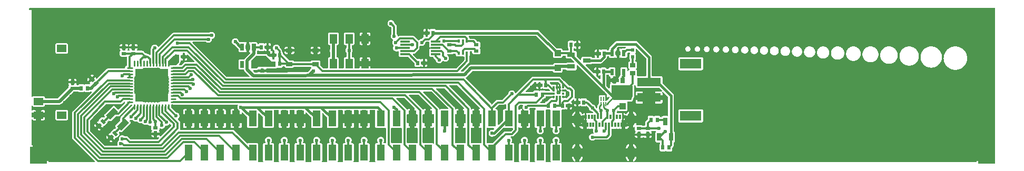
<source format=gtl>
G04 Layer: TopLayer*
G04 EasyEDA v6.3.43, 2020-06-04T01:39:48+01:00*
G04 c5e8e4d559e34370b9c9d94393fceecd,c23c5ad5fcdd482d9714491510f6a4f3,10*
G04 Gerber Generator version 0.2*
G04 Scale: 100 percent, Rotated: No, Reflected: No *
G04 Dimensions in millimeters *
G04 leading zeros omitted , absolute positions ,3 integer and 3 decimal *
%FSLAX33Y33*%
%MOMM*%
G90*
G71D02*

%ADD10C,0.254000*%
%ADD11C,0.399999*%
%ADD12C,0.299999*%
%ADD13C,0.350012*%
%ADD14C,0.499999*%
%ADD15C,0.319989*%
%ADD16C,0.250012*%
%ADD17C,0.280010*%
%ADD18C,0.599999*%
%ADD19C,0.609600*%
%ADD20R,1.270000X2.540000*%
%ADD21R,0.499999X0.799998*%
%ADD22R,3.799992X1.399540*%
%ADD23R,3.499993X1.599997*%
%ADD24R,0.299999X0.699999*%
%ADD25R,0.999998X0.699999*%
%ADD26R,1.050011X0.650011*%
%ADD27R,0.799998X0.499999*%
%ADD28R,1.250010X0.699999*%
%ADD29R,0.699999X1.250010*%
%ADD30R,0.499999X0.599999*%
%ADD31R,0.419989X0.599999*%
%ADD32R,0.550012X0.999998*%
%ADD33R,0.899160X0.701040*%
%ADD34R,0.701040X0.899160*%
%ADD35R,0.200000X0.699999*%
%ADD36R,1.099998X0.999998*%
%ADD37R,0.999998X0.999998*%
%ADD40R,5.299989X5.299989*%
%ADD41R,1.499997X0.304800*%
%ADD42R,0.375920X0.350520*%
%ADD43R,0.350520X0.375920*%
%ADD44R,1.499870X1.199896*%
%ADD46C,1.199998*%

%LPD*%
G36*
G01X24843Y17862D02*
G01X24669Y17862D01*
G01X24655Y17861D01*
G01X24641Y17858D01*
G01X24627Y17853D01*
G01X24614Y17846D01*
G01X24603Y17837D01*
G01X24593Y17827D01*
G01X24584Y17815D01*
G01X24577Y17803D01*
G01X24572Y17789D01*
G01X24569Y17775D01*
G01X24568Y17760D01*
G01X24568Y17516D01*
G01X24364Y17516D01*
G01X24350Y17515D01*
G01X24336Y17512D01*
G01X24322Y17507D01*
G01X24310Y17500D01*
G01X24298Y17491D01*
G01X24288Y17481D01*
G01X24279Y17469D01*
G01X24272Y17457D01*
G01X24267Y17443D01*
G01X24264Y17429D01*
G01X24263Y17414D01*
G01X24263Y17091D01*
G01X24264Y17076D01*
G01X24267Y17062D01*
G01X24272Y17048D01*
G01X24279Y17036D01*
G01X24288Y17024D01*
G01X24298Y17014D01*
G01X24310Y17005D01*
G01X24322Y16998D01*
G01X24336Y16993D01*
G01X24350Y16990D01*
G01X24364Y16989D01*
G01X24568Y16989D01*
G01X24568Y16596D01*
G01X24506Y16596D01*
G01X24482Y16597D01*
G01X24458Y16600D01*
G01X24435Y16606D01*
G01X24412Y16614D01*
G01X24390Y16624D01*
G01X24369Y16636D01*
G01X24356Y16643D01*
G01X24343Y16648D01*
G01X24329Y16651D01*
G01X24314Y16652D01*
G01X24300Y16651D01*
G01X24286Y16648D01*
G01X24272Y16643D01*
G01X24259Y16636D01*
G01X24248Y16627D01*
G01X24237Y16617D01*
G01X24229Y16605D01*
G01X24222Y16592D01*
G01X24217Y16579D01*
G01X24214Y16565D01*
G01X24213Y16550D01*
G01X24213Y16498D01*
G01X24211Y16466D01*
G01X24208Y16433D01*
G01X24202Y16401D01*
G01X24194Y16369D01*
G01X24184Y16339D01*
G01X24171Y16308D01*
G01X24157Y16279D01*
G01X24140Y16251D01*
G01X24122Y16225D01*
G01X24101Y16199D01*
G01X24079Y16175D01*
G01X24064Y16160D01*
G01X24052Y16146D01*
G01X24043Y16129D01*
G01X24037Y16111D01*
G01X24024Y16065D01*
G01X24007Y16019D01*
G01X24001Y16000D01*
G01X23999Y15980D01*
G01X24000Y15965D01*
G01X24003Y15951D01*
G01X24008Y15938D01*
G01X24015Y15925D01*
G01X24024Y15913D01*
G01X24034Y15903D01*
G01X24046Y15894D01*
G01X24058Y15887D01*
G01X24072Y15882D01*
G01X24086Y15879D01*
G01X24101Y15878D01*
G01X24299Y15880D01*
G01X24315Y15881D01*
G01X24330Y15885D01*
G01X24345Y15891D01*
G01X24358Y15899D01*
G01X24370Y15909D01*
G01X24731Y16270D01*
G01X24752Y16290D01*
G01X24775Y16308D01*
G01X24799Y16325D01*
G01X24824Y16339D01*
G01X24850Y16352D01*
G01X24876Y16363D01*
G01X24904Y16373D01*
G01X24932Y16380D01*
G01X24961Y16385D01*
G01X24989Y16388D01*
G01X25019Y16389D01*
G01X26332Y16389D01*
G01X26346Y16390D01*
G01X26360Y16393D01*
G01X26374Y16398D01*
G01X26387Y16405D01*
G01X26398Y16414D01*
G01X26409Y16424D01*
G01X26417Y16436D01*
G01X26424Y16448D01*
G01X26429Y16462D01*
G01X26432Y16476D01*
G01X26433Y16491D01*
G01X26432Y16507D01*
G01X26428Y16522D01*
G01X26422Y16537D01*
G01X26414Y16550D01*
G01X26404Y16562D01*
G01X25436Y17530D01*
G01X25424Y17540D01*
G01X25411Y17548D01*
G01X25396Y17555D01*
G01X25380Y17558D01*
G01X25364Y17560D01*
G01X25348Y17558D01*
G01X25332Y17554D01*
G01X25317Y17548D01*
G01X25304Y17539D01*
G01X25291Y17529D01*
G01X25281Y17516D01*
G01X24945Y17516D01*
G01X24945Y17760D01*
G01X24944Y17775D01*
G01X24941Y17789D01*
G01X24936Y17803D01*
G01X24929Y17815D01*
G01X24920Y17827D01*
G01X24910Y17837D01*
G01X24898Y17846D01*
G01X24885Y17853D01*
G01X24872Y17858D01*
G01X24858Y17861D01*
G01X24843Y17862D01*
G37*

%LPC*%
G36*
G01X25263Y16989D02*
G01X24945Y16989D01*
G01X24945Y16596D01*
G01X25006Y16596D01*
G01X25030Y16597D01*
G01X25053Y16600D01*
G01X25077Y16606D01*
G01X25099Y16613D01*
G01X25121Y16623D01*
G01X25141Y16634D01*
G01X25161Y16648D01*
G01X25179Y16663D01*
G01X25196Y16680D01*
G01X25211Y16698D01*
G01X25224Y16717D01*
G01X25236Y16738D01*
G01X25246Y16760D01*
G01X25253Y16782D01*
G01X25258Y16805D01*
G01X25262Y16829D01*
G01X25263Y16852D01*
G01X25263Y16989D01*
G37*

%LPD*%
G36*
G01X81358Y20606D02*
G01X70618Y20606D01*
G01X70603Y20605D01*
G01X70589Y20602D01*
G01X70576Y20597D01*
G01X70563Y20590D01*
G01X70551Y20581D01*
G01X70541Y20571D01*
G01X70532Y20559D01*
G01X70525Y20547D01*
G01X70520Y20533D01*
G01X70517Y20519D01*
G01X70516Y20504D01*
G01X70517Y20489D01*
G01X70521Y20474D01*
G01X70526Y20460D01*
G01X70534Y20447D01*
G01X70543Y20435D01*
G01X70563Y20412D01*
G01X70581Y20388D01*
G01X70598Y20362D01*
G01X70612Y20335D01*
G01X70624Y20307D01*
G01X70634Y20279D01*
G01X70642Y20249D01*
G01X70648Y20219D01*
G01X70651Y20205D01*
G01X70656Y20192D01*
G01X70663Y20179D01*
G01X70672Y20168D01*
G01X70682Y20158D01*
G01X70693Y20149D01*
G01X70706Y20142D01*
G01X70720Y20137D01*
G01X70734Y20134D01*
G01X70748Y20133D01*
G01X71304Y20133D01*
G01X71333Y20132D01*
G01X71362Y20129D01*
G01X71391Y20124D01*
G01X71419Y20117D01*
G01X71446Y20107D01*
G01X71473Y20096D01*
G01X71499Y20083D01*
G01X71524Y20068D01*
G01X71548Y20052D01*
G01X71571Y20034D01*
G01X71592Y20014D01*
G01X71788Y19818D01*
G01X71810Y19794D01*
G01X71830Y19768D01*
G01X71848Y19741D01*
G01X71864Y19712D01*
G01X71872Y19698D01*
G01X71883Y19686D01*
G01X71895Y19676D01*
G01X71909Y19667D01*
G01X71923Y19661D01*
G01X71939Y19657D01*
G01X71955Y19656D01*
G01X72154Y19656D01*
G01X72178Y19655D01*
G01X72202Y19652D01*
G01X72225Y19646D01*
G01X72247Y19639D01*
G01X72269Y19629D01*
G01X72290Y19618D01*
G01X72309Y19604D01*
G01X72327Y19589D01*
G01X72344Y19572D01*
G01X72359Y19554D01*
G01X72373Y19535D01*
G01X72384Y19514D01*
G01X72394Y19492D01*
G01X72401Y19470D01*
G01X72407Y19447D01*
G01X72410Y19423D01*
G01X72411Y19399D01*
G01X72411Y18899D01*
G01X72410Y18875D01*
G01X72406Y18850D01*
G01X72400Y18826D01*
G01X72392Y18803D01*
G01X72382Y18780D01*
G01X72369Y18759D01*
G01X72355Y18739D01*
G01X72338Y18720D01*
G01X72328Y18708D01*
G01X72320Y18695D01*
G01X72314Y18680D01*
G01X72311Y18665D01*
G01X72309Y18650D01*
G01X72311Y18634D01*
G01X72314Y18619D01*
G01X72320Y18604D01*
G01X72328Y18591D01*
G01X72338Y18579D01*
G01X72355Y18560D01*
G01X72369Y18540D01*
G01X72382Y18519D01*
G01X72392Y18496D01*
G01X72400Y18473D01*
G01X72406Y18449D01*
G01X72410Y18424D01*
G01X72411Y18399D01*
G01X72411Y17899D01*
G01X72410Y17876D01*
G01X72407Y17852D01*
G01X72401Y17829D01*
G01X72394Y17807D01*
G01X72384Y17785D01*
G01X72373Y17764D01*
G01X72359Y17745D01*
G01X72344Y17727D01*
G01X72327Y17710D01*
G01X72309Y17695D01*
G01X72290Y17681D01*
G01X72269Y17670D01*
G01X72247Y17660D01*
G01X72225Y17653D01*
G01X72202Y17647D01*
G01X72178Y17644D01*
G01X72154Y17643D01*
G01X71355Y17643D01*
G01X71331Y17644D01*
G01X71307Y17647D01*
G01X71284Y17653D01*
G01X71262Y17660D01*
G01X71240Y17670D01*
G01X71219Y17681D01*
G01X71200Y17695D01*
G01X71182Y17710D01*
G01X71165Y17727D01*
G01X71150Y17745D01*
G01X71136Y17764D01*
G01X71125Y17785D01*
G01X71115Y17807D01*
G01X71108Y17829D01*
G01X71102Y17852D01*
G01X71099Y17876D01*
G01X71098Y17899D01*
G01X71098Y18014D01*
G01X71097Y18029D01*
G01X71094Y18043D01*
G01X71089Y18057D01*
G01X71082Y18069D01*
G01X71073Y18081D01*
G01X71063Y18091D01*
G01X71051Y18100D01*
G01X71039Y18107D01*
G01X71025Y18112D01*
G01X71011Y18115D01*
G01X70996Y18116D01*
G01X70814Y18116D01*
G01X70799Y18115D01*
G01X70785Y18112D01*
G01X70771Y18107D01*
G01X70759Y18100D01*
G01X70747Y18091D01*
G01X70737Y18081D01*
G01X70728Y18069D01*
G01X70721Y18057D01*
G01X70716Y18043D01*
G01X70713Y18029D01*
G01X70712Y18014D01*
G01X70712Y17526D01*
G01X70711Y17501D01*
G01X70707Y17477D01*
G01X70701Y17452D01*
G01X70693Y17429D01*
G01X70682Y17406D01*
G01X70669Y17385D01*
G01X70662Y17372D01*
G01X70657Y17358D01*
G01X70653Y17343D01*
G01X70652Y17328D01*
G01X70652Y16506D01*
G01X70651Y16477D01*
G01X70648Y16448D01*
G01X70643Y16419D01*
G01X70636Y16391D01*
G01X70627Y16364D01*
G01X70616Y16337D01*
G01X70603Y16311D01*
G01X70588Y16286D01*
G01X70571Y16262D01*
G01X70553Y16240D01*
G01X70533Y16218D01*
G01X69325Y15010D01*
G01X69314Y14998D01*
G01X69306Y14984D01*
G01X69300Y14969D01*
G01X69296Y14954D01*
G01X69295Y14938D01*
G01X69296Y14923D01*
G01X69299Y14909D01*
G01X69304Y14896D01*
G01X69311Y14883D01*
G01X69320Y14871D01*
G01X69330Y14861D01*
G01X69342Y14852D01*
G01X69354Y14846D01*
G01X69368Y14840D01*
G01X69382Y14837D01*
G01X69397Y14836D01*
G01X69597Y14837D01*
G01X69613Y14838D01*
G01X69628Y14842D01*
G01X69643Y14848D01*
G01X69656Y14857D01*
G01X69668Y14867D01*
G01X70577Y15776D01*
G01X70602Y15798D01*
G01X70627Y15819D01*
G01X70654Y15839D01*
G01X70682Y15856D01*
G01X70712Y15872D01*
G01X70742Y15886D01*
G01X70773Y15897D01*
G01X70804Y15907D01*
G01X70837Y15914D01*
G01X70869Y15920D01*
G01X70902Y15923D01*
G01X70936Y15924D01*
G01X83994Y15924D01*
G01X84010Y15925D01*
G01X84026Y15929D01*
G01X84040Y15935D01*
G01X84054Y15944D01*
G01X84066Y15954D01*
G01X84077Y15966D01*
G01X84085Y15980D01*
G01X84091Y15995D01*
G01X84099Y16017D01*
G01X84109Y16038D01*
G01X84121Y16058D01*
G01X84134Y16076D01*
G01X84149Y16094D01*
G01X84166Y16110D01*
G01X84184Y16125D01*
G01X84203Y16137D01*
G01X84224Y16148D01*
G01X84245Y16158D01*
G01X84267Y16165D01*
G01X84289Y16170D01*
G01X84312Y16173D01*
G01X84336Y16174D01*
G01X86142Y16174D01*
G01X86157Y16175D01*
G01X86172Y16179D01*
G01X86187Y16185D01*
G01X86200Y16193D01*
G01X86212Y16202D01*
G01X86230Y16219D01*
G01X86250Y16233D01*
G01X86272Y16245D01*
G01X86294Y16256D01*
G01X86317Y16264D01*
G01X86341Y16269D01*
G01X86365Y16273D01*
G01X86390Y16274D01*
G01X87417Y16274D01*
G01X87432Y16275D01*
G01X87446Y16278D01*
G01X87459Y16283D01*
G01X87472Y16290D01*
G01X87484Y16299D01*
G01X87494Y16309D01*
G01X87503Y16321D01*
G01X87510Y16333D01*
G01X87515Y16347D01*
G01X87518Y16361D01*
G01X87519Y16376D01*
G01X87518Y16392D01*
G01X87514Y16407D01*
G01X87508Y16422D01*
G01X87499Y16435D01*
G01X87489Y16448D01*
G01X87005Y16931D01*
G01X86993Y16942D01*
G01X86980Y16950D01*
G01X86965Y16956D01*
G01X86950Y16960D01*
G01X86934Y16961D01*
G01X86390Y16961D01*
G01X86366Y16962D01*
G01X86343Y16965D01*
G01X86320Y16971D01*
G01X86297Y16978D01*
G01X86275Y16988D01*
G01X86255Y16999D01*
G01X86235Y17013D01*
G01X86217Y17028D01*
G01X86200Y17045D01*
G01X86185Y17063D01*
G01X86172Y17082D01*
G01X86160Y17103D01*
G01X86151Y17125D01*
G01X86143Y17147D01*
G01X86138Y17170D01*
G01X86134Y17194D01*
G01X86133Y17217D01*
G01X86133Y17308D01*
G01X86132Y17323D01*
G01X86129Y17337D01*
G01X86124Y17350D01*
G01X86117Y17363D01*
G01X86108Y17375D01*
G01X86098Y17385D01*
G01X86087Y17394D01*
G01X86074Y17401D01*
G01X86060Y17406D01*
G01X86046Y17409D01*
G01X86032Y17410D01*
G01X85694Y17410D01*
G01X85678Y17409D01*
G01X85663Y17405D01*
G01X85648Y17399D01*
G01X85635Y17391D01*
G01X85623Y17381D01*
G01X85612Y17369D01*
G01X85604Y17356D01*
G01X85598Y17342D01*
G01X85594Y17326D01*
G01X85592Y17311D01*
G01X85590Y17288D01*
G01X85587Y17265D01*
G01X85581Y17242D01*
G01X85573Y17220D01*
G01X85563Y17199D01*
G01X85551Y17179D01*
G01X85538Y17160D01*
G01X85523Y17142D01*
G01X85506Y17126D01*
G01X85488Y17111D01*
G01X85469Y17098D01*
G01X85448Y17087D01*
G01X85427Y17078D01*
G01X85405Y17070D01*
G01X85382Y17065D01*
G01X85359Y17062D01*
G01X85335Y17061D01*
G01X84336Y17061D01*
G01X84312Y17062D01*
G01X84288Y17065D01*
G01X84265Y17071D01*
G01X84243Y17078D01*
G01X84221Y17088D01*
G01X84200Y17099D01*
G01X84181Y17113D01*
G01X84163Y17128D01*
G01X84146Y17145D01*
G01X84131Y17163D01*
G01X84117Y17182D01*
G01X84106Y17203D01*
G01X84096Y17225D01*
G01X84089Y17247D01*
G01X84083Y17270D01*
G01X84080Y17294D01*
G01X84079Y17317D01*
G01X84079Y17885D01*
G01X84078Y17901D01*
G01X84074Y17917D01*
G01X84068Y17931D01*
G01X84060Y17945D01*
G01X84049Y17957D01*
G01X81430Y20576D01*
G01X81418Y20587D01*
G01X81404Y20595D01*
G01X81390Y20601D01*
G01X81374Y20605D01*
G01X81358Y20606D01*
G37*

%LPD*%
G36*
G01X40864Y15703D02*
G01X40715Y15703D01*
G01X40699Y15702D01*
G01X40683Y15698D01*
G01X40669Y15692D01*
G01X40655Y15683D01*
G01X40643Y15673D01*
G01X40632Y15661D01*
G01X40624Y15647D01*
G01X40618Y15632D01*
G01X40610Y15610D01*
G01X40600Y15589D01*
G01X40588Y15569D01*
G01X40575Y15551D01*
G01X40560Y15533D01*
G01X40543Y15517D01*
G01X40525Y15503D01*
G01X40506Y15490D01*
G01X40485Y15479D01*
G01X40464Y15470D01*
G01X40442Y15462D01*
G01X40420Y15457D01*
G01X40397Y15454D01*
G01X40373Y15453D01*
G01X39873Y15453D01*
G01X39848Y15454D01*
G01X39822Y15458D01*
G01X39798Y15464D01*
G01X39783Y15468D01*
G01X39768Y15469D01*
G01X39753Y15468D01*
G01X39739Y15465D01*
G01X39725Y15460D01*
G01X39713Y15453D01*
G01X39701Y15444D01*
G01X39691Y15434D01*
G01X39674Y15416D01*
G01X39655Y15400D01*
G01X39635Y15386D01*
G01X39614Y15374D01*
G01X39592Y15363D01*
G01X39569Y15355D01*
G01X39545Y15350D01*
G01X39521Y15346D01*
G01X39497Y15345D01*
G01X38095Y15345D01*
G01X38081Y15344D01*
G01X38066Y15341D01*
G01X38053Y15336D01*
G01X38040Y15329D01*
G01X38029Y15320D01*
G01X38018Y15310D01*
G01X38010Y15298D01*
G01X38003Y15286D01*
G01X37998Y15272D01*
G01X37995Y15258D01*
G01X37993Y15243D01*
G01X37994Y15238D01*
G01X37994Y15163D01*
G01X37601Y15163D01*
G01X37601Y15243D01*
G01X37600Y15258D01*
G01X37597Y15272D01*
G01X37592Y15286D01*
G01X37585Y15298D01*
G01X37576Y15310D01*
G01X37566Y15320D01*
G01X37554Y15329D01*
G01X37542Y15336D01*
G01X37528Y15341D01*
G01X37514Y15344D01*
G01X37499Y15345D01*
G01X37176Y15345D01*
G01X37161Y15344D01*
G01X37147Y15341D01*
G01X37133Y15336D01*
G01X37121Y15329D01*
G01X37109Y15320D01*
G01X37099Y15310D01*
G01X37090Y15298D01*
G01X37083Y15286D01*
G01X37078Y15272D01*
G01X37075Y15258D01*
G01X37074Y15243D01*
G01X37074Y15163D01*
G01X36664Y15163D01*
G01X36648Y15162D01*
G01X36632Y15158D01*
G01X36617Y15151D01*
G01X36603Y15143D01*
G01X36584Y15129D01*
G01X36563Y15118D01*
G01X36542Y15109D01*
G01X36519Y15101D01*
G01X36496Y15095D01*
G01X36472Y15092D01*
G01X36449Y15091D01*
G01X36016Y15091D01*
G01X36001Y15090D01*
G01X35987Y15087D01*
G01X35973Y15082D01*
G01X35961Y15075D01*
G01X35949Y15066D01*
G01X35939Y15056D01*
G01X35930Y15044D01*
G01X35923Y15032D01*
G01X35918Y15018D01*
G01X35915Y15004D01*
G01X35914Y14989D01*
G01X35915Y14973D01*
G01X35919Y14958D01*
G01X35925Y14943D01*
G01X35933Y14930D01*
G01X35944Y14918D01*
G01X36120Y14742D01*
G01X36132Y14731D01*
G01X36145Y14723D01*
G01X36160Y14717D01*
G01X36176Y14713D01*
G01X36191Y14712D01*
G01X36192Y14712D01*
G01X36580Y14713D01*
G01X36594Y14715D01*
G01X36608Y14718D01*
G01X36622Y14723D01*
G01X36634Y14730D01*
G01X36646Y14738D01*
G01X36656Y14748D01*
G01X36665Y14760D01*
G01X36672Y14772D01*
G01X36677Y14786D01*
G01X37079Y14786D01*
G01X37085Y14771D01*
G01X37093Y14758D01*
G01X37104Y14745D01*
G01X37116Y14735D01*
G01X37129Y14727D01*
G01X37144Y14721D01*
G01X37160Y14717D01*
G01X37176Y14716D01*
G01X37500Y14717D01*
G01X37515Y14718D01*
G01X37531Y14722D01*
G01X37545Y14728D01*
G01X37559Y14736D01*
G01X37571Y14746D01*
G01X37581Y14758D01*
G01X37589Y14771D01*
G01X37596Y14786D01*
G01X38000Y14786D01*
G01X38007Y14772D01*
G01X38015Y14759D01*
G01X38025Y14747D01*
G01X38037Y14737D01*
G01X38051Y14730D01*
G01X38065Y14724D01*
G01X38080Y14720D01*
G01X38096Y14719D01*
G01X44610Y14744D01*
G01X44625Y14745D01*
G01X44641Y14749D01*
G01X44655Y14755D01*
G01X44669Y14763D01*
G01X44681Y14773D01*
G01X45048Y15139D01*
G01X45061Y15155D01*
G01X45071Y15174D01*
G01X45086Y15209D01*
G01X45104Y15243D01*
G01X45124Y15276D01*
G01X45146Y15307D01*
G01X45171Y15337D01*
G01X45197Y15365D01*
G01X45225Y15391D01*
G01X45235Y15401D01*
G01X45244Y15413D01*
G01X45251Y15426D01*
G01X45256Y15439D01*
G01X45259Y15453D01*
G01X45260Y15468D01*
G01X45259Y15485D01*
G01X45255Y15501D01*
G01X45248Y15517D01*
G01X45238Y15531D01*
G01X45226Y15544D01*
G01X45207Y15562D01*
G01X45190Y15583D01*
G01X45176Y15605D01*
G01X45167Y15617D01*
G01X45157Y15628D01*
G01X45145Y15637D01*
G01X45132Y15645D01*
G01X45118Y15650D01*
G01X45103Y15654D01*
G01X45088Y15655D01*
G01X42555Y15655D01*
G01X42540Y15654D01*
G01X42525Y15650D01*
G01X42511Y15645D01*
G01X42498Y15637D01*
G01X42486Y15628D01*
G01X42476Y15617D01*
G01X42467Y15605D01*
G01X42454Y15585D01*
G01X42439Y15566D01*
G01X42422Y15548D01*
G01X42404Y15533D01*
G01X42384Y15519D01*
G01X42363Y15507D01*
G01X42341Y15497D01*
G01X42318Y15489D01*
G01X42294Y15484D01*
G01X42271Y15480D01*
G01X42246Y15479D01*
G01X41196Y15479D01*
G01X41173Y15480D01*
G01X41150Y15483D01*
G01X41127Y15489D01*
G01X41105Y15496D01*
G01X41083Y15505D01*
G01X41063Y15517D01*
G01X41043Y15530D01*
G01X41025Y15544D01*
G01X41009Y15561D01*
G01X40993Y15579D01*
G01X40980Y15598D01*
G01X40968Y15618D01*
G01X40959Y15639D01*
G01X40952Y15653D01*
G01X40943Y15665D01*
G01X40933Y15676D01*
G01X40921Y15686D01*
G01X40908Y15693D01*
G01X40894Y15699D01*
G01X40879Y15702D01*
G01X40864Y15703D01*
G37*

%LPD*%
G36*
G01X97525Y18495D02*
G01X97509Y18497D01*
G01X97494Y18496D01*
G01X97480Y18493D01*
G01X97466Y18487D01*
G01X97454Y18480D01*
G01X97442Y18472D01*
G01X97432Y18462D01*
G01X97423Y18450D01*
G01X97416Y18437D01*
G01X97411Y18424D01*
G01X97408Y18409D01*
G01X97407Y18395D01*
G01X97407Y18011D01*
G01X97406Y17986D01*
G01X97402Y17961D01*
G01X97396Y17937D01*
G01X97388Y17914D01*
G01X97378Y17891D01*
G01X97365Y17870D01*
G01X97351Y17850D01*
G01X97334Y17831D01*
G01X97324Y17819D01*
G01X97316Y17806D01*
G01X97310Y17791D01*
G01X97307Y17776D01*
G01X97305Y17761D01*
G01X97307Y17745D01*
G01X97310Y17730D01*
G01X97316Y17715D01*
G01X97324Y17702D01*
G01X97334Y17690D01*
G01X97351Y17671D01*
G01X97365Y17651D01*
G01X97378Y17630D01*
G01X97388Y17607D01*
G01X97396Y17584D01*
G01X97402Y17560D01*
G01X97406Y17535D01*
G01X97407Y17510D01*
G01X97407Y16910D01*
G01X97406Y16886D01*
G01X97402Y16862D01*
G01X97397Y16838D01*
G01X97388Y16815D01*
G01X97378Y16792D01*
G01X97366Y16771D01*
G01X97352Y16751D01*
G01X97335Y16733D01*
G01X97326Y16721D01*
G01X97318Y16707D01*
G01X97312Y16693D01*
G01X97308Y16678D01*
G01X97307Y16662D01*
G01X97307Y16585D01*
G01X97308Y16569D01*
G01X97312Y16553D01*
G01X97318Y16539D01*
G01X97326Y16525D01*
G01X97337Y16513D01*
G01X97349Y16503D01*
G01X97362Y16494D01*
G01X97377Y16488D01*
G01X97392Y16485D01*
G01X97416Y16479D01*
G01X97438Y16472D01*
G01X97461Y16463D01*
G01X97482Y16452D01*
G01X97502Y16438D01*
G01X97521Y16423D01*
G01X97538Y16406D01*
G01X97553Y16388D01*
G01X97567Y16368D01*
G01X97579Y16347D01*
G01X97589Y16325D01*
G01X97597Y16303D01*
G01X97602Y16279D01*
G01X97606Y16255D01*
G01X97607Y16231D01*
G01X97607Y15530D01*
G01X97605Y15506D01*
G01X97602Y15482D01*
G01X97596Y15458D01*
G01X97588Y15435D01*
G01X97578Y15413D01*
G01X97566Y15392D01*
G01X97552Y15372D01*
G01X97536Y15354D01*
G01X97518Y15337D01*
G01X97499Y15322D01*
G01X97479Y15308D01*
G01X97466Y15300D01*
G01X97455Y15290D01*
G01X97446Y15278D01*
G01X97438Y15265D01*
G01X97433Y15250D01*
G01X97429Y15236D01*
G01X97428Y15221D01*
G01X97429Y15205D01*
G01X97433Y15191D01*
G01X97438Y15176D01*
G01X97446Y15163D01*
G01X97455Y15151D01*
G01X97466Y15141D01*
G01X97479Y15133D01*
G01X97499Y15119D01*
G01X97518Y15104D01*
G01X97536Y15087D01*
G01X97552Y15069D01*
G01X97566Y15049D01*
G01X97578Y15028D01*
G01X97588Y15006D01*
G01X97596Y14983D01*
G01X97602Y14959D01*
G01X97605Y14935D01*
G01X97607Y14911D01*
G01X97607Y14226D01*
G01X97608Y14212D01*
G01X97611Y14198D01*
G01X97616Y14184D01*
G01X97623Y14171D01*
G01X97631Y14160D01*
G01X97642Y14150D01*
G01X97653Y14141D01*
G01X97666Y14134D01*
G01X97680Y14129D01*
G01X97694Y14126D01*
G01X97708Y14125D01*
G01X98961Y14125D01*
G01X98976Y14126D01*
G01X98990Y14129D01*
G01X99003Y14134D01*
G01X99016Y14141D01*
G01X99028Y14150D01*
G01X99038Y14160D01*
G01X99047Y14171D01*
G01X99054Y14184D01*
G01X99059Y14198D01*
G01X99062Y14212D01*
G01X99063Y14226D01*
G01X99063Y16943D01*
G01X99061Y16958D01*
G01X99058Y16974D01*
G01X99052Y16989D01*
G01X99043Y17002D01*
G01X99033Y17014D01*
G01X97580Y18467D01*
G01X97568Y18477D01*
G01X97555Y18486D01*
G01X97540Y18492D01*
G01X97525Y18495D01*
G37*

%LPD*%
G36*
G01X95687Y18828D02*
G01X94592Y18828D01*
G01X94576Y18827D01*
G01X94560Y18823D01*
G01X94546Y18817D01*
G01X94532Y18809D01*
G01X94520Y18798D01*
G01X94462Y18741D01*
G01X94361Y18639D01*
G01X94350Y18627D01*
G01X94342Y18613D01*
G01X94336Y18599D01*
G01X94332Y18583D01*
G01X94331Y18567D01*
G01X94331Y18124D01*
G01X94215Y18124D01*
G01X94201Y18123D01*
G01X94187Y18120D01*
G01X94173Y18115D01*
G01X94160Y18108D01*
G01X94149Y18099D01*
G01X94138Y18089D01*
G01X94130Y18078D01*
G01X94123Y18065D01*
G01X94118Y18051D01*
G01X94115Y18037D01*
G01X94114Y18023D01*
G01X94114Y17599D01*
G01X94115Y17584D01*
G01X94118Y17570D01*
G01X94123Y17557D01*
G01X94130Y17544D01*
G01X94138Y17532D01*
G01X94149Y17522D01*
G01X94160Y17513D01*
G01X94173Y17507D01*
G01X94187Y17501D01*
G01X94201Y17498D01*
G01X94215Y17497D01*
G01X94331Y17497D01*
G01X94331Y17054D01*
G01X94257Y17054D01*
G01X94232Y17056D01*
G01X94207Y17059D01*
G01X94182Y17065D01*
G01X94158Y17074D01*
G01X94135Y17085D01*
G01X94114Y17098D01*
G01X94101Y17105D01*
G01X94087Y17111D01*
G01X94072Y17114D01*
G01X94057Y17115D01*
G01X94042Y17114D01*
G01X94027Y17111D01*
G01X94013Y17105D01*
G01X94000Y17098D01*
G01X93979Y17085D01*
G01X93956Y17074D01*
G01X93932Y17065D01*
G01X93907Y17059D01*
G01X93882Y17056D01*
G01X93857Y17054D01*
G01X93307Y17054D01*
G01X93283Y17055D01*
G01X93259Y17059D01*
G01X93236Y17064D01*
G01X93213Y17072D01*
G01X93191Y17082D01*
G01X93170Y17094D01*
G01X93150Y17108D01*
G01X93132Y17123D01*
G01X93115Y17141D01*
G01X93100Y17159D01*
G01X93087Y17179D01*
G01X93075Y17201D01*
G01X93066Y17223D01*
G01X93059Y17246D01*
G01X93054Y17270D01*
G01X93050Y17285D01*
G01X93044Y17300D01*
G01X93036Y17313D01*
G01X93025Y17325D01*
G01X93013Y17335D01*
G01X93000Y17344D01*
G01X92985Y17350D01*
G01X92969Y17354D01*
G01X92954Y17355D01*
G01X92912Y17355D01*
G01X92896Y17353D01*
G01X92880Y17350D01*
G01X92866Y17344D01*
G01X92852Y17335D01*
G01X92840Y17325D01*
G01X92829Y17312D01*
G01X92821Y17299D01*
G01X92815Y17284D01*
G01X92803Y17253D01*
G01X92788Y17225D01*
G01X92781Y17212D01*
G01X92776Y17198D01*
G01X92773Y17184D01*
G01X92768Y17152D01*
G01X92760Y17120D01*
G01X92750Y17088D01*
G01X92737Y17057D01*
G01X92723Y17028D01*
G01X92706Y16999D01*
G01X92687Y16972D01*
G01X92666Y16946D01*
G01X92644Y16922D01*
G01X92016Y16295D01*
G01X91992Y16272D01*
G01X91967Y16252D01*
G01X91940Y16233D01*
G01X91912Y16217D01*
G01X91883Y16202D01*
G01X91853Y16190D01*
G01X91822Y16179D01*
G01X91791Y16171D01*
G01X91758Y16166D01*
G01X91726Y16162D01*
G01X91694Y16161D01*
G01X90431Y16161D01*
G01X90415Y16160D01*
G01X90399Y16156D01*
G01X90384Y16150D01*
G01X90370Y16141D01*
G01X90358Y16131D01*
G01X90348Y16118D01*
G01X90333Y16099D01*
G01X90316Y16082D01*
G01X90298Y16066D01*
G01X90278Y16052D01*
G01X90257Y16039D01*
G01X90234Y16029D01*
G01X90211Y16021D01*
G01X90188Y16016D01*
G01X90164Y16012D01*
G01X90139Y16011D01*
G01X89462Y16011D01*
G01X89448Y16010D01*
G01X89434Y16007D01*
G01X89420Y16002D01*
G01X89407Y15995D01*
G01X89396Y15986D01*
G01X89385Y15976D01*
G01X89377Y15964D01*
G01X89370Y15952D01*
G01X89365Y15938D01*
G01X89362Y15924D01*
G01X89361Y15909D01*
G01X89362Y15893D01*
G01X89366Y15878D01*
G01X89372Y15863D01*
G01X89380Y15850D01*
G01X89390Y15838D01*
G01X90622Y14606D01*
G01X90634Y14595D01*
G01X90648Y14587D01*
G01X90663Y14581D01*
G01X90678Y14577D01*
G01X90694Y14576D01*
G01X91005Y14576D01*
G01X91005Y14265D01*
G01X91006Y14249D01*
G01X91010Y14234D01*
G01X91016Y14219D01*
G01X91024Y14205D01*
G01X91035Y14193D01*
G01X91208Y14020D01*
G01X91214Y14015D01*
G01X91218Y14009D01*
G01X91564Y13664D01*
G01X91576Y13654D01*
G01X91589Y13646D01*
G01X91604Y13640D01*
G01X91620Y13636D01*
G01X91635Y13635D01*
G01X91650Y13636D01*
G01X91664Y13639D01*
G01X91678Y13644D01*
G01X91690Y13651D01*
G01X91702Y13659D01*
G01X91712Y13670D01*
G01X91721Y13681D01*
G01X91728Y13694D01*
G01X91733Y13707D01*
G01X91736Y13722D01*
G01X91737Y13736D01*
G01X91737Y14137D01*
G01X91736Y14152D01*
G01X91733Y14166D01*
G01X91728Y14179D01*
G01X91721Y14192D01*
G01X91712Y14204D01*
G01X91702Y14214D01*
G01X91690Y14223D01*
G01X91678Y14230D01*
G01X91664Y14235D01*
G01X91650Y14238D01*
G01X91635Y14239D01*
G01X91621Y14238D01*
G01X91607Y14235D01*
G01X91594Y14230D01*
G01X91581Y14223D01*
G01X91560Y14211D01*
G01X91538Y14201D01*
G01X91515Y14193D01*
G01X91491Y14187D01*
G01X91467Y14184D01*
G01X91443Y14183D01*
G01X91382Y14183D01*
G01X91382Y14576D01*
G01X91585Y14576D01*
G01X91600Y14577D01*
G01X91614Y14580D01*
G01X91627Y14585D01*
G01X91640Y14592D01*
G01X91652Y14601D01*
G01X91662Y14611D01*
G01X91671Y14623D01*
G01X91678Y14635D01*
G01X91683Y14649D01*
G01X91686Y14663D01*
G01X91687Y14678D01*
G01X91687Y15001D01*
G01X91686Y15016D01*
G01X91683Y15030D01*
G01X91678Y15044D01*
G01X91671Y15056D01*
G01X91662Y15068D01*
G01X91652Y15078D01*
G01X91640Y15087D01*
G01X91627Y15094D01*
G01X91614Y15099D01*
G01X91600Y15102D01*
G01X91585Y15103D01*
G01X91382Y15103D01*
G01X91382Y15496D01*
G01X91443Y15496D01*
G01X91468Y15495D01*
G01X91493Y15491D01*
G01X91517Y15485D01*
G01X91540Y15477D01*
G01X91562Y15467D01*
G01X91584Y15454D01*
G01X91604Y15440D01*
G01X91622Y15423D01*
G01X91634Y15413D01*
G01X91648Y15405D01*
G01X91662Y15399D01*
G01X91678Y15395D01*
G01X91693Y15394D01*
G01X91709Y15395D01*
G01X91724Y15399D01*
G01X91739Y15405D01*
G01X91752Y15413D01*
G01X91764Y15423D01*
G01X91783Y15440D01*
G01X91803Y15454D01*
G01X91824Y15467D01*
G01X91847Y15477D01*
G01X91870Y15485D01*
G01X91894Y15491D01*
G01X91919Y15495D01*
G01X91943Y15496D01*
G01X92443Y15496D01*
G01X92467Y15495D01*
G01X92491Y15492D01*
G01X92514Y15486D01*
G01X92536Y15479D01*
G01X92558Y15469D01*
G01X92579Y15457D01*
G01X92598Y15444D01*
G01X92617Y15429D01*
G01X92633Y15412D01*
G01X92649Y15393D01*
G01X92662Y15374D01*
G01X92673Y15353D01*
G01X92682Y15339D01*
G01X92692Y15326D01*
G01X92704Y15316D01*
G01X92718Y15307D01*
G01X92733Y15301D01*
G01X92749Y15297D01*
G01X92765Y15296D01*
G01X92960Y15296D01*
G01X92975Y15297D01*
G01X92989Y15300D01*
G01X93003Y15306D01*
G01X93016Y15313D01*
G01X93028Y15322D01*
G01X93038Y15333D01*
G01X93047Y15345D01*
G01X93054Y15359D01*
G01X93058Y15373D01*
G01X93065Y15396D01*
G01X93074Y15419D01*
G01X93086Y15440D01*
G01X93099Y15461D01*
G01X93114Y15480D01*
G01X93131Y15497D01*
G01X93149Y15513D01*
G01X93169Y15527D01*
G01X93190Y15539D01*
G01X93212Y15549D01*
G01X93235Y15557D01*
G01X93259Y15563D01*
G01X93283Y15566D01*
G01X93307Y15567D01*
G01X93857Y15567D01*
G01X93881Y15566D01*
G01X93904Y15563D01*
G01X93927Y15558D01*
G01X93950Y15550D01*
G01X93971Y15540D01*
G01X93992Y15529D01*
G01X94012Y15516D01*
G01X94030Y15500D01*
G01X94047Y15484D01*
G01X94062Y15465D01*
G01X94075Y15446D01*
G01X94087Y15425D01*
G01X94096Y15404D01*
G01X94104Y15381D01*
G01X94109Y15358D01*
G01X94113Y15334D01*
G01X94114Y15311D01*
G01X94114Y14311D01*
G01X94110Y14267D01*
G01X94108Y14250D01*
G01X94109Y14236D01*
G01X94113Y14222D01*
G01X94118Y14208D01*
G01X94125Y14195D01*
G01X94133Y14184D01*
G01X94144Y14173D01*
G01X94155Y14165D01*
G01X94168Y14158D01*
G01X94181Y14153D01*
G01X94196Y14150D01*
G01X94210Y14149D01*
G01X94305Y14149D01*
G01X94329Y14147D01*
G01X94353Y14144D01*
G01X94377Y14138D01*
G01X94400Y14130D01*
G01X94422Y14120D01*
G01X94443Y14108D01*
G01X94463Y14094D01*
G01X94481Y14078D01*
G01X94498Y14060D01*
G01X94513Y14041D01*
G01X94527Y14021D01*
G01X94535Y14008D01*
G01X94545Y13997D01*
G01X94557Y13988D01*
G01X94570Y13980D01*
G01X94585Y13975D01*
G01X94599Y13971D01*
G01X94615Y13970D01*
G01X94630Y13971D01*
G01X94644Y13975D01*
G01X94659Y13980D01*
G01X94672Y13988D01*
G01X94684Y13997D01*
G01X94694Y14008D01*
G01X94702Y14021D01*
G01X94715Y14041D01*
G01X94730Y14060D01*
G01X94747Y14077D01*
G01X94765Y14093D01*
G01X94785Y14107D01*
G01X94806Y14120D01*
G01X94821Y14129D01*
G01X94834Y14141D01*
G01X94845Y14155D01*
G01X94853Y14171D01*
G01X94868Y14203D01*
G01X94885Y14234D01*
G01X94905Y14264D01*
G01X94926Y14292D01*
G01X94937Y14307D01*
G01X94944Y14323D01*
G01X94949Y14340D01*
G01X94951Y14358D01*
G01X94951Y15311D01*
G01X94952Y15334D01*
G01X94955Y15358D01*
G01X94960Y15381D01*
G01X94968Y15404D01*
G01X94977Y15425D01*
G01X94989Y15446D01*
G01X95002Y15465D01*
G01X95017Y15484D01*
G01X95034Y15500D01*
G01X95052Y15516D01*
G01X95072Y15529D01*
G01X95093Y15540D01*
G01X95114Y15550D01*
G01X95137Y15558D01*
G01X95160Y15563D01*
G01X95183Y15566D01*
G01X95207Y15567D01*
G01X95757Y15567D01*
G01X95781Y15566D01*
G01X95804Y15563D01*
G01X95827Y15558D01*
G01X95850Y15550D01*
G01X95871Y15540D01*
G01X95892Y15529D01*
G01X95912Y15516D01*
G01X95930Y15500D01*
G01X95947Y15484D01*
G01X95962Y15465D01*
G01X95975Y15446D01*
G01X95987Y15425D01*
G01X95996Y15404D01*
G01X96004Y15381D01*
G01X96009Y15358D01*
G01X96013Y15334D01*
G01X96014Y15311D01*
G01X96014Y15035D01*
G01X96015Y15021D01*
G01X96018Y15007D01*
G01X96023Y14993D01*
G01X96030Y14980D01*
G01X96038Y14969D01*
G01X96049Y14959D01*
G01X96060Y14950D01*
G01X96073Y14943D01*
G01X96087Y14938D01*
G01X96101Y14935D01*
G01X96115Y14934D01*
G01X96131Y14935D01*
G01X96146Y14938D01*
G01X96160Y14944D01*
G01X96173Y14952D01*
G01X96185Y14962D01*
G01X96195Y14973D01*
G01X96204Y14986D01*
G01X96210Y15000D01*
G01X96220Y15023D01*
G01X96233Y15045D01*
G01X96247Y15066D01*
G01X96263Y15085D01*
G01X96281Y15103D01*
G01X96301Y15119D01*
G01X96322Y15133D01*
G01X96335Y15141D01*
G01X96346Y15151D01*
G01X96355Y15163D01*
G01X96363Y15176D01*
G01X96368Y15191D01*
G01X96372Y15205D01*
G01X96373Y15221D01*
G01X96372Y15236D01*
G01X96368Y15250D01*
G01X96363Y15265D01*
G01X96355Y15278D01*
G01X96346Y15290D01*
G01X96335Y15300D01*
G01X96322Y15308D01*
G01X96302Y15322D01*
G01X96283Y15337D01*
G01X96265Y15354D01*
G01X96249Y15372D01*
G01X96235Y15392D01*
G01X96223Y15413D01*
G01X96213Y15435D01*
G01X96205Y15458D01*
G01X96199Y15482D01*
G01X96196Y15506D01*
G01X96194Y15530D01*
G01X96194Y16231D01*
G01X96195Y16255D01*
G01X96199Y16279D01*
G01X96204Y16303D01*
G01X96212Y16325D01*
G01X96222Y16347D01*
G01X96234Y16368D01*
G01X96248Y16388D01*
G01X96263Y16406D01*
G01X96280Y16423D01*
G01X96299Y16438D01*
G01X96319Y16452D01*
G01X96340Y16463D01*
G01X96363Y16472D01*
G01X96385Y16479D01*
G01X96409Y16485D01*
G01X96424Y16488D01*
G01X96439Y16494D01*
G01X96452Y16503D01*
G01X96464Y16513D01*
G01X96475Y16525D01*
G01X96483Y16539D01*
G01X96489Y16553D01*
G01X96493Y16569D01*
G01X96494Y16585D01*
G01X96494Y16662D01*
G01X96493Y16678D01*
G01X96489Y16693D01*
G01X96483Y16707D01*
G01X96475Y16721D01*
G01X96466Y16733D01*
G01X96449Y16751D01*
G01X96435Y16771D01*
G01X96423Y16792D01*
G01X96413Y16815D01*
G01X96404Y16838D01*
G01X96399Y16862D01*
G01X96395Y16886D01*
G01X96394Y16910D01*
G01X96394Y17510D01*
G01X96395Y17535D01*
G01X96399Y17560D01*
G01X96405Y17584D01*
G01X96413Y17607D01*
G01X96423Y17630D01*
G01X96436Y17651D01*
G01X96450Y17671D01*
G01X96467Y17690D01*
G01X96477Y17702D01*
G01X96485Y17715D01*
G01X96491Y17730D01*
G01X96494Y17745D01*
G01X96496Y17761D01*
G01X96494Y17776D01*
G01X96491Y17791D01*
G01X96485Y17806D01*
G01X96477Y17819D01*
G01X96467Y17831D01*
G01X96441Y17862D01*
G01X96431Y17875D01*
G01X96419Y17885D01*
G01X96405Y17894D01*
G01X96390Y17900D01*
G01X96374Y17904D01*
G01X96358Y17905D01*
G01X96192Y17905D01*
G01X96176Y17904D01*
G01X96161Y17900D01*
G01X96146Y17894D01*
G01X96132Y17886D01*
G01X96120Y17875D01*
G01X96043Y17798D01*
G01X96033Y17786D01*
G01X96025Y17772D01*
G01X96019Y17757D01*
G01X96015Y17742D01*
G01X96014Y17726D01*
G01X96014Y17311D01*
G01X96013Y17287D01*
G01X96009Y17264D01*
G01X96004Y17241D01*
G01X95996Y17218D01*
G01X95987Y17196D01*
G01X95975Y17176D01*
G01X95962Y17156D01*
G01X95947Y17138D01*
G01X95930Y17121D01*
G01X95912Y17106D01*
G01X95892Y17093D01*
G01X95871Y17081D01*
G01X95850Y17072D01*
G01X95827Y17064D01*
G01X95804Y17059D01*
G01X95781Y17055D01*
G01X95757Y17054D01*
G01X95207Y17054D01*
G01X95182Y17056D01*
G01X95157Y17059D01*
G01X95132Y17065D01*
G01X95108Y17074D01*
G01X95085Y17085D01*
G01X95064Y17098D01*
G01X95051Y17105D01*
G01X95037Y17111D01*
G01X95022Y17114D01*
G01X95007Y17115D01*
G01X94992Y17114D01*
G01X94977Y17111D01*
G01X94963Y17105D01*
G01X94950Y17098D01*
G01X94929Y17085D01*
G01X94906Y17074D01*
G01X94882Y17065D01*
G01X94857Y17059D01*
G01X94832Y17056D01*
G01X94807Y17054D01*
G01X94733Y17054D01*
G01X94733Y17497D01*
G01X94849Y17497D01*
G01X94863Y17498D01*
G01X94878Y17501D01*
G01X94904Y17513D01*
G01X94915Y17522D01*
G01X94926Y17532D01*
G01X94934Y17544D01*
G01X94941Y17557D01*
G01X94946Y17570D01*
G01X94950Y17584D01*
G01X94951Y17599D01*
G01X94951Y18023D01*
G01X94950Y18037D01*
G01X94946Y18051D01*
G01X94941Y18065D01*
G01X94934Y18078D01*
G01X94926Y18089D01*
G01X94915Y18099D01*
G01X94904Y18108D01*
G01X94891Y18115D01*
G01X94878Y18120D01*
G01X94863Y18123D01*
G01X94849Y18124D01*
G01X94733Y18124D01*
G01X94733Y18567D01*
G01X94807Y18567D01*
G01X94832Y18566D01*
G01X94857Y18562D01*
G01X94882Y18556D01*
G01X94906Y18548D01*
G01X94929Y18537D01*
G01X94950Y18524D01*
G01X94963Y18516D01*
G01X94977Y18511D01*
G01X94992Y18507D01*
G01X95007Y18506D01*
G01X95022Y18507D01*
G01X95037Y18511D01*
G01X95051Y18516D01*
G01X95064Y18524D01*
G01X95085Y18537D01*
G01X95108Y18548D01*
G01X95132Y18556D01*
G01X95157Y18562D01*
G01X95182Y18566D01*
G01X95207Y18567D01*
G01X95620Y18567D01*
G01X95636Y18569D01*
G01X95651Y18572D01*
G01X95666Y18579D01*
G01X95680Y18587D01*
G01X95692Y18597D01*
G01X95693Y18598D01*
G01X95718Y18622D01*
G01X95746Y18643D01*
G01X95758Y18654D01*
G01X95769Y18666D01*
G01X95778Y18680D01*
G01X95784Y18695D01*
G01X95788Y18710D01*
G01X95789Y18726D01*
G01X95788Y18741D01*
G01X95785Y18755D01*
G01X95780Y18769D01*
G01X95773Y18781D01*
G01X95764Y18793D01*
G01X95754Y18803D01*
G01X95742Y18812D01*
G01X95730Y18819D01*
G01X95716Y18824D01*
G01X95702Y18827D01*
G01X95687Y18828D01*
G37*

%LPC*%
G36*
G01X91005Y15496D02*
G01X90943Y15496D01*
G01X90920Y15495D01*
G01X90896Y15492D01*
G01X90873Y15486D01*
G01X90851Y15479D01*
G01X90829Y15469D01*
G01X90808Y15458D01*
G01X90789Y15444D01*
G01X90770Y15429D01*
G01X90754Y15412D01*
G01X90739Y15394D01*
G01X90725Y15374D01*
G01X90714Y15354D01*
G01X90704Y15332D01*
G01X90697Y15310D01*
G01X90691Y15287D01*
G01X90688Y15263D01*
G01X90687Y15239D01*
G01X90687Y15103D01*
G01X91005Y15103D01*
G01X91005Y15496D01*
G37*

%LPD*%
G36*
G01X92950Y14383D02*
G01X92765Y14383D01*
G01X92749Y14382D01*
G01X92733Y14378D01*
G01X92718Y14372D01*
G01X92704Y14363D01*
G01X92692Y14352D01*
G01X92682Y14340D01*
G01X92674Y14326D01*
G01X92664Y14309D01*
G01X92657Y14293D01*
G01X92652Y14275D01*
G01X92650Y14257D01*
G01X92650Y12620D01*
G01X92651Y12604D01*
G01X92655Y12588D01*
G01X92661Y12574D01*
G01X92670Y12560D01*
G01X92680Y12548D01*
G01X93042Y12186D01*
G01X93054Y12176D01*
G01X93067Y12168D01*
G01X93082Y12162D01*
G01X93097Y12158D01*
G01X93113Y12157D01*
G01X93128Y12158D01*
G01X93142Y12161D01*
G01X93156Y12166D01*
G01X93168Y12173D01*
G01X93180Y12181D01*
G01X93190Y12192D01*
G01X93199Y12203D01*
G01X93206Y12216D01*
G01X93211Y12230D01*
G01X93214Y12244D01*
G01X93215Y12258D01*
G01X93215Y12681D01*
G01X93216Y12703D01*
G01X93219Y12726D01*
G01X93224Y12748D01*
G01X93231Y12770D01*
G01X93240Y12791D01*
G01X93251Y12812D01*
G01X93263Y12831D01*
G01X93278Y12849D01*
G01X93293Y12865D01*
G01X93311Y12880D01*
G01X93322Y12891D01*
G01X93331Y12903D01*
G01X93339Y12916D01*
G01X93344Y12930D01*
G01X93347Y12944D01*
G01X93349Y12960D01*
G01X93348Y12969D01*
G01X93347Y12993D01*
G01X93347Y13154D01*
G01X93715Y13154D01*
G01X93715Y13039D01*
G01X93716Y13024D01*
G01X93719Y13010D01*
G01X93725Y12996D01*
G01X93731Y12984D01*
G01X93740Y12972D01*
G01X93750Y12962D01*
G01X93762Y12953D01*
G01X93775Y12946D01*
G01X93788Y12941D01*
G01X93802Y12938D01*
G01X93817Y12937D01*
G01X94091Y12937D01*
G01X94106Y12938D01*
G01X94120Y12941D01*
G01X94133Y12946D01*
G01X94146Y12953D01*
G01X94158Y12962D01*
G01X94168Y12972D01*
G01X94177Y12984D01*
G01X94184Y12996D01*
G01X94189Y13010D01*
G01X94192Y13024D01*
G01X94193Y13039D01*
G01X94193Y13154D01*
G01X94566Y13154D01*
G01X94581Y13155D01*
G01X94595Y13158D01*
G01X94608Y13163D01*
G01X94621Y13170D01*
G01X94633Y13179D01*
G01X94643Y13189D01*
G01X94652Y13201D01*
G01X94659Y13214D01*
G01X94664Y13227D01*
G01X94667Y13241D01*
G01X94668Y13256D01*
G01X94668Y13629D01*
G01X94667Y13644D01*
G01X94664Y13658D01*
G01X94659Y13671D01*
G01X94652Y13684D01*
G01X94643Y13696D01*
G01X94633Y13706D01*
G01X94621Y13715D01*
G01X94608Y13722D01*
G01X94595Y13727D01*
G01X94581Y13730D01*
G01X94566Y13731D01*
G01X94193Y13731D01*
G01X94193Y14040D01*
G01X94192Y14054D01*
G01X94189Y14068D01*
G01X94184Y14082D01*
G01X94177Y14095D01*
G01X94168Y14106D01*
G01X94158Y14117D01*
G01X94146Y14125D01*
G01X94133Y14132D01*
G01X94120Y14137D01*
G01X94106Y14140D01*
G01X94091Y14141D01*
G01X94077Y14140D01*
G01X94063Y14137D01*
G01X94049Y14132D01*
G01X94036Y14125D01*
G01X94025Y14117D01*
G01X94007Y14103D01*
G01X93988Y14090D01*
G01X93968Y14079D01*
G01X93947Y14070D01*
G01X93925Y14063D01*
G01X93903Y14058D01*
G01X93880Y14055D01*
G01X93857Y14054D01*
G01X93817Y14054D01*
G01X93802Y14053D01*
G01X93788Y14050D01*
G01X93775Y14045D01*
G01X93762Y14038D01*
G01X93750Y14029D01*
G01X93740Y14019D01*
G01X93731Y14008D01*
G01X93725Y13995D01*
G01X93719Y13981D01*
G01X93716Y13967D01*
G01X93715Y13953D01*
G01X93715Y13731D01*
G01X93347Y13731D01*
G01X93347Y13892D01*
G01X93348Y13915D01*
G01X93351Y13939D01*
G01X93353Y13957D01*
G01X93352Y13971D01*
G01X93349Y13985D01*
G01X93344Y13999D01*
G01X93337Y14012D01*
G01X93329Y14023D01*
G01X93319Y14033D01*
G01X93307Y14042D01*
G01X93295Y14049D01*
G01X93281Y14054D01*
G01X93267Y14057D01*
G01X93243Y14062D01*
G01X93220Y14070D01*
G01X93197Y14079D01*
G01X93176Y14090D01*
G01X93156Y14104D01*
G01X93137Y14119D01*
G01X93119Y14136D01*
G01X93103Y14155D01*
G01X93089Y14175D01*
G01X93078Y14196D01*
G01X93068Y14219D01*
G01X93060Y14242D01*
G01X93055Y14266D01*
G01X93051Y14290D01*
G01X93049Y14305D01*
G01X93045Y14319D01*
G01X93038Y14333D01*
G01X93029Y14345D01*
G01X93019Y14356D01*
G01X93007Y14365D01*
G01X92994Y14373D01*
G01X92980Y14378D01*
G01X92965Y14382D01*
G01X92950Y14383D01*
G37*

%LPD*%
G36*
G01X81314Y13138D02*
G01X81119Y13138D01*
G01X81103Y13137D01*
G01X81088Y13133D01*
G01X81073Y13127D01*
G01X81060Y13119D01*
G01X81047Y13108D01*
G01X79701Y11761D01*
G01X79690Y11749D01*
G01X79682Y11736D01*
G01X79676Y11721D01*
G01X79672Y11706D01*
G01X79671Y11690D01*
G01X79672Y11675D01*
G01X79675Y11661D01*
G01X79680Y11647D01*
G01X79687Y11635D01*
G01X79696Y11623D01*
G01X79706Y11613D01*
G01X79718Y11604D01*
G01X79730Y11597D01*
G01X79744Y11592D01*
G01X79758Y11589D01*
G01X79773Y11588D01*
G01X80832Y11588D01*
G01X80847Y11589D01*
G01X80862Y11593D01*
G01X80876Y11598D01*
G01X80889Y11605D01*
G01X80901Y11615D01*
G01X80911Y11626D01*
G01X80919Y11638D01*
G01X80926Y11652D01*
G01X80936Y11673D01*
G01X80947Y11694D01*
G01X80961Y11713D01*
G01X80976Y11731D01*
G01X80993Y11747D01*
G01X81011Y11762D01*
G01X81030Y11775D01*
G01X81051Y11787D01*
G01X81072Y11796D01*
G01X81095Y11803D01*
G01X81118Y11809D01*
G01X81141Y11812D01*
G01X81164Y11813D01*
G01X81664Y11813D01*
G01X81689Y11812D01*
G01X81713Y11808D01*
G01X81738Y11802D01*
G01X81761Y11794D01*
G01X81783Y11784D01*
G01X81805Y11771D01*
G01X81825Y11757D01*
G01X81843Y11740D01*
G01X81855Y11730D01*
G01X81869Y11722D01*
G01X81883Y11716D01*
G01X81899Y11713D01*
G01X81914Y11711D01*
G01X81930Y11713D01*
G01X81945Y11716D01*
G01X81960Y11722D01*
G01X81973Y11730D01*
G01X81985Y11740D01*
G01X82004Y11757D01*
G01X82024Y11771D01*
G01X82045Y11784D01*
G01X82068Y11794D01*
G01X82091Y11802D01*
G01X82115Y11808D01*
G01X82139Y11812D01*
G01X82164Y11813D01*
G01X82664Y11813D01*
G01X82688Y11812D01*
G01X82712Y11809D01*
G01X82735Y11803D01*
G01X82757Y11796D01*
G01X82779Y11786D01*
G01X82800Y11774D01*
G01X82819Y11761D01*
G01X82838Y11745D01*
G01X82855Y11729D01*
G01X82867Y11717D01*
G01X82881Y11708D01*
G01X82897Y11701D01*
G01X82913Y11697D01*
G01X82930Y11695D01*
G01X83484Y11695D01*
G01X83499Y11696D01*
G01X83513Y11699D01*
G01X83526Y11704D01*
G01X83539Y11711D01*
G01X83551Y11720D01*
G01X83561Y11730D01*
G01X83570Y11742D01*
G01X83577Y11755D01*
G01X83582Y11768D01*
G01X83585Y11782D01*
G01X83586Y11797D01*
G01X83585Y11813D01*
G01X83581Y11828D01*
G01X83575Y11843D01*
G01X83566Y11856D01*
G01X83556Y11869D01*
G01X83397Y12028D01*
G01X83384Y12039D01*
G01X83371Y12047D01*
G01X83356Y12053D01*
G01X83341Y12057D01*
G01X83325Y12058D01*
G01X83310Y12057D01*
G01X83295Y12054D01*
G01X83281Y12048D01*
G01X83255Y12038D01*
G01X83228Y12030D01*
G01X83200Y12025D01*
G01X83172Y12024D01*
G01X82672Y12024D01*
G01X82648Y12025D01*
G01X82623Y12029D01*
G01X82599Y12035D01*
G01X82576Y12043D01*
G01X82553Y12053D01*
G01X82532Y12066D01*
G01X82512Y12080D01*
G01X82493Y12097D01*
G01X82481Y12107D01*
G01X82468Y12115D01*
G01X82453Y12121D01*
G01X82438Y12124D01*
G01X82422Y12126D01*
G01X82407Y12124D01*
G01X82391Y12121D01*
G01X82377Y12115D01*
G01X82363Y12107D01*
G01X82351Y12097D01*
G01X82333Y12080D01*
G01X82313Y12066D01*
G01X82291Y12053D01*
G01X82269Y12043D01*
G01X82246Y12035D01*
G01X82222Y12029D01*
G01X82197Y12025D01*
G01X82172Y12024D01*
G01X82111Y12024D01*
G01X82111Y12417D01*
G01X82314Y12417D01*
G01X82329Y12418D01*
G01X82343Y12421D01*
G01X82356Y12426D01*
G01X82369Y12433D01*
G01X82381Y12442D01*
G01X82391Y12452D01*
G01X82400Y12464D01*
G01X82407Y12476D01*
G01X82412Y12490D01*
G01X82415Y12504D01*
G01X82416Y12519D01*
G01X82416Y12842D01*
G01X82415Y12857D01*
G01X82412Y12871D01*
G01X82407Y12885D01*
G01X82400Y12897D01*
G01X82391Y12909D01*
G01X82381Y12919D01*
G01X82369Y12928D01*
G01X82356Y12935D01*
G01X82343Y12940D01*
G01X82329Y12943D01*
G01X82314Y12944D01*
G01X82111Y12944D01*
G01X82111Y13036D01*
G01X82110Y13051D01*
G01X82107Y13065D01*
G01X82102Y13079D01*
G01X82095Y13091D01*
G01X82086Y13103D01*
G01X82076Y13113D01*
G01X82064Y13122D01*
G01X82051Y13129D01*
G01X82038Y13134D01*
G01X82024Y13137D01*
G01X82009Y13138D01*
G01X81835Y13138D01*
G01X81821Y13137D01*
G01X81807Y13134D01*
G01X81793Y13129D01*
G01X81780Y13122D01*
G01X81769Y13113D01*
G01X81759Y13103D01*
G01X81750Y13091D01*
G01X81743Y13079D01*
G01X81738Y13065D01*
G01X81735Y13051D01*
G01X81734Y13036D01*
G01X81734Y12944D01*
G01X81416Y12944D01*
G01X81416Y13036D01*
G01X81415Y13051D01*
G01X81412Y13065D01*
G01X81407Y13079D01*
G01X81400Y13091D01*
G01X81391Y13103D01*
G01X81381Y13113D01*
G01X81369Y13122D01*
G01X81356Y13129D01*
G01X81343Y13134D01*
G01X81329Y13137D01*
G01X81314Y13138D01*
G37*

%LPC*%
G36*
G01X81734Y12417D02*
G01X81416Y12417D01*
G01X81416Y12280D01*
G01X81417Y12257D01*
G01X81420Y12233D01*
G01X81426Y12210D01*
G01X81433Y12188D01*
G01X81443Y12166D01*
G01X81454Y12145D01*
G01X81468Y12126D01*
G01X81483Y12108D01*
G01X81499Y12091D01*
G01X81518Y12076D01*
G01X81537Y12062D01*
G01X81558Y12051D01*
G01X81580Y12041D01*
G01X81602Y12034D01*
G01X81625Y12028D01*
G01X81649Y12025D01*
G01X81672Y12024D01*
G01X81734Y12024D01*
G01X81734Y12417D01*
G37*

%LPD*%
G36*
G01X84879Y13163D02*
G01X83655Y13163D01*
G01X83641Y13162D01*
G01X83627Y13159D01*
G01X83613Y13154D01*
G01X83601Y13147D01*
G01X83589Y13138D01*
G01X83579Y13128D01*
G01X83570Y13116D01*
G01X83563Y13104D01*
G01X83558Y13090D01*
G01X83555Y13076D01*
G01X83554Y13061D01*
G01X83555Y13044D01*
G01X83560Y13028D01*
G01X83567Y13012D01*
G01X83576Y12998D01*
G01X83588Y12985D01*
G01X83607Y12968D01*
G01X83837Y12738D01*
G01X83849Y12728D01*
G01X83862Y12719D01*
G01X83877Y12713D01*
G01X83893Y12709D01*
G01X83909Y12708D01*
G01X83927Y12710D01*
G01X83945Y12715D01*
G01X83967Y12722D01*
G01X83990Y12728D01*
G01X84014Y12731D01*
G01X84037Y12732D01*
G01X84388Y12732D01*
G01X84415Y12731D01*
G01X84441Y12726D01*
G01X84463Y12724D01*
G01X84484Y12726D01*
G01X84510Y12731D01*
G01X84537Y12732D01*
G01X84561Y12732D01*
G01X84561Y12705D01*
G01X84563Y12687D01*
G01X84567Y12670D01*
G01X84575Y12654D01*
G01X84585Y12640D01*
G01X84604Y12613D01*
G01X84620Y12584D01*
G01X84631Y12558D01*
G01X84638Y12531D01*
G01X84643Y12503D01*
G01X84644Y12476D01*
G01X84644Y12100D01*
G01X84643Y12074D01*
G01X84642Y12064D01*
G01X84644Y12049D01*
G01X84647Y12035D01*
G01X84652Y12011D01*
G01X84656Y11987D01*
G01X84657Y11963D01*
G01X84657Y11612D01*
G01X84656Y11585D01*
G01X84651Y11559D01*
G01X84649Y11538D01*
G01X84651Y11516D01*
G01X84656Y11490D01*
G01X84657Y11463D01*
G01X84657Y11334D01*
G01X84658Y11319D01*
G01X84661Y11305D01*
G01X84666Y11291D01*
G01X84673Y11279D01*
G01X84682Y11267D01*
G01X84692Y11257D01*
G01X84704Y11248D01*
G01X84716Y11241D01*
G01X84730Y11236D01*
G01X84744Y11233D01*
G01X84759Y11232D01*
G01X84888Y11232D01*
G01X84915Y11231D01*
G01X84941Y11226D01*
G01X84963Y11224D01*
G01X84984Y11226D01*
G01X85010Y11231D01*
G01X85037Y11232D01*
G01X85166Y11232D01*
G01X85181Y11233D01*
G01X85195Y11236D01*
G01X85209Y11241D01*
G01X85221Y11248D01*
G01X85233Y11257D01*
G01X85243Y11267D01*
G01X85252Y11279D01*
G01X85259Y11291D01*
G01X85264Y11305D01*
G01X85267Y11319D01*
G01X85268Y11334D01*
G01X85268Y11463D01*
G01X85269Y11490D01*
G01X85274Y11516D01*
G01X85276Y11538D01*
G01X85274Y11559D01*
G01X85269Y11585D01*
G01X85268Y11612D01*
G01X85268Y11636D01*
G01X85295Y11636D01*
G01X85313Y11638D01*
G01X85330Y11643D01*
G01X85346Y11650D01*
G01X85360Y11660D01*
G01X85363Y11662D01*
G01X85387Y11679D01*
G01X85412Y11693D01*
G01X85426Y11701D01*
G01X85438Y11712D01*
G01X85449Y11724D01*
G01X85457Y11738D01*
G01X85464Y11753D01*
G01X85467Y11768D01*
G01X85469Y11784D01*
G01X85468Y11800D01*
G01X85464Y11815D01*
G01X85458Y11830D01*
G01X85450Y11843D01*
G01X85440Y11855D01*
G01X85428Y11865D01*
G01X85415Y11874D01*
G01X85388Y11891D01*
G01X85363Y11912D01*
G01X85350Y11922D01*
G01X85340Y11935D01*
G01X85321Y11962D01*
G01X85305Y11991D01*
G01X85294Y12018D01*
G01X85286Y12046D01*
G01X85282Y12074D01*
G01X85281Y12100D01*
G01X85281Y12476D01*
G01X85282Y12503D01*
G01X85287Y12531D01*
G01X85294Y12558D01*
G01X85305Y12584D01*
G01X85313Y12604D01*
G01X85317Y12619D01*
G01X85318Y12635D01*
G01X85318Y12724D01*
G01X85317Y12740D01*
G01X85313Y12755D01*
G01X85307Y12770D01*
G01X85299Y12784D01*
G01X85288Y12796D01*
G01X85235Y12849D01*
G01X85219Y12862D01*
G01X85201Y12872D01*
G01X85191Y12890D01*
G01X85179Y12905D01*
G01X84951Y13133D01*
G01X84939Y13144D01*
G01X84925Y13152D01*
G01X84910Y13158D01*
G01X84895Y13162D01*
G01X84879Y13163D01*
G37*

%LPC*%
G36*
G01X84888Y12732D02*
G01X84864Y12732D01*
G01X84864Y12445D01*
G01X85061Y12445D01*
G01X85061Y12732D01*
G01X85037Y12732D01*
G01X85010Y12731D01*
G01X84984Y12726D01*
G01X84963Y12724D01*
G01X84941Y12726D01*
G01X84915Y12731D01*
G01X84888Y12732D01*
G37*
G36*
G01X85061Y12130D02*
G01X84864Y12130D01*
G01X84864Y11843D01*
G01X84888Y11843D01*
G01X84915Y11844D01*
G01X84941Y11849D01*
G01X84963Y11851D01*
G01X84984Y11849D01*
G01X85010Y11844D01*
G01X85037Y11843D01*
G01X85061Y11843D01*
G01X85061Y12130D01*
G37*

%LPD*%
G36*
G01X86112Y11909D02*
G01X86096Y11910D01*
G01X86081Y11909D01*
G01X86065Y11905D01*
G01X86051Y11899D01*
G01X86037Y11891D01*
G01X86010Y11874D01*
G01X85997Y11865D01*
G01X85985Y11855D01*
G01X85975Y11843D01*
G01X85967Y11830D01*
G01X85961Y11815D01*
G01X85958Y11800D01*
G01X85956Y11784D01*
G01X85958Y11768D01*
G01X85961Y11753D01*
G01X85968Y11738D01*
G01X85976Y11724D01*
G01X85987Y11712D01*
G01X85999Y11701D01*
G01X86013Y11693D01*
G01X86040Y11678D01*
G01X86065Y11660D01*
G01X86079Y11650D01*
G01X86095Y11643D01*
G01X86112Y11638D01*
G01X86130Y11636D01*
G01X86157Y11636D01*
G01X86157Y11612D01*
G01X86156Y11585D01*
G01X86151Y11559D01*
G01X86149Y11538D01*
G01X86151Y11516D01*
G01X86156Y11490D01*
G01X86157Y11463D01*
G01X86157Y11112D01*
G01X86156Y11088D01*
G01X86152Y11064D01*
G01X86147Y11040D01*
G01X86144Y11026D01*
G01X86143Y11011D01*
G01X86143Y11001D01*
G01X86144Y10976D01*
G01X86144Y10945D01*
G01X86137Y10945D01*
G01X86122Y10944D01*
G01X86108Y10941D01*
G01X86094Y10936D01*
G01X86082Y10929D01*
G01X86070Y10920D01*
G01X86052Y10905D01*
G01X86033Y10892D01*
G01X86012Y10881D01*
G01X85991Y10872D01*
G01X85969Y10865D01*
G01X85946Y10860D01*
G01X85924Y10857D01*
G01X85900Y10856D01*
G01X85746Y10856D01*
G01X85731Y10855D01*
G01X85717Y10852D01*
G01X85704Y10847D01*
G01X85691Y10840D01*
G01X85679Y10831D01*
G01X85669Y10821D01*
G01X85660Y10809D01*
G01X85653Y10796D01*
G01X85648Y10783D01*
G01X85645Y10769D01*
G01X85644Y10754D01*
G01X85644Y10663D01*
G01X85645Y10649D01*
G01X85648Y10634D01*
G01X85653Y10621D01*
G01X85660Y10608D01*
G01X85669Y10597D01*
G01X85679Y10586D01*
G01X85691Y10578D01*
G01X85704Y10571D01*
G01X85717Y10566D01*
G01X85731Y10563D01*
G01X85746Y10561D01*
G01X85766Y10564D01*
G01X85779Y10566D01*
G01X85794Y10570D01*
G01X85808Y10575D01*
G01X85821Y10583D01*
G01X85832Y10593D01*
G01X85842Y10604D01*
G01X85851Y10616D01*
G01X85857Y10630D01*
G01X86154Y10630D01*
G01X86162Y10616D01*
G01X86173Y10603D01*
G01X86185Y10592D01*
G01X86199Y10584D01*
G01X86214Y10577D01*
G01X86230Y10573D01*
G01X86246Y10572D01*
G01X86266Y10572D01*
G01X86282Y10573D01*
G01X86297Y10577D01*
G01X86312Y10583D01*
G01X86325Y10591D01*
G01X86338Y10602D01*
G01X86660Y10924D01*
G01X86671Y10937D01*
G01X86679Y10950D01*
G01X86685Y10965D01*
G01X86689Y10980D01*
G01X86690Y10996D01*
G01X86690Y11571D01*
G01X86689Y11587D01*
G01X86685Y11602D01*
G01X86679Y11617D01*
G01X86671Y11630D01*
G01X86660Y11643D01*
G01X86592Y11711D01*
G01X86579Y11722D01*
G01X86566Y11730D01*
G01X86551Y11736D01*
G01X86536Y11740D01*
G01X86520Y11741D01*
G01X86487Y11741D01*
G01X86455Y11742D01*
G01X86423Y11746D01*
G01X86392Y11751D01*
G01X86361Y11760D01*
G01X86331Y11770D01*
G01X86302Y11782D01*
G01X86283Y11789D01*
G01X86264Y11792D01*
G01X86251Y11808D01*
G01X86236Y11821D01*
G01X86208Y11843D01*
G01X86181Y11867D01*
G01X86168Y11880D01*
G01X86156Y11891D01*
G01X86143Y11899D01*
G01X86128Y11905D01*
G01X86112Y11909D01*
G37*

%LPD*%
G36*
G01X93077Y10832D02*
G01X93061Y10834D01*
G01X93046Y10833D01*
G01X93032Y10830D01*
G01X93019Y10825D01*
G01X93006Y10818D01*
G01X92994Y10809D01*
G01X92984Y10799D01*
G01X92975Y10787D01*
G01X92968Y10774D01*
G01X92963Y10761D01*
G01X92960Y10747D01*
G01X92959Y10732D01*
G01X92959Y10692D01*
G01X92661Y10692D01*
G01X92646Y10691D01*
G01X92632Y10688D01*
G01X92618Y10683D01*
G01X92606Y10676D01*
G01X92594Y10667D01*
G01X92584Y10657D01*
G01X92575Y10645D01*
G01X92568Y10633D01*
G01X92563Y10619D01*
G01X92560Y10605D01*
G01X92559Y10590D01*
G01X92559Y10317D01*
G01X92560Y10302D01*
G01X92563Y10288D01*
G01X92568Y10274D01*
G01X92575Y10262D01*
G01X92584Y10250D01*
G01X92594Y10240D01*
G01X92606Y10231D01*
G01X92618Y10224D01*
G01X92632Y10219D01*
G01X92646Y10216D01*
G01X92661Y10215D01*
G01X92710Y10215D01*
G01X92726Y10216D01*
G01X92742Y10220D01*
G01X92756Y10226D01*
G01X92770Y10234D01*
G01X92782Y10245D01*
G01X93056Y10519D01*
G01X93068Y10533D01*
G01X93077Y10550D01*
G01X93083Y10568D01*
G01X93101Y10574D01*
G01X93118Y10583D01*
G01X93133Y10595D01*
G01X93165Y10628D01*
G01X93176Y10640D01*
G01X93184Y10653D01*
G01X93190Y10668D01*
G01X93194Y10684D01*
G01X93195Y10700D01*
G01X93194Y10716D01*
G01X93190Y10731D01*
G01X93184Y10746D01*
G01X93176Y10759D01*
G01X93165Y10771D01*
G01X93133Y10804D01*
G01X93121Y10814D01*
G01X93107Y10823D01*
G01X93092Y10829D01*
G01X93077Y10832D01*
G37*

%LPD*%
G36*
G01X18594Y15492D02*
G01X18576Y15494D01*
G01X18558Y15492D01*
G01X18541Y15488D01*
G01X18525Y15480D01*
G01X18499Y15466D01*
G01X18471Y15454D01*
G01X18443Y15444D01*
G01X18415Y15437D01*
G01X18385Y15431D01*
G01X18356Y15428D01*
G01X18326Y15426D01*
G01X18282Y15429D01*
G01X18271Y15430D01*
G01X18256Y15428D01*
G01X18242Y15425D01*
G01X18229Y15420D01*
G01X18216Y15413D01*
G01X18204Y15405D01*
G01X18194Y15394D01*
G01X18185Y15383D01*
G01X18178Y15370D01*
G01X18173Y15357D01*
G01X18170Y15342D01*
G01X18169Y15328D01*
G01X18169Y14069D01*
G01X16913Y14069D01*
G01X16899Y14068D01*
G01X16885Y14065D01*
G01X16871Y14060D01*
G01X16858Y14053D01*
G01X16847Y14044D01*
G01X16837Y14034D01*
G01X16828Y14022D01*
G01X16821Y14010D01*
G01X16816Y13996D01*
G01X16813Y13982D01*
G01X16812Y13968D01*
G01X16812Y13948D01*
G01X16811Y13918D01*
G01X16808Y13888D01*
G01X16802Y13859D01*
G01X16794Y13830D01*
G01X16785Y13802D01*
G01X16773Y13775D01*
G01X16759Y13749D01*
G01X16751Y13733D01*
G01X16746Y13715D01*
G01X16745Y13698D01*
G01X16746Y13680D01*
G01X16751Y13663D01*
G01X16759Y13647D01*
G01X16773Y13620D01*
G01X16785Y13593D01*
G01X16794Y13565D01*
G01X16802Y13536D01*
G01X16808Y13507D01*
G01X16811Y13477D01*
G01X16812Y13447D01*
G01X16811Y13418D01*
G01X16808Y13388D01*
G01X16802Y13359D01*
G01X16794Y13330D01*
G01X16785Y13302D01*
G01X16773Y13275D01*
G01X16759Y13248D01*
G01X16751Y13232D01*
G01X16746Y13215D01*
G01X16745Y13197D01*
G01X16746Y13180D01*
G01X16751Y13162D01*
G01X16759Y13146D01*
G01X16773Y13120D01*
G01X16785Y13093D01*
G01X16794Y13065D01*
G01X16802Y13036D01*
G01X16808Y13006D01*
G01X16811Y12977D01*
G01X16812Y12947D01*
G01X16811Y12917D01*
G01X16808Y12888D01*
G01X16802Y12859D01*
G01X16795Y12830D01*
G01X16785Y12802D01*
G01X16773Y12775D01*
G01X16759Y12749D01*
G01X16752Y12733D01*
G01X16747Y12716D01*
G01X16746Y12698D01*
G01X16747Y12681D01*
G01X16752Y12663D01*
G01X16759Y12647D01*
G01X16773Y12621D01*
G01X16785Y12594D01*
G01X16795Y12566D01*
G01X16802Y12537D01*
G01X16808Y12508D01*
G01X16811Y12479D01*
G01X16812Y12449D01*
G01X16811Y12419D01*
G01X16808Y12390D01*
G01X16802Y12361D01*
G01X16794Y12332D01*
G01X16785Y12304D01*
G01X16773Y12276D01*
G01X16759Y12250D01*
G01X16751Y12234D01*
G01X16746Y12217D01*
G01X16745Y12199D01*
G01X16746Y12181D01*
G01X16751Y12164D01*
G01X16759Y12148D01*
G01X16773Y12122D01*
G01X16785Y12094D01*
G01X16794Y12066D01*
G01X16802Y12038D01*
G01X16808Y12008D01*
G01X16811Y11979D01*
G01X16812Y11949D01*
G01X16811Y11919D01*
G01X16808Y11889D01*
G01X16802Y11860D01*
G01X16794Y11831D01*
G01X16785Y11803D01*
G01X16773Y11776D01*
G01X16759Y11750D01*
G01X16751Y11734D01*
G01X16746Y11716D01*
G01X16745Y11699D01*
G01X16746Y11681D01*
G01X16751Y11664D01*
G01X16759Y11648D01*
G01X16773Y11621D01*
G01X16785Y11594D01*
G01X16794Y11566D01*
G01X16802Y11537D01*
G01X16808Y11508D01*
G01X16811Y11478D01*
G01X16812Y11448D01*
G01X16810Y11405D01*
G01X16809Y11394D01*
G01X16810Y11379D01*
G01X16813Y11365D01*
G01X16818Y11352D01*
G01X16825Y11339D01*
G01X16834Y11327D01*
G01X16844Y11317D01*
G01X16856Y11308D01*
G01X16869Y11301D01*
G01X16882Y11296D01*
G01X16896Y11293D01*
G01X16911Y11292D01*
G01X18169Y11292D01*
G01X18169Y10035D01*
G01X18170Y10020D01*
G01X18173Y10006D01*
G01X18178Y9993D01*
G01X18185Y9980D01*
G01X18194Y9968D01*
G01X18204Y9958D01*
G01X18216Y9949D01*
G01X18229Y9942D01*
G01X18242Y9937D01*
G01X18256Y9934D01*
G01X18271Y9933D01*
G01X18280Y9934D01*
G01X18316Y9935D01*
G01X18345Y9934D01*
G01X18375Y9931D01*
G01X18404Y9925D01*
G01X18433Y9918D01*
G01X18461Y9908D01*
G01X18489Y9896D01*
G01X18515Y9882D01*
G01X18531Y9874D01*
G01X18548Y9869D01*
G01X18566Y9868D01*
G01X18584Y9869D01*
G01X18601Y9874D01*
G01X18617Y9882D01*
G01X18643Y9896D01*
G01X18671Y9908D01*
G01X18699Y9918D01*
G01X18727Y9925D01*
G01X18757Y9931D01*
G01X18786Y9934D01*
G01X18816Y9935D01*
G01X18846Y9934D01*
G01X18876Y9931D01*
G01X18905Y9925D01*
G01X18934Y9917D01*
G01X18962Y9908D01*
G01X18989Y9896D01*
G01X19015Y9882D01*
G01X19032Y9874D01*
G01X19049Y9869D01*
G01X19067Y9868D01*
G01X19084Y9869D01*
G01X19101Y9874D01*
G01X19117Y9881D01*
G01X19144Y9895D01*
G01X19171Y9907D01*
G01X19199Y9917D01*
G01X19228Y9925D01*
G01X19257Y9930D01*
G01X19286Y9934D01*
G01X19316Y9935D01*
G01X19346Y9934D01*
G01X19375Y9930D01*
G01X19404Y9925D01*
G01X19433Y9917D01*
G01X19461Y9908D01*
G01X19488Y9896D01*
G01X19514Y9882D01*
G01X19530Y9874D01*
G01X19547Y9870D01*
G01X19565Y9868D01*
G01X19582Y9870D01*
G01X19599Y9875D01*
G01X19616Y9882D01*
G01X19642Y9896D01*
G01X19669Y9908D01*
G01X19697Y9918D01*
G01X19726Y9925D01*
G01X19755Y9931D01*
G01X19784Y9934D01*
G01X19814Y9935D01*
G01X19844Y9934D01*
G01X19873Y9931D01*
G01X19903Y9925D01*
G01X19931Y9917D01*
G01X19959Y9908D01*
G01X19987Y9896D01*
G01X20013Y9882D01*
G01X20029Y9874D01*
G01X20046Y9869D01*
G01X20064Y9868D01*
G01X20082Y9869D01*
G01X20099Y9874D01*
G01X20115Y9882D01*
G01X20141Y9896D01*
G01X20169Y9908D01*
G01X20197Y9917D01*
G01X20226Y9925D01*
G01X20255Y9931D01*
G01X20285Y9934D01*
G01X20314Y9935D01*
G01X20344Y9934D01*
G01X20374Y9931D01*
G01X20403Y9925D01*
G01X20432Y9917D01*
G01X20460Y9908D01*
G01X20487Y9896D01*
G01X20513Y9882D01*
G01X20530Y9874D01*
G01X20547Y9869D01*
G01X20564Y9868D01*
G01X20582Y9869D01*
G01X20599Y9874D01*
G01X20616Y9882D01*
G01X20642Y9896D01*
G01X20669Y9908D01*
G01X20697Y9917D01*
G01X20726Y9925D01*
G01X20755Y9931D01*
G01X20785Y9934D01*
G01X20815Y9935D01*
G01X20838Y9934D01*
G01X20845Y9934D01*
G01X20859Y9935D01*
G01X20873Y9938D01*
G01X20887Y9943D01*
G01X20899Y9950D01*
G01X20911Y9959D01*
G01X20921Y9969D01*
G01X20930Y9981D01*
G01X20937Y9994D01*
G01X20942Y10007D01*
G01X20945Y10021D01*
G01X20946Y10036D01*
G01X20946Y11292D01*
G01X22207Y11292D01*
G01X22221Y11293D01*
G01X22235Y11296D01*
G01X22249Y11301D01*
G01X22262Y11308D01*
G01X22273Y11317D01*
G01X22283Y11327D01*
G01X22292Y11339D01*
G01X22299Y11352D01*
G01X22304Y11365D01*
G01X22307Y11379D01*
G01X22308Y11394D01*
G01X22303Y11464D01*
G01X22304Y11493D01*
G01X22308Y11523D01*
G01X22313Y11552D01*
G01X22321Y11581D01*
G01X22331Y11609D01*
G01X22343Y11637D01*
G01X22357Y11663D01*
G01X22365Y11679D01*
G01X22369Y11696D01*
G01X22371Y11714D01*
G01X22369Y11732D01*
G01X22365Y11749D01*
G01X22357Y11765D01*
G01X22343Y11791D01*
G01X22331Y11819D01*
G01X22321Y11847D01*
G01X22313Y11875D01*
G01X22308Y11905D01*
G01X22304Y11934D01*
G01X22303Y11964D01*
G01X22304Y11994D01*
G01X22308Y12023D01*
G01X22313Y12053D01*
G01X22321Y12082D01*
G01X22331Y12110D01*
G01X22343Y12137D01*
G01X22357Y12163D01*
G01X22365Y12179D01*
G01X22369Y12197D01*
G01X22371Y12214D01*
G01X22369Y12232D01*
G01X22365Y12249D01*
G01X22357Y12265D01*
G01X22343Y12292D01*
G01X22331Y12319D01*
G01X22321Y12347D01*
G01X22313Y12376D01*
G01X22308Y12405D01*
G01X22304Y12435D01*
G01X22303Y12464D01*
G01X22304Y12494D01*
G01X22308Y12524D01*
G01X22313Y12553D01*
G01X22321Y12581D01*
G01X22331Y12609D01*
G01X22343Y12636D01*
G01X22356Y12663D01*
G01X22364Y12679D01*
G01X22368Y12696D01*
G01X22370Y12713D01*
G01X22368Y12731D01*
G01X22364Y12748D01*
G01X22343Y12790D01*
G01X22331Y12818D01*
G01X22321Y12845D01*
G01X22313Y12874D01*
G01X22308Y12903D01*
G01X22304Y12933D01*
G01X22303Y12962D01*
G01X22304Y12992D01*
G01X22308Y13022D01*
G01X22313Y13051D01*
G01X22321Y13080D01*
G01X22331Y13108D01*
G01X22343Y13135D01*
G01X22357Y13161D01*
G01X22365Y13178D01*
G01X22369Y13195D01*
G01X22371Y13213D01*
G01X22369Y13230D01*
G01X22365Y13247D01*
G01X22357Y13264D01*
G01X22343Y13290D01*
G01X22331Y13317D01*
G01X22321Y13345D01*
G01X22313Y13374D01*
G01X22308Y13403D01*
G01X22304Y13433D01*
G01X22303Y13463D01*
G01X22304Y13492D01*
G01X22308Y13522D01*
G01X22313Y13551D01*
G01X22321Y13580D01*
G01X22331Y13608D01*
G01X22343Y13636D01*
G01X22357Y13662D01*
G01X22365Y13678D01*
G01X22369Y13695D01*
G01X22371Y13713D01*
G01X22369Y13731D01*
G01X22365Y13748D01*
G01X22357Y13764D01*
G01X22343Y13790D01*
G01X22331Y13818D01*
G01X22321Y13846D01*
G01X22313Y13874D01*
G01X22308Y13904D01*
G01X22304Y13933D01*
G01X22303Y13963D01*
G01X22303Y13968D01*
G01X22302Y13982D01*
G01X22299Y13996D01*
G01X22294Y14010D01*
G01X22287Y14022D01*
G01X22279Y14034D01*
G01X22268Y14044D01*
G01X22257Y14053D01*
G01X22244Y14060D01*
G01X22230Y14065D01*
G01X22216Y14068D01*
G01X22202Y14069D01*
G01X20946Y14069D01*
G01X20946Y15325D01*
G01X20945Y15340D01*
G01X20942Y15354D01*
G01X20937Y15367D01*
G01X20930Y15380D01*
G01X20921Y15392D01*
G01X20911Y15402D01*
G01X20899Y15411D01*
G01X20887Y15418D01*
G01X20873Y15423D01*
G01X20859Y15426D01*
G01X20845Y15427D01*
G01X20841Y15427D01*
G01X20825Y15426D01*
G01X20795Y15428D01*
G01X20766Y15431D01*
G01X20737Y15437D01*
G01X20708Y15444D01*
G01X20680Y15454D01*
G01X20652Y15466D01*
G01X20626Y15480D01*
G01X20610Y15488D01*
G01X20593Y15492D01*
G01X20575Y15494D01*
G01X20557Y15492D01*
G01X20540Y15488D01*
G01X20524Y15480D01*
G01X20498Y15466D01*
G01X20470Y15454D01*
G01X20442Y15444D01*
G01X20414Y15437D01*
G01X20384Y15431D01*
G01X20355Y15428D01*
G01X20325Y15426D01*
G01X20295Y15428D01*
G01X20265Y15431D01*
G01X20236Y15437D01*
G01X20207Y15444D01*
G01X20179Y15454D01*
G01X20152Y15466D01*
G01X20126Y15480D01*
G01X20110Y15488D01*
G01X20092Y15492D01*
G01X20075Y15494D01*
G01X20057Y15492D01*
G01X20040Y15488D01*
G01X20024Y15480D01*
G01X19997Y15466D01*
G01X19970Y15454D01*
G01X19942Y15444D01*
G01X19913Y15437D01*
G01X19884Y15431D01*
G01X19854Y15428D01*
G01X19824Y15426D01*
G01X19795Y15428D01*
G01X19765Y15431D01*
G01X19736Y15436D01*
G01X19708Y15444D01*
G01X19680Y15454D01*
G01X19652Y15466D01*
G01X19626Y15480D01*
G01X19610Y15487D01*
G01X19593Y15492D01*
G01X19576Y15493D01*
G01X19558Y15492D01*
G01X19541Y15487D01*
G01X19525Y15480D01*
G01X19499Y15466D01*
G01X19471Y15454D01*
G01X19443Y15444D01*
G01X19415Y15436D01*
G01X19386Y15431D01*
G01X19356Y15428D01*
G01X19327Y15426D01*
G01X19297Y15428D01*
G01X19267Y15431D01*
G01X19238Y15437D01*
G01X19209Y15444D01*
G01X19181Y15454D01*
G01X19154Y15466D01*
G01X19127Y15480D01*
G01X19111Y15488D01*
G01X19094Y15492D01*
G01X19076Y15494D01*
G01X19059Y15492D01*
G01X19041Y15488D01*
G01X19025Y15480D01*
G01X18999Y15466D01*
G01X18972Y15454D01*
G01X18944Y15444D01*
G01X18915Y15437D01*
G01X18886Y15431D01*
G01X18856Y15428D01*
G01X18826Y15426D01*
G01X18796Y15428D01*
G01X18767Y15431D01*
G01X18738Y15437D01*
G01X18709Y15444D01*
G01X18681Y15454D01*
G01X18653Y15466D01*
G01X18627Y15480D01*
G01X18611Y15488D01*
G01X18594Y15492D01*
G37*

%LPD*%
G36*
G01X83890Y10882D02*
G01X83022Y10882D01*
G01X83008Y10881D01*
G01X82994Y10878D01*
G01X82980Y10873D01*
G01X82967Y10866D01*
G01X82956Y10857D01*
G01X82946Y10847D01*
G01X82937Y10835D01*
G01X82930Y10823D01*
G01X82925Y10809D01*
G01X82922Y10795D01*
G01X82921Y10780D01*
G01X82921Y10757D01*
G01X82920Y10733D01*
G01X82916Y10709D01*
G01X82911Y10686D01*
G01X82903Y10664D01*
G01X82894Y10642D01*
G01X82882Y10621D01*
G01X82869Y10602D01*
G01X82854Y10584D01*
G01X82837Y10567D01*
G01X82819Y10552D01*
G01X82799Y10538D01*
G01X82779Y10527D01*
G01X82757Y10517D01*
G01X82734Y10510D01*
G01X82711Y10504D01*
G01X82688Y10501D01*
G01X82664Y10500D01*
G01X82637Y10500D01*
G01X82621Y10499D01*
G01X82606Y10495D01*
G01X82591Y10489D01*
G01X82577Y10481D01*
G01X82565Y10470D01*
G01X82053Y9958D01*
G01X82043Y9946D01*
G01X82035Y9933D01*
G01X82029Y9918D01*
G01X82025Y9903D01*
G01X82024Y9887D01*
G01X82025Y9872D01*
G01X82028Y9858D01*
G01X82033Y9844D01*
G01X82040Y9832D01*
G01X82048Y9820D01*
G01X82059Y9810D01*
G01X82070Y9801D01*
G01X82083Y9794D01*
G01X82097Y9789D01*
G01X82111Y9786D01*
G01X82125Y9785D01*
G01X82728Y9785D01*
G01X82744Y9786D01*
G01X82760Y9790D01*
G01X82774Y9796D01*
G01X82788Y9805D01*
G01X82800Y9815D01*
G01X82811Y9827D01*
G01X82819Y9841D01*
G01X82825Y9856D01*
G01X82833Y9878D01*
G01X82843Y9899D01*
G01X82855Y9919D01*
G01X82868Y9937D01*
G01X82883Y9955D01*
G01X82900Y9971D01*
G01X82918Y9985D01*
G01X82937Y9998D01*
G01X82958Y10009D01*
G01X82979Y10018D01*
G01X83001Y10026D01*
G01X83023Y10031D01*
G01X83046Y10034D01*
G01X83069Y10035D01*
G01X83097Y10035D01*
G01X83113Y10036D01*
G01X83128Y10040D01*
G01X83143Y10046D01*
G01X83157Y10054D01*
G01X83169Y10065D01*
G01X83532Y10428D01*
G01X83554Y10448D01*
G01X83576Y10466D01*
G01X83601Y10483D01*
G01X83626Y10498D01*
G01X83652Y10511D01*
G01X83679Y10522D01*
G01X83707Y10531D01*
G01X83721Y10536D01*
G01X83734Y10543D01*
G01X83745Y10552D01*
G01X83756Y10562D01*
G01X83764Y10574D01*
G01X83771Y10586D01*
G01X83777Y10600D01*
G01X83780Y10614D01*
G01X83781Y10629D01*
G01X83781Y10630D01*
G01X84063Y10630D01*
G01X84067Y10615D01*
G01X84073Y10601D01*
G01X84082Y10587D01*
G01X84092Y10576D01*
G01X84104Y10566D01*
G01X84118Y10558D01*
G01X84132Y10552D01*
G01X84147Y10548D01*
G01X84163Y10547D01*
G01X84179Y10547D01*
G01X84194Y10548D01*
G01X84208Y10551D01*
G01X84221Y10556D01*
G01X84234Y10563D01*
G01X84246Y10572D01*
G01X84256Y10582D01*
G01X84265Y10594D01*
G01X84272Y10606D01*
G01X84277Y10620D01*
G01X84280Y10634D01*
G01X84281Y10649D01*
G01X84281Y10754D01*
G01X84280Y10769D01*
G01X84277Y10783D01*
G01X84272Y10796D01*
G01X84265Y10809D01*
G01X84256Y10821D01*
G01X84246Y10831D01*
G01X84234Y10840D01*
G01X84221Y10847D01*
G01X84208Y10852D01*
G01X84194Y10855D01*
G01X84179Y10856D01*
G01X84025Y10856D01*
G01X84000Y10857D01*
G01X83975Y10860D01*
G01X83951Y10866D01*
G01X83928Y10875D01*
G01X83909Y10880D01*
G01X83890Y10882D01*
G37*

%LPD*%
G36*
G01X64438Y11639D02*
G01X63329Y11639D01*
G01X63315Y11638D01*
G01X63301Y11635D01*
G01X63287Y11630D01*
G01X63274Y11623D01*
G01X63263Y11614D01*
G01X63252Y11604D01*
G01X63244Y11592D01*
G01X63237Y11580D01*
G01X63232Y11566D01*
G01X63229Y11552D01*
G01X63228Y11537D01*
G01X63229Y11521D01*
G01X63233Y11506D01*
G01X63239Y11491D01*
G01X63247Y11478D01*
G01X63257Y11466D01*
G01X65692Y9031D01*
G01X65712Y9009D01*
G01X65731Y8986D01*
G01X65748Y8961D01*
G01X65763Y8935D01*
G01X65776Y8909D01*
G01X65787Y8881D01*
G01X65796Y8852D01*
G01X65801Y8839D01*
G01X65808Y8826D01*
G01X65817Y8814D01*
G01X65827Y8803D01*
G01X65839Y8795D01*
G01X65851Y8788D01*
G01X65865Y8782D01*
G01X65879Y8779D01*
G01X65894Y8778D01*
G01X65915Y8780D01*
G01X65935Y8787D01*
G01X65960Y8796D01*
G01X65986Y8803D01*
G01X66013Y8808D01*
G01X66040Y8809D01*
G01X67170Y8809D01*
G01X67184Y8810D01*
G01X67198Y8813D01*
G01X67212Y8818D01*
G01X67225Y8825D01*
G01X67236Y8834D01*
G01X67246Y8844D01*
G01X67255Y8856D01*
G01X67262Y8868D01*
G01X67267Y8882D01*
G01X67270Y8896D01*
G01X67271Y8911D01*
G01X67270Y8927D01*
G01X67266Y8943D01*
G01X67260Y8958D01*
G01X67251Y8972D01*
G01X67240Y8984D01*
G01X64508Y11611D01*
G01X64496Y11620D01*
G01X64483Y11628D01*
G01X64468Y11634D01*
G01X64453Y11638D01*
G01X64438Y11639D01*
G37*

%LPD*%
G36*
G01X76443Y9624D02*
G01X76428Y9625D01*
G01X76413Y9624D01*
G01X76397Y9621D01*
G01X76383Y9615D01*
G01X76369Y9606D01*
G01X76357Y9596D01*
G01X76334Y9575D01*
G01X76309Y9556D01*
G01X76283Y9538D01*
G01X76255Y9523D01*
G01X76226Y9510D01*
G01X76197Y9499D01*
G01X76166Y9491D01*
G01X76135Y9485D01*
G01X76104Y9481D01*
G01X76073Y9480D01*
G01X75394Y9480D01*
G01X75378Y9479D01*
G01X75363Y9475D01*
G01X75348Y9469D01*
G01X75334Y9461D01*
G01X75322Y9450D01*
G01X74854Y8982D01*
G01X74844Y8970D01*
G01X74836Y8957D01*
G01X74830Y8942D01*
G01X74826Y8927D01*
G01X74825Y8911D01*
G01X74826Y8896D01*
G01X74829Y8882D01*
G01X74834Y8868D01*
G01X74841Y8856D01*
G01X74849Y8844D01*
G01X74860Y8834D01*
G01X74871Y8825D01*
G01X74884Y8818D01*
G01X74898Y8813D01*
G01X74912Y8810D01*
G01X74926Y8809D01*
G01X74930Y8809D01*
G01X74953Y8808D01*
G01X74977Y8805D01*
G01X75000Y8799D01*
G01X75022Y8792D01*
G01X75044Y8782D01*
G01X75065Y8771D01*
G01X75084Y8757D01*
G01X75102Y8742D01*
G01X75119Y8725D01*
G01X75134Y8707D01*
G01X75148Y8688D01*
G01X75159Y8667D01*
G01X75169Y8645D01*
G01X75176Y8623D01*
G01X75182Y8600D01*
G01X75185Y8576D01*
G01X75186Y8552D01*
G01X75186Y6399D01*
G01X75187Y6384D01*
G01X75190Y6370D01*
G01X75195Y6356D01*
G01X75202Y6344D01*
G01X75211Y6332D01*
G01X75221Y6322D01*
G01X75233Y6313D01*
G01X75245Y6306D01*
G01X75259Y6301D01*
G01X75273Y6298D01*
G01X75288Y6297D01*
G01X75304Y6298D01*
G01X75319Y6302D01*
G01X75334Y6308D01*
G01X75347Y6316D01*
G01X75360Y6327D01*
G01X76040Y7007D01*
G01X76051Y7019D01*
G01X76059Y7033D01*
G01X76065Y7048D01*
G01X76069Y7063D01*
G01X76070Y7079D01*
G01X76070Y8552D01*
G01X76071Y8576D01*
G01X76074Y8600D01*
G01X76080Y8623D01*
G01X76087Y8645D01*
G01X76097Y8667D01*
G01X76108Y8688D01*
G01X76122Y8707D01*
G01X76137Y8725D01*
G01X76154Y8742D01*
G01X76172Y8757D01*
G01X76191Y8771D01*
G01X76212Y8782D01*
G01X76234Y8792D01*
G01X76256Y8799D01*
G01X76279Y8805D01*
G01X76303Y8808D01*
G01X76327Y8809D01*
G01X76428Y8809D01*
G01X76443Y8810D01*
G01X76457Y8813D01*
G01X76471Y8818D01*
G01X76483Y8825D01*
G01X76495Y8834D01*
G01X76505Y8844D01*
G01X76514Y8856D01*
G01X76521Y8868D01*
G01X76526Y8882D01*
G01X76529Y8896D01*
G01X76530Y8911D01*
G01X76530Y9524D01*
G01X76529Y9538D01*
G01X76526Y9552D01*
G01X76521Y9566D01*
G01X76514Y9579D01*
G01X76505Y9590D01*
G01X76495Y9601D01*
G01X76483Y9609D01*
G01X76471Y9616D01*
G01X76457Y9621D01*
G01X76443Y9624D01*
G37*

%LPD*%
G36*
G01X66591Y12147D02*
G01X65376Y12147D01*
G01X65361Y12146D01*
G01X65347Y12143D01*
G01X65334Y12138D01*
G01X65321Y12131D01*
G01X65309Y12122D01*
G01X65299Y12112D01*
G01X65290Y12100D01*
G01X65283Y12088D01*
G01X65278Y12074D01*
G01X65275Y12060D01*
G01X65274Y12045D01*
G01X65275Y12029D01*
G01X65279Y12013D01*
G01X65286Y11998D01*
G01X65295Y11984D01*
G01X65305Y11972D01*
G01X68226Y9164D01*
G01X68248Y9141D01*
G01X68268Y9117D01*
G01X68286Y9091D01*
G01X68302Y9064D01*
G01X68316Y9036D01*
G01X68328Y9007D01*
G01X68337Y8977D01*
G01X68344Y8946D01*
G01X68349Y8915D01*
G01X68351Y8884D01*
G01X68353Y8868D01*
G01X68357Y8853D01*
G01X68363Y8839D01*
G01X68371Y8826D01*
G01X68382Y8814D01*
G01X68394Y8804D01*
G01X68407Y8796D01*
G01X68422Y8790D01*
G01X68437Y8787D01*
G01X68452Y8786D01*
G01X68471Y8787D01*
G01X68488Y8792D01*
G01X68511Y8800D01*
G01X68533Y8805D01*
G01X68556Y8808D01*
G01X68580Y8809D01*
G01X68834Y8809D01*
G01X68834Y7981D01*
G01X68453Y7981D01*
G01X68438Y7980D01*
G01X68424Y7977D01*
G01X68410Y7972D01*
G01X68398Y7965D01*
G01X68386Y7956D01*
G01X68376Y7946D01*
G01X68367Y7934D01*
G01X68360Y7922D01*
G01X68355Y7908D01*
G01X68352Y7894D01*
G01X68351Y7879D01*
G01X68351Y6686D01*
G01X68352Y6671D01*
G01X68355Y6657D01*
G01X68360Y6643D01*
G01X68367Y6631D01*
G01X68376Y6619D01*
G01X68386Y6609D01*
G01X68398Y6600D01*
G01X68410Y6593D01*
G01X68424Y6588D01*
G01X68438Y6585D01*
G01X68453Y6584D01*
G01X68834Y6584D01*
G01X68834Y5756D01*
G01X68580Y5756D01*
G01X68556Y5757D01*
G01X68533Y5760D01*
G01X68511Y5765D01*
G01X68489Y5773D01*
G01X68471Y5777D01*
G01X68453Y5779D01*
G01X68438Y5778D01*
G01X68424Y5775D01*
G01X68410Y5770D01*
G01X68398Y5763D01*
G01X68386Y5754D01*
G01X68376Y5744D01*
G01X68367Y5732D01*
G01X68360Y5720D01*
G01X68355Y5706D01*
G01X68352Y5692D01*
G01X68351Y5678D01*
G01X68351Y3427D01*
G01X68352Y3413D01*
G01X68355Y3399D01*
G01X68360Y3385D01*
G01X68367Y3372D01*
G01X68376Y3361D01*
G01X68386Y3351D01*
G01X68398Y3342D01*
G01X68410Y3335D01*
G01X68424Y3330D01*
G01X68438Y3327D01*
G01X68453Y3326D01*
G01X68471Y3327D01*
G01X68489Y3332D01*
G01X68511Y3340D01*
G01X68533Y3345D01*
G01X68556Y3348D01*
G01X68580Y3349D01*
G01X69850Y3349D01*
G01X69873Y3348D01*
G01X69896Y3345D01*
G01X69918Y3340D01*
G01X69940Y3332D01*
G01X69958Y3327D01*
G01X69976Y3326D01*
G01X69991Y3327D01*
G01X70005Y3330D01*
G01X70019Y3335D01*
G01X70031Y3342D01*
G01X70043Y3351D01*
G01X70053Y3361D01*
G01X70062Y3372D01*
G01X70069Y3385D01*
G01X70074Y3399D01*
G01X70077Y3413D01*
G01X70078Y3427D01*
G01X70078Y5678D01*
G01X70077Y5692D01*
G01X70074Y5706D01*
G01X70069Y5720D01*
G01X70062Y5732D01*
G01X70053Y5744D01*
G01X70043Y5754D01*
G01X70031Y5763D01*
G01X70019Y5770D01*
G01X70005Y5775D01*
G01X69991Y5778D01*
G01X69976Y5779D01*
G01X69958Y5777D01*
G01X69940Y5773D01*
G01X69918Y5765D01*
G01X69896Y5760D01*
G01X69873Y5757D01*
G01X69850Y5756D01*
G01X69596Y5756D01*
G01X69596Y6584D01*
G01X69976Y6584D01*
G01X69991Y6585D01*
G01X70005Y6588D01*
G01X70019Y6593D01*
G01X70031Y6600D01*
G01X70043Y6609D01*
G01X70053Y6619D01*
G01X70062Y6631D01*
G01X70069Y6643D01*
G01X70074Y6657D01*
G01X70077Y6671D01*
G01X70078Y6686D01*
G01X70078Y7879D01*
G01X70077Y7894D01*
G01X70074Y7908D01*
G01X70069Y7922D01*
G01X70062Y7934D01*
G01X70053Y7946D01*
G01X70043Y7956D01*
G01X70031Y7965D01*
G01X70019Y7972D01*
G01X70005Y7977D01*
G01X69991Y7980D01*
G01X69976Y7981D01*
G01X69596Y7981D01*
G01X69596Y8809D01*
G01X69726Y8809D01*
G01X69740Y8810D01*
G01X69754Y8813D01*
G01X69768Y8818D01*
G01X69781Y8825D01*
G01X69792Y8834D01*
G01X69803Y8844D01*
G01X69811Y8856D01*
G01X69818Y8868D01*
G01X69823Y8882D01*
G01X69826Y8896D01*
G01X69827Y8911D01*
G01X69826Y8927D01*
G01X69822Y8942D01*
G01X69816Y8957D01*
G01X69808Y8970D01*
G01X69798Y8982D01*
G01X66663Y12117D01*
G01X66651Y12128D01*
G01X66637Y12136D01*
G01X66622Y12142D01*
G01X66607Y12146D01*
G01X66591Y12147D01*
G37*

%LPD*%
G36*
G01X58184Y5777D02*
G01X58166Y5779D01*
G01X58151Y5778D01*
G01X58137Y5775D01*
G01X58123Y5770D01*
G01X58111Y5763D01*
G01X58099Y5754D01*
G01X58089Y5744D01*
G01X58080Y5732D01*
G01X58073Y5720D01*
G01X58068Y5706D01*
G01X58065Y5692D01*
G01X58064Y5678D01*
G01X58064Y3427D01*
G01X58065Y3413D01*
G01X58068Y3399D01*
G01X58073Y3385D01*
G01X58080Y3372D01*
G01X58089Y3361D01*
G01X58099Y3351D01*
G01X58111Y3342D01*
G01X58123Y3335D01*
G01X58137Y3330D01*
G01X58151Y3327D01*
G01X58166Y3326D01*
G01X58184Y3327D01*
G01X58202Y3332D01*
G01X58224Y3340D01*
G01X58246Y3345D01*
G01X58269Y3348D01*
G01X58293Y3349D01*
G01X59563Y3349D01*
G01X59586Y3348D01*
G01X59609Y3345D01*
G01X59631Y3340D01*
G01X59653Y3332D01*
G01X59671Y3327D01*
G01X59689Y3326D01*
G01X59704Y3327D01*
G01X59718Y3330D01*
G01X59732Y3335D01*
G01X59744Y3342D01*
G01X59756Y3351D01*
G01X59766Y3361D01*
G01X59775Y3372D01*
G01X59782Y3385D01*
G01X59787Y3399D01*
G01X59790Y3413D01*
G01X59791Y3427D01*
G01X59791Y5678D01*
G01X59790Y5692D01*
G01X59787Y5706D01*
G01X59782Y5720D01*
G01X59775Y5732D01*
G01X59766Y5744D01*
G01X59756Y5754D01*
G01X59744Y5763D01*
G01X59732Y5770D01*
G01X59718Y5775D01*
G01X59704Y5778D01*
G01X59689Y5779D01*
G01X59671Y5777D01*
G01X59653Y5773D01*
G01X59631Y5765D01*
G01X59609Y5760D01*
G01X59586Y5757D01*
G01X59563Y5756D01*
G01X58293Y5756D01*
G01X58269Y5757D01*
G01X58246Y5760D01*
G01X58224Y5765D01*
G01X58202Y5773D01*
G01X58184Y5777D01*
G37*

%LPD*%
G36*
G01X68623Y12655D02*
G01X67520Y12655D01*
G01X67506Y12654D01*
G01X67492Y12651D01*
G01X67478Y12646D01*
G01X67465Y12639D01*
G01X67454Y12630D01*
G01X67443Y12620D01*
G01X67435Y12608D01*
G01X67428Y12596D01*
G01X67423Y12582D01*
G01X67420Y12568D01*
G01X67419Y12553D01*
G01X67420Y12537D01*
G01X67424Y12522D01*
G01X67430Y12507D01*
G01X67438Y12494D01*
G01X67448Y12482D01*
G01X70772Y9158D01*
G01X70793Y9136D01*
G01X70812Y9112D01*
G01X70829Y9086D01*
G01X70844Y9060D01*
G01X70857Y9032D01*
G01X70869Y9004D01*
G01X70878Y8975D01*
G01X70884Y8945D01*
G01X70889Y8914D01*
G01X70891Y8884D01*
G01X70893Y8868D01*
G01X70897Y8853D01*
G01X70903Y8839D01*
G01X70911Y8826D01*
G01X70922Y8814D01*
G01X70934Y8804D01*
G01X70947Y8796D01*
G01X70962Y8790D01*
G01X70977Y8787D01*
G01X70992Y8786D01*
G01X71011Y8787D01*
G01X71028Y8792D01*
G01X71051Y8800D01*
G01X71073Y8805D01*
G01X71096Y8808D01*
G01X71120Y8809D01*
G01X71374Y8809D01*
G01X71374Y7981D01*
G01X70993Y7981D01*
G01X70978Y7980D01*
G01X70964Y7977D01*
G01X70950Y7972D01*
G01X70938Y7965D01*
G01X70926Y7956D01*
G01X70916Y7946D01*
G01X70907Y7934D01*
G01X70900Y7922D01*
G01X70895Y7908D01*
G01X70892Y7894D01*
G01X70891Y7879D01*
G01X70891Y6686D01*
G01X70892Y6671D01*
G01X70895Y6657D01*
G01X70900Y6643D01*
G01X70907Y6631D01*
G01X70916Y6619D01*
G01X70926Y6609D01*
G01X70938Y6600D01*
G01X70950Y6593D01*
G01X70964Y6588D01*
G01X70978Y6585D01*
G01X70993Y6584D01*
G01X71374Y6584D01*
G01X71374Y5756D01*
G01X71120Y5756D01*
G01X71096Y5757D01*
G01X71073Y5760D01*
G01X71051Y5765D01*
G01X71029Y5773D01*
G01X71011Y5777D01*
G01X70993Y5779D01*
G01X70978Y5778D01*
G01X70964Y5775D01*
G01X70950Y5770D01*
G01X70938Y5763D01*
G01X70926Y5754D01*
G01X70916Y5744D01*
G01X70907Y5732D01*
G01X70900Y5720D01*
G01X70895Y5706D01*
G01X70892Y5692D01*
G01X70891Y5678D01*
G01X70891Y3427D01*
G01X70892Y3413D01*
G01X70895Y3399D01*
G01X70900Y3385D01*
G01X70907Y3372D01*
G01X70916Y3361D01*
G01X70926Y3351D01*
G01X70938Y3342D01*
G01X70950Y3335D01*
G01X70964Y3330D01*
G01X70978Y3327D01*
G01X70993Y3326D01*
G01X71011Y3327D01*
G01X71029Y3332D01*
G01X71051Y3340D01*
G01X71073Y3345D01*
G01X71096Y3348D01*
G01X71120Y3349D01*
G01X72390Y3349D01*
G01X72413Y3348D01*
G01X72436Y3345D01*
G01X72458Y3340D01*
G01X72480Y3332D01*
G01X72498Y3327D01*
G01X72516Y3326D01*
G01X72531Y3327D01*
G01X72545Y3330D01*
G01X72559Y3335D01*
G01X72571Y3342D01*
G01X72583Y3351D01*
G01X72593Y3361D01*
G01X72602Y3372D01*
G01X72609Y3385D01*
G01X72614Y3399D01*
G01X72617Y3413D01*
G01X72618Y3427D01*
G01X72618Y5678D01*
G01X72617Y5692D01*
G01X72614Y5706D01*
G01X72609Y5720D01*
G01X72602Y5732D01*
G01X72593Y5744D01*
G01X72583Y5754D01*
G01X72571Y5763D01*
G01X72559Y5770D01*
G01X72545Y5775D01*
G01X72531Y5778D01*
G01X72516Y5779D01*
G01X72498Y5777D01*
G01X72480Y5773D01*
G01X72458Y5765D01*
G01X72436Y5760D01*
G01X72413Y5757D01*
G01X72390Y5756D01*
G01X72136Y5756D01*
G01X72136Y6584D01*
G01X72516Y6584D01*
G01X72531Y6585D01*
G01X72545Y6588D01*
G01X72559Y6593D01*
G01X72571Y6600D01*
G01X72583Y6609D01*
G01X72593Y6619D01*
G01X72602Y6631D01*
G01X72609Y6643D01*
G01X72614Y6657D01*
G01X72617Y6671D01*
G01X72618Y6686D01*
G01X72618Y7879D01*
G01X72617Y7894D01*
G01X72614Y7908D01*
G01X72609Y7922D01*
G01X72602Y7934D01*
G01X72593Y7946D01*
G01X72583Y7956D01*
G01X72571Y7965D01*
G01X72559Y7972D01*
G01X72545Y7977D01*
G01X72531Y7980D01*
G01X72516Y7981D01*
G01X72136Y7981D01*
G01X72136Y8809D01*
G01X72266Y8809D01*
G01X72280Y8810D01*
G01X72294Y8813D01*
G01X72308Y8818D01*
G01X72321Y8825D01*
G01X72332Y8834D01*
G01X72343Y8844D01*
G01X72351Y8856D01*
G01X72358Y8868D01*
G01X72363Y8882D01*
G01X72366Y8896D01*
G01X72367Y8911D01*
G01X72366Y8927D01*
G01X72362Y8942D01*
G01X72356Y8957D01*
G01X72348Y8970D01*
G01X72338Y8982D01*
G01X68695Y12625D01*
G01X68683Y12636D01*
G01X68669Y12644D01*
G01X68654Y12650D01*
G01X68639Y12654D01*
G01X68623Y12655D01*
G37*

%LPD*%
G36*
G01X60114Y10623D02*
G01X59011Y10623D01*
G01X58997Y10622D01*
G01X58983Y10619D01*
G01X58969Y10614D01*
G01X58956Y10607D01*
G01X58945Y10598D01*
G01X58934Y10588D01*
G01X58926Y10576D01*
G01X58919Y10564D01*
G01X58914Y10550D01*
G01X58911Y10536D01*
G01X58910Y10521D01*
G01X58911Y10505D01*
G01X58915Y10490D01*
G01X58921Y10475D01*
G01X58929Y10462D01*
G01X58939Y10450D01*
G01X60485Y8904D01*
G01X60505Y8882D01*
G01X60524Y8859D01*
G01X60540Y8835D01*
G01X60555Y8809D01*
G01X60564Y8796D01*
G01X60574Y8784D01*
G01X60586Y8775D01*
G01X60600Y8767D01*
G01X60614Y8761D01*
G01X60629Y8757D01*
G01X60645Y8756D01*
G01X60663Y8758D01*
G01X60681Y8763D01*
G01X60698Y8771D01*
G01X60719Y8782D01*
G01X60740Y8792D01*
G01X60763Y8799D01*
G01X60786Y8805D01*
G01X60809Y8808D01*
G01X60833Y8809D01*
G01X61087Y8809D01*
G01X61087Y7981D01*
G01X60706Y7981D01*
G01X60691Y7980D01*
G01X60677Y7977D01*
G01X60663Y7972D01*
G01X60651Y7965D01*
G01X60639Y7956D01*
G01X60629Y7946D01*
G01X60620Y7934D01*
G01X60613Y7922D01*
G01X60608Y7908D01*
G01X60605Y7894D01*
G01X60604Y7879D01*
G01X60604Y6686D01*
G01X60605Y6671D01*
G01X60608Y6657D01*
G01X60613Y6643D01*
G01X60620Y6631D01*
G01X60629Y6619D01*
G01X60639Y6609D01*
G01X60651Y6600D01*
G01X60663Y6593D01*
G01X60677Y6588D01*
G01X60691Y6585D01*
G01X60706Y6584D01*
G01X61087Y6584D01*
G01X61087Y5756D01*
G01X60833Y5756D01*
G01X60809Y5757D01*
G01X60786Y5760D01*
G01X60764Y5765D01*
G01X60742Y5773D01*
G01X60724Y5777D01*
G01X60706Y5779D01*
G01X60691Y5778D01*
G01X60677Y5775D01*
G01X60663Y5770D01*
G01X60651Y5763D01*
G01X60639Y5754D01*
G01X60629Y5744D01*
G01X60620Y5732D01*
G01X60613Y5720D01*
G01X60608Y5706D01*
G01X60605Y5692D01*
G01X60604Y5678D01*
G01X60604Y3427D01*
G01X60605Y3413D01*
G01X60608Y3399D01*
G01X60613Y3385D01*
G01X60620Y3372D01*
G01X60629Y3361D01*
G01X60639Y3351D01*
G01X60651Y3342D01*
G01X60663Y3335D01*
G01X60677Y3330D01*
G01X60691Y3327D01*
G01X60706Y3326D01*
G01X60724Y3327D01*
G01X60742Y3332D01*
G01X60764Y3340D01*
G01X60786Y3345D01*
G01X60809Y3348D01*
G01X60833Y3349D01*
G01X62103Y3349D01*
G01X62126Y3348D01*
G01X62149Y3345D01*
G01X62171Y3340D01*
G01X62193Y3332D01*
G01X62211Y3327D01*
G01X62229Y3326D01*
G01X62244Y3327D01*
G01X62258Y3330D01*
G01X62272Y3335D01*
G01X62284Y3342D01*
G01X62296Y3351D01*
G01X62306Y3361D01*
G01X62315Y3372D01*
G01X62322Y3385D01*
G01X62327Y3399D01*
G01X62330Y3413D01*
G01X62331Y3427D01*
G01X62331Y5678D01*
G01X62330Y5692D01*
G01X62327Y5706D01*
G01X62322Y5720D01*
G01X62315Y5732D01*
G01X62306Y5744D01*
G01X62296Y5754D01*
G01X62284Y5763D01*
G01X62272Y5770D01*
G01X62258Y5775D01*
G01X62244Y5778D01*
G01X62229Y5779D01*
G01X62211Y5777D01*
G01X62193Y5773D01*
G01X62171Y5765D01*
G01X62149Y5760D01*
G01X62126Y5757D01*
G01X62103Y5756D01*
G01X61849Y5756D01*
G01X61849Y6584D01*
G01X62229Y6584D01*
G01X62244Y6585D01*
G01X62258Y6588D01*
G01X62272Y6593D01*
G01X62284Y6600D01*
G01X62296Y6609D01*
G01X62306Y6619D01*
G01X62315Y6631D01*
G01X62322Y6643D01*
G01X62327Y6657D01*
G01X62330Y6671D01*
G01X62331Y6686D01*
G01X62331Y7879D01*
G01X62330Y7894D01*
G01X62327Y7908D01*
G01X62322Y7922D01*
G01X62315Y7934D01*
G01X62306Y7946D01*
G01X62296Y7956D01*
G01X62284Y7965D01*
G01X62272Y7972D01*
G01X62258Y7977D01*
G01X62244Y7980D01*
G01X62229Y7981D01*
G01X61849Y7981D01*
G01X61849Y8888D01*
G01X61847Y8904D01*
G01X61844Y8920D01*
G01X61837Y8935D01*
G01X61829Y8948D01*
G01X61819Y8960D01*
G01X60186Y10593D01*
G01X60174Y10604D01*
G01X60160Y10612D01*
G01X60145Y10618D01*
G01X60130Y10622D01*
G01X60114Y10623D01*
G37*

%LPD*%
G36*
G01X76178Y5795D02*
G01X76162Y5796D01*
G01X76146Y5795D01*
G01X76131Y5791D01*
G01X76116Y5785D01*
G01X76102Y5776D01*
G01X76090Y5766D01*
G01X74935Y4611D01*
G01X74911Y4588D01*
G01X74885Y4567D01*
G01X74857Y4549D01*
G01X74829Y4532D01*
G01X74799Y4517D01*
G01X74768Y4505D01*
G01X74737Y4494D01*
G01X74705Y4486D01*
G01X74672Y4481D01*
G01X74639Y4478D01*
G01X74622Y4475D01*
G01X74606Y4470D01*
G01X74591Y4462D01*
G01X74561Y4445D01*
G01X74530Y4429D01*
G01X74498Y4415D01*
G01X74465Y4404D01*
G01X74432Y4394D01*
G01X74398Y4387D01*
G01X74364Y4381D01*
G01X74329Y4378D01*
G01X74295Y4377D01*
G01X74261Y4378D01*
G01X74227Y4381D01*
G01X74194Y4386D01*
G01X74161Y4393D01*
G01X74129Y4402D01*
G01X74097Y4413D01*
G01X74066Y4426D01*
G01X74036Y4441D01*
G01X74007Y4457D01*
G01X73978Y4475D01*
G01X73951Y4495D01*
G01X73925Y4517D01*
G01X73901Y4540D01*
G01X73878Y4564D01*
G01X73856Y4590D01*
G01X73836Y4617D01*
G01X73818Y4646D01*
G01X73802Y4675D01*
G01X73787Y4705D01*
G01X73774Y4736D01*
G01X73763Y4768D01*
G01X73754Y4800D01*
G01X73747Y4833D01*
G01X73742Y4866D01*
G01X73739Y4900D01*
G01X73738Y4934D01*
G01X73739Y4967D01*
G01X73742Y5001D01*
G01X73747Y5034D01*
G01X73754Y5067D01*
G01X73763Y5099D01*
G01X73774Y5131D01*
G01X73787Y5162D01*
G01X73802Y5192D01*
G01X73818Y5221D01*
G01X73836Y5250D01*
G01X73856Y5277D01*
G01X73878Y5303D01*
G01X73901Y5327D01*
G01X73925Y5350D01*
G01X73951Y5372D01*
G01X73978Y5392D01*
G01X74007Y5410D01*
G01X74036Y5426D01*
G01X74066Y5441D01*
G01X74097Y5454D01*
G01X74129Y5465D01*
G01X74161Y5474D01*
G01X74194Y5481D01*
G01X74227Y5486D01*
G01X74261Y5489D01*
G01X74295Y5490D01*
G01X74330Y5489D01*
G01X74365Y5486D01*
G01X74400Y5480D01*
G01X74434Y5472D01*
G01X74460Y5469D01*
G01X74476Y5470D01*
G01X74491Y5474D01*
G01X74506Y5480D01*
G01X74519Y5488D01*
G01X74532Y5499D01*
G01X74615Y5582D01*
G01X74626Y5595D01*
G01X74634Y5608D01*
G01X74640Y5623D01*
G01X74644Y5638D01*
G01X74645Y5654D01*
G01X74644Y5669D01*
G01X74641Y5683D01*
G01X74636Y5697D01*
G01X74629Y5709D01*
G01X74620Y5721D01*
G01X74610Y5731D01*
G01X74598Y5740D01*
G01X74586Y5747D01*
G01X74572Y5752D01*
G01X74558Y5755D01*
G01X74543Y5756D01*
G01X73660Y5756D01*
G01X73636Y5757D01*
G01X73613Y5760D01*
G01X73591Y5765D01*
G01X73569Y5773D01*
G01X73551Y5778D01*
G01X73533Y5779D01*
G01X73518Y5778D01*
G01X73504Y5775D01*
G01X73490Y5770D01*
G01X73478Y5763D01*
G01X73466Y5754D01*
G01X73456Y5744D01*
G01X73447Y5733D01*
G01X73440Y5720D01*
G01X73435Y5706D01*
G01X73432Y5692D01*
G01X73431Y5678D01*
G01X73431Y3427D01*
G01X73432Y3413D01*
G01X73435Y3399D01*
G01X73440Y3385D01*
G01X73447Y3372D01*
G01X73456Y3361D01*
G01X73466Y3351D01*
G01X73478Y3342D01*
G01X73490Y3335D01*
G01X73504Y3330D01*
G01X73518Y3327D01*
G01X73533Y3326D01*
G01X73551Y3327D01*
G01X73569Y3332D01*
G01X73591Y3340D01*
G01X73613Y3345D01*
G01X73636Y3348D01*
G01X73660Y3349D01*
G01X74379Y3349D01*
G01X74395Y3350D01*
G01X74410Y3354D01*
G01X74425Y3360D01*
G01X74439Y3368D01*
G01X74451Y3379D01*
G01X76166Y5094D01*
G01X76187Y5114D01*
G01X76210Y5132D01*
G01X76234Y5149D01*
G01X76259Y5163D01*
G01X76285Y5176D01*
G01X76311Y5187D01*
G01X76339Y5197D01*
G01X76367Y5204D01*
G01X76396Y5209D01*
G01X76424Y5212D01*
G01X76454Y5213D01*
G01X77259Y5213D01*
G01X77275Y5214D01*
G01X77290Y5218D01*
G01X77305Y5224D01*
G01X77319Y5232D01*
G01X77331Y5243D01*
G01X77668Y5580D01*
G01X77679Y5592D01*
G01X77687Y5606D01*
G01X77693Y5621D01*
G01X77697Y5636D01*
G01X77698Y5652D01*
G01X77698Y5654D01*
G01X77697Y5669D01*
G01X77694Y5683D01*
G01X77689Y5697D01*
G01X77682Y5709D01*
G01X77673Y5721D01*
G01X77663Y5731D01*
G01X77651Y5740D01*
G01X77639Y5747D01*
G01X77625Y5752D01*
G01X77611Y5755D01*
G01X77596Y5756D01*
G01X76327Y5756D01*
G01X76302Y5757D01*
G01X76278Y5761D01*
G01X76254Y5766D01*
G01X76231Y5774D01*
G01X76209Y5785D01*
G01X76194Y5791D01*
G01X76178Y5795D01*
G37*

%LPD*%
G36*
G01X62400Y11131D02*
G01X61043Y11131D01*
G01X61029Y11130D01*
G01X61015Y11127D01*
G01X61001Y11122D01*
G01X60988Y11115D01*
G01X60977Y11106D01*
G01X60966Y11096D01*
G01X60958Y11084D01*
G01X60951Y11072D01*
G01X60946Y11058D01*
G01X60943Y11044D01*
G01X60942Y11029D01*
G01X60943Y11013D01*
G01X60947Y10998D01*
G01X60953Y10983D01*
G01X60961Y10970D01*
G01X60971Y10958D01*
G01X63025Y8904D01*
G01X63045Y8882D01*
G01X63064Y8859D01*
G01X63080Y8835D01*
G01X63095Y8809D01*
G01X63104Y8796D01*
G01X63114Y8784D01*
G01X63126Y8775D01*
G01X63140Y8767D01*
G01X63154Y8761D01*
G01X63169Y8757D01*
G01X63185Y8756D01*
G01X63203Y8758D01*
G01X63221Y8763D01*
G01X63238Y8771D01*
G01X63259Y8782D01*
G01X63280Y8792D01*
G01X63303Y8799D01*
G01X63326Y8805D01*
G01X63349Y8808D01*
G01X63373Y8809D01*
G01X63627Y8809D01*
G01X63627Y7981D01*
G01X63246Y7981D01*
G01X63231Y7980D01*
G01X63217Y7977D01*
G01X63203Y7972D01*
G01X63191Y7965D01*
G01X63179Y7956D01*
G01X63169Y7946D01*
G01X63160Y7934D01*
G01X63153Y7922D01*
G01X63148Y7908D01*
G01X63145Y7894D01*
G01X63144Y7879D01*
G01X63144Y6686D01*
G01X63145Y6671D01*
G01X63148Y6657D01*
G01X63153Y6643D01*
G01X63160Y6631D01*
G01X63169Y6619D01*
G01X63179Y6609D01*
G01X63191Y6600D01*
G01X63203Y6593D01*
G01X63217Y6588D01*
G01X63231Y6585D01*
G01X63246Y6584D01*
G01X63627Y6584D01*
G01X63627Y5756D01*
G01X63373Y5756D01*
G01X63349Y5757D01*
G01X63326Y5760D01*
G01X63304Y5765D01*
G01X63282Y5773D01*
G01X63264Y5778D01*
G01X63246Y5779D01*
G01X63231Y5778D01*
G01X63217Y5775D01*
G01X63203Y5770D01*
G01X63191Y5763D01*
G01X63179Y5754D01*
G01X63169Y5744D01*
G01X63160Y5733D01*
G01X63153Y5720D01*
G01X63148Y5706D01*
G01X63145Y5692D01*
G01X63144Y5678D01*
G01X63144Y3427D01*
G01X63145Y3413D01*
G01X63148Y3399D01*
G01X63153Y3385D01*
G01X63160Y3372D01*
G01X63169Y3361D01*
G01X63179Y3351D01*
G01X63191Y3342D01*
G01X63203Y3335D01*
G01X63217Y3330D01*
G01X63231Y3327D01*
G01X63246Y3326D01*
G01X63264Y3327D01*
G01X63282Y3332D01*
G01X63304Y3340D01*
G01X63326Y3345D01*
G01X63349Y3348D01*
G01X63373Y3349D01*
G01X64643Y3349D01*
G01X64668Y3348D01*
G01X64693Y3344D01*
G01X64717Y3338D01*
G01X64741Y3329D01*
G01X64764Y3319D01*
G01X64785Y3306D01*
G01X64806Y3291D01*
G01X64824Y3274D01*
G01X64837Y3263D01*
G01X64850Y3255D01*
G01X64865Y3249D01*
G01X64880Y3245D01*
G01X64896Y3244D01*
G01X64911Y3245D01*
G01X64925Y3248D01*
G01X64939Y3253D01*
G01X64951Y3260D01*
G01X64963Y3268D01*
G01X64973Y3279D01*
G01X64982Y3290D01*
G01X64989Y3303D01*
G01X64994Y3317D01*
G01X64997Y3331D01*
G01X64998Y3345D01*
G01X64998Y5760D01*
G01X64997Y5774D01*
G01X64994Y5788D01*
G01X64989Y5802D01*
G01X64982Y5815D01*
G01X64973Y5826D01*
G01X64963Y5837D01*
G01X64951Y5845D01*
G01X64939Y5852D01*
G01X64925Y5857D01*
G01X64911Y5860D01*
G01X64896Y5861D01*
G01X64880Y5860D01*
G01X64865Y5856D01*
G01X64850Y5850D01*
G01X64837Y5842D01*
G01X64824Y5831D01*
G01X64806Y5814D01*
G01X64785Y5799D01*
G01X64764Y5786D01*
G01X64741Y5776D01*
G01X64717Y5767D01*
G01X64693Y5761D01*
G01X64668Y5757D01*
G01X64643Y5756D01*
G01X64389Y5756D01*
G01X64389Y6584D01*
G01X64896Y6584D01*
G01X64911Y6585D01*
G01X64925Y6588D01*
G01X64939Y6593D01*
G01X64951Y6600D01*
G01X64963Y6609D01*
G01X64973Y6619D01*
G01X64982Y6631D01*
G01X64989Y6643D01*
G01X64994Y6657D01*
G01X64997Y6671D01*
G01X64998Y6686D01*
G01X64998Y7879D01*
G01X64997Y7894D01*
G01X64994Y7908D01*
G01X64989Y7922D01*
G01X64982Y7934D01*
G01X64973Y7946D01*
G01X64963Y7956D01*
G01X64951Y7965D01*
G01X64939Y7972D01*
G01X64925Y7977D01*
G01X64911Y7980D01*
G01X64896Y7981D01*
G01X64389Y7981D01*
G01X64389Y8809D01*
G01X64519Y8809D01*
G01X64533Y8810D01*
G01X64547Y8813D01*
G01X64561Y8818D01*
G01X64574Y8825D01*
G01X64585Y8834D01*
G01X64596Y8844D01*
G01X64604Y8856D01*
G01X64611Y8868D01*
G01X64616Y8882D01*
G01X64619Y8896D01*
G01X64620Y8911D01*
G01X64619Y8927D01*
G01X64615Y8942D01*
G01X64609Y8957D01*
G01X64601Y8970D01*
G01X64591Y8982D01*
G01X62472Y11101D01*
G01X62460Y11112D01*
G01X62446Y11120D01*
G01X62431Y11126D01*
G01X62416Y11130D01*
G01X62400Y11131D01*
G37*

%LPD*%
G36*
G01X15219Y9995D02*
G01X15205Y9997D01*
G01X15189Y9995D01*
G01X15173Y9992D01*
G01X15158Y9985D01*
G01X15145Y9977D01*
G01X15133Y9967D01*
G01X14892Y9726D01*
G01X14871Y9706D01*
G01X14848Y9688D01*
G01X14824Y9671D01*
G01X14799Y9657D01*
G01X14773Y9644D01*
G01X14747Y9633D01*
G01X14719Y9623D01*
G01X14691Y9616D01*
G01X14662Y9611D01*
G01X14634Y9608D01*
G01X14605Y9607D01*
G01X12284Y9607D01*
G01X12267Y9606D01*
G01X12251Y9602D01*
G01X12236Y9595D01*
G01X12222Y9586D01*
G01X12210Y9575D01*
G01X10201Y7448D01*
G01X9707Y6954D01*
G01X9696Y6942D01*
G01X9688Y6928D01*
G01X9682Y6913D01*
G01X9678Y6898D01*
G01X9677Y6882D01*
G01X9677Y5398D01*
G01X9678Y5382D01*
G01X9682Y5367D01*
G01X9688Y5352D01*
G01X9696Y5338D01*
G01X9707Y5326D01*
G01X12076Y2957D01*
G01X12088Y2946D01*
G01X12102Y2938D01*
G01X12117Y2932D01*
G01X12132Y2928D01*
G01X12148Y2927D01*
G01X13997Y2927D01*
G01X14012Y2928D01*
G01X14026Y2931D01*
G01X14040Y2936D01*
G01X14052Y2943D01*
G01X14064Y2952D01*
G01X14074Y2962D01*
G01X14083Y2974D01*
G01X14090Y2986D01*
G01X14095Y3000D01*
G01X14098Y3014D01*
G01X14099Y3029D01*
G01X14097Y3049D01*
G01X14091Y3068D01*
G01X14078Y3102D01*
G01X14067Y3137D01*
G01X14059Y3173D01*
G01X14053Y3209D01*
G01X14049Y3246D01*
G01X14048Y3283D01*
G01X14049Y3317D01*
G01X14052Y3350D01*
G01X14057Y3384D01*
G01X14065Y3417D01*
G01X14074Y3450D01*
G01X14085Y3482D01*
G01X14098Y3513D01*
G01X14113Y3544D01*
G01X14130Y3573D01*
G01X14149Y3602D01*
G01X14169Y3629D01*
G01X14191Y3655D01*
G01X14215Y3680D01*
G01X14240Y3703D01*
G01X14266Y3724D01*
G01X14294Y3744D01*
G01X14307Y3754D01*
G01X14318Y3767D01*
G01X14327Y3781D01*
G01X14333Y3796D01*
G01X14337Y3812D01*
G01X14338Y3828D01*
G01X14337Y3845D01*
G01X14333Y3862D01*
G01X14322Y3897D01*
G01X14313Y3934D01*
G01X14307Y3970D01*
G01X14303Y4007D01*
G01X14302Y4045D01*
G01X14303Y4078D01*
G01X14306Y4112D01*
G01X14311Y4145D01*
G01X14318Y4178D01*
G01X14327Y4210D01*
G01X14338Y4242D01*
G01X14351Y4273D01*
G01X14366Y4303D01*
G01X14382Y4332D01*
G01X14400Y4361D01*
G01X14420Y4388D01*
G01X14442Y4414D01*
G01X14465Y4438D01*
G01X14489Y4461D01*
G01X14515Y4483D01*
G01X14542Y4503D01*
G01X14571Y4521D01*
G01X14600Y4537D01*
G01X14630Y4552D01*
G01X14661Y4565D01*
G01X14693Y4576D01*
G01X14725Y4585D01*
G01X14758Y4592D01*
G01X14791Y4597D01*
G01X14825Y4600D01*
G01X14859Y4601D01*
G01X14893Y4600D01*
G01X14928Y4597D01*
G01X14962Y4591D01*
G01X14996Y4584D01*
G01X15030Y4574D01*
G01X15063Y4562D01*
G01X15095Y4548D01*
G01X15126Y4533D01*
G01X15156Y4515D01*
G01X15185Y4495D01*
G01X15212Y4474D01*
G01X15227Y4464D01*
G01X15242Y4457D01*
G01X15259Y4453D01*
G01X15277Y4451D01*
G01X15494Y4451D01*
G01X15523Y4450D01*
G01X15551Y4447D01*
G01X15580Y4442D01*
G01X15608Y4435D01*
G01X15636Y4425D01*
G01X15662Y4414D01*
G01X15688Y4401D01*
G01X15713Y4387D01*
G01X15737Y4370D01*
G01X15760Y4352D01*
G01X15781Y4332D01*
G01X16140Y3973D01*
G01X16152Y3962D01*
G01X16166Y3954D01*
G01X16181Y3948D01*
G01X16196Y3944D01*
G01X16212Y3943D01*
G01X20490Y3943D01*
G01X20506Y3944D01*
G01X20521Y3948D01*
G01X20536Y3954D01*
G01X20550Y3962D01*
G01X20562Y3973D01*
G01X20730Y4140D01*
G01X20740Y4153D01*
G01X20748Y4166D01*
G01X20754Y4181D01*
G01X20758Y4196D01*
G01X20759Y4212D01*
G01X20758Y4227D01*
G01X20755Y4241D01*
G01X20750Y4255D01*
G01X20743Y4267D01*
G01X20734Y4279D01*
G01X20724Y4289D01*
G01X20713Y4298D01*
G01X20700Y4305D01*
G01X20686Y4310D01*
G01X20672Y4313D01*
G01X20658Y4314D01*
G01X20639Y4312D01*
G01X20616Y4309D01*
G01X20592Y4308D01*
G01X20456Y4308D01*
G01X20456Y4626D01*
G01X20849Y4626D01*
G01X20849Y4564D01*
G01X20848Y4541D01*
G01X20845Y4518D01*
G01X20843Y4499D01*
G01X20844Y4485D01*
G01X20847Y4471D01*
G01X20852Y4457D01*
G01X20859Y4444D01*
G01X20868Y4433D01*
G01X20878Y4422D01*
G01X20890Y4414D01*
G01X20902Y4407D01*
G01X20916Y4402D01*
G01X20930Y4399D01*
G01X20945Y4398D01*
G01X20960Y4399D01*
G01X20976Y4403D01*
G01X20991Y4409D01*
G01X21004Y4417D01*
G01X21016Y4427D01*
G01X22677Y6088D01*
G01X22688Y6100D01*
G01X22696Y6114D01*
G01X22702Y6129D01*
G01X22706Y6144D01*
G01X22707Y6160D01*
G01X22707Y6247D01*
G01X22706Y6263D01*
G01X22702Y6278D01*
G01X22696Y6293D01*
G01X22688Y6307D01*
G01X22677Y6319D01*
G01X22585Y6411D01*
G01X22573Y6421D01*
G01X22559Y6430D01*
G01X22545Y6436D01*
G01X22529Y6440D01*
G01X22513Y6441D01*
G01X22497Y6439D01*
G01X22481Y6436D01*
G01X22466Y6429D01*
G01X22452Y6420D01*
G01X22440Y6409D01*
G01X22429Y6397D01*
G01X22410Y6369D01*
G01X22388Y6343D01*
G01X22365Y6319D01*
G01X22340Y6296D01*
G01X22315Y6274D01*
G01X22287Y6254D01*
G01X22259Y6236D01*
G01X22230Y6219D01*
G01X22200Y6204D01*
G01X22168Y6191D01*
G01X22137Y6180D01*
G01X22104Y6171D01*
G01X22071Y6164D01*
G01X22038Y6159D01*
G01X22004Y6156D01*
G01X21971Y6155D01*
G01X21937Y6156D01*
G01X21903Y6159D01*
G01X21870Y6164D01*
G01X21852Y6166D01*
G01X21836Y6165D01*
G01X21822Y6161D01*
G01X21807Y6156D01*
G01X21794Y6148D01*
G01X21782Y6138D01*
G01X21772Y6127D01*
G01X21763Y6114D01*
G01X21757Y6100D01*
G01X21752Y6086D01*
G01X21744Y6052D01*
G01X21734Y6020D01*
G01X21721Y5988D01*
G01X21707Y5956D01*
G01X21691Y5926D01*
G01X21673Y5897D01*
G01X21653Y5869D01*
G01X21632Y5842D01*
G01X21609Y5817D01*
G01X21584Y5793D01*
G01X21558Y5770D01*
G01X21531Y5750D01*
G01X21502Y5731D01*
G01X21472Y5713D01*
G01X21441Y5698D01*
G01X21410Y5685D01*
G01X21377Y5673D01*
G01X21344Y5664D01*
G01X21311Y5656D01*
G01X21277Y5651D01*
G01X21243Y5648D01*
G01X21209Y5647D01*
G01X21171Y5648D01*
G01X21134Y5652D01*
G01X21097Y5658D01*
G01X21061Y5667D01*
G01X21025Y5678D01*
G01X20991Y5691D01*
G01X20971Y5698D01*
G01X20951Y5700D01*
G01X20936Y5699D01*
G01X20922Y5695D01*
G01X20909Y5690D01*
G01X20896Y5683D01*
G01X20884Y5675D01*
G01X20874Y5664D01*
G01X20865Y5653D01*
G01X20858Y5640D01*
G01X20853Y5627D01*
G01X20850Y5612D01*
G01X20849Y5598D01*
G01X20849Y5565D01*
G01X20848Y5540D01*
G01X20844Y5515D01*
G01X20838Y5491D01*
G01X20830Y5468D01*
G01X20820Y5445D01*
G01X20807Y5424D01*
G01X20793Y5404D01*
G01X20776Y5385D01*
G01X20766Y5373D01*
G01X20758Y5360D01*
G01X20752Y5345D01*
G01X20749Y5330D01*
G01X20747Y5314D01*
G01X20749Y5299D01*
G01X20752Y5284D01*
G01X20758Y5269D01*
G01X20766Y5256D01*
G01X20776Y5244D01*
G01X20793Y5225D01*
G01X20807Y5205D01*
G01X20820Y5184D01*
G01X20830Y5161D01*
G01X20838Y5138D01*
G01X20844Y5114D01*
G01X20848Y5089D01*
G01X20849Y5064D01*
G01X20849Y5003D01*
G01X20456Y5003D01*
G01X20456Y5206D01*
G01X20455Y5221D01*
G01X20452Y5235D01*
G01X20447Y5249D01*
G01X20440Y5261D01*
G01X20431Y5273D01*
G01X20421Y5283D01*
G01X20409Y5292D01*
G01X20397Y5299D01*
G01X20383Y5304D01*
G01X20369Y5307D01*
G01X20354Y5308D01*
G01X20031Y5308D01*
G01X20016Y5307D01*
G01X20002Y5304D01*
G01X19988Y5299D01*
G01X19976Y5292D01*
G01X19964Y5283D01*
G01X19954Y5273D01*
G01X19945Y5261D01*
G01X19938Y5249D01*
G01X19933Y5235D01*
G01X19930Y5221D01*
G01X19929Y5206D01*
G01X19929Y5003D01*
G01X19536Y5003D01*
G01X19536Y5064D01*
G01X19537Y5089D01*
G01X19541Y5114D01*
G01X19547Y5138D01*
G01X19555Y5161D01*
G01X19565Y5184D01*
G01X19578Y5205D01*
G01X19592Y5225D01*
G01X19609Y5244D01*
G01X19619Y5256D01*
G01X19627Y5269D01*
G01X19633Y5284D01*
G01X19637Y5299D01*
G01X19638Y5315D01*
G01X19637Y5330D01*
G01X19633Y5345D01*
G01X19627Y5360D01*
G01X19619Y5373D01*
G01X19609Y5386D01*
G01X19592Y5404D01*
G01X19578Y5424D01*
G01X19565Y5445D01*
G01X19555Y5468D01*
G01X19547Y5491D01*
G01X19541Y5515D01*
G01X19537Y5540D01*
G01X19536Y5565D01*
G01X19536Y6067D01*
G01X19535Y6081D01*
G01X19532Y6095D01*
G01X19527Y6109D01*
G01X19520Y6121D01*
G01X19511Y6133D01*
G01X19501Y6143D01*
G01X19489Y6152D01*
G01X19477Y6159D01*
G01X19463Y6164D01*
G01X19449Y6167D01*
G01X19434Y6168D01*
G01X19414Y6166D01*
G01X19378Y6160D01*
G01X19341Y6156D01*
G01X19304Y6155D01*
G01X19270Y6156D01*
G01X19236Y6159D01*
G01X19202Y6164D01*
G01X19169Y6171D01*
G01X19136Y6181D01*
G01X19104Y6192D01*
G01X19073Y6205D01*
G01X19043Y6220D01*
G01X19013Y6237D01*
G01X18985Y6255D01*
G01X18958Y6275D01*
G01X18932Y6297D01*
G01X18907Y6321D01*
G01X18895Y6331D01*
G01X18881Y6340D01*
G01X18867Y6346D01*
G01X18851Y6350D01*
G01X18835Y6351D01*
G01X18819Y6350D01*
G01X18804Y6346D01*
G01X18790Y6340D01*
G01X18756Y6325D01*
G01X18722Y6312D01*
G01X18687Y6301D01*
G01X18651Y6293D01*
G01X18615Y6287D01*
G01X18578Y6283D01*
G01X18542Y6282D01*
G01X18507Y6283D01*
G01X18474Y6286D01*
G01X18440Y6291D01*
G01X18407Y6299D01*
G01X18374Y6308D01*
G01X18342Y6319D01*
G01X18311Y6332D01*
G01X18280Y6347D01*
G01X18251Y6364D01*
G01X18222Y6383D01*
G01X18195Y6403D01*
G01X18169Y6425D01*
G01X18144Y6449D01*
G01X18121Y6474D01*
G01X18100Y6500D01*
G01X18080Y6528D01*
G01X18070Y6541D01*
G01X18057Y6552D01*
G01X18043Y6561D01*
G01X18028Y6567D01*
G01X18012Y6571D01*
G01X17996Y6572D01*
G01X17979Y6571D01*
G01X17962Y6567D01*
G01X17927Y6556D01*
G01X17890Y6547D01*
G01X17854Y6541D01*
G01X17817Y6537D01*
G01X17780Y6536D01*
G01X17745Y6537D01*
G01X17712Y6540D01*
G01X17678Y6545D01*
G01X17645Y6553D01*
G01X17612Y6562D01*
G01X17580Y6573D01*
G01X17549Y6586D01*
G01X17518Y6601D01*
G01X17489Y6618D01*
G01X17460Y6637D01*
G01X17433Y6657D01*
G01X17407Y6679D01*
G01X17382Y6703D01*
G01X17359Y6728D01*
G01X17338Y6754D01*
G01X17318Y6782D01*
G01X17308Y6795D01*
G01X17295Y6806D01*
G01X17281Y6815D01*
G01X17266Y6821D01*
G01X17250Y6825D01*
G01X17234Y6826D01*
G01X17217Y6825D01*
G01X17200Y6821D01*
G01X17165Y6810D01*
G01X17128Y6801D01*
G01X17092Y6795D01*
G01X17055Y6791D01*
G01X17018Y6790D01*
G01X16983Y6791D01*
G01X16950Y6794D01*
G01X16916Y6799D01*
G01X16883Y6807D01*
G01X16850Y6816D01*
G01X16818Y6827D01*
G01X16787Y6840D01*
G01X16756Y6855D01*
G01X16727Y6872D01*
G01X16698Y6891D01*
G01X16671Y6911D01*
G01X16645Y6933D01*
G01X16620Y6957D01*
G01X16597Y6982D01*
G01X16576Y7008D01*
G01X16556Y7036D01*
G01X16546Y7049D01*
G01X16533Y7060D01*
G01X16519Y7069D01*
G01X16504Y7075D01*
G01X16488Y7079D01*
G01X16472Y7080D01*
G01X16455Y7079D01*
G01X16438Y7075D01*
G01X16403Y7064D01*
G01X16366Y7055D01*
G01X16330Y7049D01*
G01X16293Y7045D01*
G01X16256Y7044D01*
G01X16208Y7046D01*
G01X16161Y7052D01*
G01X16143Y7054D01*
G01X16129Y7053D01*
G01X16115Y7049D01*
G01X16101Y7044D01*
G01X16088Y7037D01*
G01X16077Y7029D01*
G01X16066Y7019D01*
G01X16058Y7007D01*
G01X16051Y6994D01*
G01X16046Y6981D01*
G01X16043Y6966D01*
G01X16042Y6952D01*
G01X16043Y6936D01*
G01X16047Y6921D01*
G01X16053Y6906D01*
G01X16061Y6892D01*
G01X16071Y6880D01*
G01X16152Y6800D01*
G01X16169Y6781D01*
G01X16184Y6761D01*
G01X16197Y6739D01*
G01X16207Y6717D01*
G01X16216Y6693D01*
G01X16222Y6668D01*
G01X16226Y6644D01*
G01X16227Y6618D01*
G01X16226Y6593D01*
G01X16222Y6568D01*
G01X16216Y6544D01*
G01X16207Y6520D01*
G01X16197Y6498D01*
G01X16184Y6476D01*
G01X16169Y6456D01*
G01X16152Y6437D01*
G01X14879Y5164D01*
G01X14860Y5147D01*
G01X14840Y5132D01*
G01X14818Y5119D01*
G01X14796Y5109D01*
G01X14772Y5100D01*
G01X14748Y5094D01*
G01X14723Y5090D01*
G01X14698Y5089D01*
G01X14672Y5090D01*
G01X14647Y5094D01*
G01X14623Y5100D01*
G01X14599Y5109D01*
G01X14576Y5120D01*
G01X14554Y5133D01*
G01X14534Y5148D01*
G01X14519Y5158D01*
G01X14503Y5166D01*
G01X14486Y5170D01*
G01X14469Y5172D01*
G01X14453Y5170D01*
G01X14437Y5167D01*
G01X14423Y5161D01*
G01X14409Y5152D01*
G01X14397Y5142D01*
G01X14353Y5098D01*
G01X14343Y5086D01*
G01X14335Y5072D01*
G01X14329Y5058D01*
G01X14325Y5042D01*
G01X14324Y5026D01*
G01X14325Y5009D01*
G01X14329Y4992D01*
G01X14337Y4976D01*
G01X14346Y4962D01*
G01X14361Y4942D01*
G01X14374Y4920D01*
G01X14385Y4898D01*
G01X14393Y4874D01*
G01X14399Y4850D01*
G01X14403Y4825D01*
G01X14404Y4800D01*
G01X14403Y4775D01*
G01X14399Y4750D01*
G01X14393Y4726D01*
G01X14385Y4702D01*
G01X14374Y4679D01*
G01X14361Y4657D01*
G01X14346Y4637D01*
G01X14329Y4619D01*
G01X13975Y4265D01*
G01X13957Y4248D01*
G01X13937Y4234D01*
G01X13916Y4221D01*
G01X13894Y4210D01*
G01X13870Y4202D01*
G01X13846Y4195D01*
G01X13822Y4191D01*
G01X13797Y4190D01*
G01X13782Y4189D01*
G01X13766Y4185D01*
G01X13752Y4179D01*
G01X13739Y4170D01*
G01X13727Y4160D01*
G01X13717Y4148D01*
G01X13708Y4135D01*
G01X13702Y4120D01*
G01X13698Y4105D01*
G01X13697Y4090D01*
G01X13695Y4065D01*
G01X13692Y4040D01*
G01X13685Y4016D01*
G01X13677Y3993D01*
G01X13666Y3971D01*
G01X13653Y3950D01*
G01X13639Y3930D01*
G01X13622Y3911D01*
G01X13578Y3868D01*
G01X13300Y4146D01*
G01X13444Y4290D01*
G01X13455Y4302D01*
G01X13463Y4315D01*
G01X13469Y4330D01*
G01X13473Y4346D01*
G01X13474Y4362D01*
G01X13473Y4377D01*
G01X13469Y4393D01*
G01X13463Y4408D01*
G01X13455Y4421D01*
G01X13444Y4433D01*
G01X13215Y4662D01*
G01X13203Y4673D01*
G01X13190Y4681D01*
G01X13175Y4687D01*
G01X13159Y4691D01*
G01X13143Y4692D01*
G01X13128Y4691D01*
G01X13112Y4687D01*
G01X13097Y4681D01*
G01X13084Y4673D01*
G01X13072Y4662D01*
G01X12928Y4519D01*
G01X12650Y4796D01*
G01X12693Y4840D01*
G01X12712Y4857D01*
G01X12732Y4871D01*
G01X12753Y4884D01*
G01X12775Y4895D01*
G01X12798Y4903D01*
G01X12822Y4910D01*
G01X12847Y4914D01*
G01X12872Y4915D01*
G01X12887Y4917D01*
G01X12902Y4920D01*
G01X12917Y4926D01*
G01X12930Y4935D01*
G01X12942Y4945D01*
G01X12952Y4957D01*
G01X12961Y4970D01*
G01X12967Y4985D01*
G01X12970Y5000D01*
G01X12972Y5015D01*
G01X12973Y5040D01*
G01X12977Y5065D01*
G01X12983Y5089D01*
G01X12992Y5112D01*
G01X13003Y5134D01*
G01X13016Y5155D01*
G01X13030Y5175D01*
G01X13047Y5194D01*
G01X13400Y5547D01*
G01X13419Y5564D01*
G01X13439Y5579D01*
G01X13461Y5592D01*
G01X13484Y5603D01*
G01X13507Y5611D01*
G01X13532Y5617D01*
G01X13557Y5621D01*
G01X13582Y5622D01*
G01X13604Y5621D01*
G01X13613Y5621D01*
G01X13629Y5622D01*
G01X13645Y5626D01*
G01X13659Y5632D01*
G01X13673Y5640D01*
G01X13685Y5651D01*
G01X13787Y5752D01*
G01X13797Y5764D01*
G01X13805Y5778D01*
G01X13812Y5793D01*
G01X13815Y5808D01*
G01X13816Y5824D01*
G01X13815Y5842D01*
G01X13810Y5859D01*
G01X13803Y5874D01*
G01X13793Y5889D01*
G01X13778Y5909D01*
G01X13765Y5931D01*
G01X13754Y5954D01*
G01X13745Y5978D01*
G01X13739Y6002D01*
G01X13735Y6027D01*
G01X13734Y6053D01*
G01X13735Y6078D01*
G01X13739Y6103D01*
G01X13745Y6127D01*
G01X13753Y6151D01*
G01X13764Y6174D01*
G01X13777Y6195D01*
G01X13792Y6215D01*
G01X13809Y6234D01*
G01X14519Y6944D01*
G01X14529Y6956D01*
G01X14538Y6970D01*
G01X14544Y6985D01*
G01X14548Y7000D01*
G01X14549Y7016D01*
G01X14549Y7347D01*
G01X14550Y7377D01*
G01X14553Y7408D01*
G01X14559Y7438D01*
G01X14566Y7468D01*
G01X14576Y7497D01*
G01X14588Y7526D01*
G01X14602Y7553D01*
G01X14617Y7580D01*
G01X14635Y7605D01*
G01X14654Y7629D01*
G01X14675Y7652D01*
G01X16388Y9365D01*
G01X16399Y9377D01*
G01X16407Y9390D01*
G01X16413Y9405D01*
G01X16417Y9421D01*
G01X16418Y9436D01*
G01X16418Y9449D01*
G01X16417Y9464D01*
G01X16414Y9478D01*
G01X16409Y9491D01*
G01X16402Y9504D01*
G01X16393Y9516D01*
G01X16383Y9526D01*
G01X16371Y9535D01*
G01X16359Y9542D01*
G01X16345Y9547D01*
G01X16331Y9550D01*
G01X16316Y9551D01*
G01X16313Y9551D01*
G01X16297Y9550D01*
G01X16282Y9546D01*
G01X16267Y9540D01*
G01X16253Y9531D01*
G01X16241Y9521D01*
G01X14518Y7798D01*
G01X14496Y7777D01*
G01X14472Y7758D01*
G01X14447Y7740D01*
G01X14420Y7725D01*
G01X14393Y7711D01*
G01X14364Y7699D01*
G01X14335Y7689D01*
G01X14305Y7682D01*
G01X14275Y7676D01*
G01X14244Y7673D01*
G01X14213Y7672D01*
G01X13893Y7672D01*
G01X13877Y7671D01*
G01X13862Y7667D01*
G01X13847Y7661D01*
G01X13833Y7652D01*
G01X13821Y7642D01*
G01X13111Y6932D01*
G01X13092Y6915D01*
G01X13072Y6900D01*
G01X13051Y6887D01*
G01X13028Y6876D01*
G01X13004Y6868D01*
G01X12980Y6862D01*
G01X12955Y6858D01*
G01X12930Y6857D01*
G01X12904Y6858D01*
G01X12879Y6862D01*
G01X12855Y6868D01*
G01X12831Y6877D01*
G01X12808Y6888D01*
G01X12786Y6901D01*
G01X12766Y6916D01*
G01X12751Y6926D01*
G01X12736Y6933D01*
G01X12719Y6938D01*
G01X12701Y6939D01*
G01X12685Y6938D01*
G01X12670Y6935D01*
G01X12655Y6928D01*
G01X12641Y6920D01*
G01X12629Y6910D01*
G01X12527Y6808D01*
G01X12517Y6796D01*
G01X12509Y6782D01*
G01X12503Y6768D01*
G01X12499Y6752D01*
G01X12498Y6736D01*
G01X12498Y6727D01*
G01X12499Y6705D01*
G01X12498Y6680D01*
G01X12494Y6655D01*
G01X12488Y6631D01*
G01X12480Y6607D01*
G01X12469Y6584D01*
G01X12456Y6562D01*
G01X12441Y6542D01*
G01X12424Y6524D01*
G01X12070Y6170D01*
G01X12052Y6153D01*
G01X12032Y6139D01*
G01X12011Y6126D01*
G01X11989Y6115D01*
G01X11965Y6107D01*
G01X11941Y6100D01*
G01X11917Y6096D01*
G01X11892Y6095D01*
G01X11877Y6093D01*
G01X11861Y6090D01*
G01X11847Y6084D01*
G01X11834Y6075D01*
G01X11822Y6065D01*
G01X11812Y6053D01*
G01X11803Y6040D01*
G01X11797Y6025D01*
G01X11793Y6010D01*
G01X11792Y5995D01*
G01X11790Y5970D01*
G01X11787Y5945D01*
G01X11780Y5921D01*
G01X11772Y5898D01*
G01X11761Y5876D01*
G01X11748Y5855D01*
G01X11733Y5835D01*
G01X11717Y5816D01*
G01X11673Y5773D01*
G01X11395Y6051D01*
G01X11539Y6195D01*
G01X11550Y6207D01*
G01X11558Y6220D01*
G01X11564Y6235D01*
G01X11568Y6251D01*
G01X11569Y6267D01*
G01X11568Y6282D01*
G01X11564Y6298D01*
G01X11558Y6313D01*
G01X11550Y6326D01*
G01X11539Y6338D01*
G01X11310Y6567D01*
G01X11298Y6578D01*
G01X11285Y6586D01*
G01X11270Y6592D01*
G01X11254Y6596D01*
G01X11238Y6597D01*
G01X11223Y6596D01*
G01X11207Y6592D01*
G01X11192Y6586D01*
G01X11179Y6578D01*
G01X11167Y6567D01*
G01X11023Y6424D01*
G01X10745Y6701D01*
G01X10788Y6745D01*
G01X10807Y6762D01*
G01X10827Y6776D01*
G01X10848Y6789D01*
G01X10870Y6800D01*
G01X10893Y6808D01*
G01X10917Y6815D01*
G01X10942Y6819D01*
G01X10967Y6820D01*
G01X10982Y6821D01*
G01X10997Y6825D01*
G01X11012Y6831D01*
G01X11025Y6840D01*
G01X11037Y6850D01*
G01X11047Y6862D01*
G01X11056Y6875D01*
G01X11062Y6890D01*
G01X11065Y6905D01*
G01X11067Y6920D01*
G01X11068Y6945D01*
G01X11072Y6970D01*
G01X11078Y6994D01*
G01X11087Y7017D01*
G01X11098Y7039D01*
G01X11110Y7060D01*
G01X11125Y7080D01*
G01X11142Y7099D01*
G01X11495Y7452D01*
G01X11514Y7469D01*
G01X11534Y7484D01*
G01X11556Y7497D01*
G01X11579Y7508D01*
G01X11602Y7516D01*
G01X11627Y7522D01*
G01X11652Y7526D01*
G01X11677Y7527D01*
G01X11702Y7526D01*
G01X11727Y7522D01*
G01X11751Y7516D01*
G01X11775Y7508D01*
G01X11797Y7497D01*
G01X11819Y7484D01*
G01X11839Y7469D01*
G01X11853Y7460D01*
G01X11869Y7452D01*
G01X11886Y7448D01*
G01X11903Y7447D01*
G01X11919Y7448D01*
G01X11935Y7452D01*
G01X11949Y7458D01*
G01X11963Y7466D01*
G01X11975Y7476D01*
G01X12019Y7520D01*
G01X12029Y7532D01*
G01X12038Y7546D01*
G01X12044Y7560D01*
G01X12047Y7576D01*
G01X12049Y7592D01*
G01X12047Y7609D01*
G01X12043Y7626D01*
G01X12035Y7642D01*
G01X12025Y7657D01*
G01X12010Y7677D01*
G01X11997Y7699D01*
G01X11986Y7722D01*
G01X11977Y7746D01*
G01X11971Y7770D01*
G01X11967Y7795D01*
G01X11966Y7821D01*
G01X11967Y7846D01*
G01X11971Y7871D01*
G01X11977Y7895D01*
G01X11986Y7919D01*
G01X11996Y7941D01*
G01X12009Y7963D01*
G01X12024Y7983D01*
G01X12041Y8002D01*
G01X13314Y9275D01*
G01X13333Y9292D01*
G01X13353Y9307D01*
G01X13375Y9320D01*
G01X13397Y9330D01*
G01X13421Y9339D01*
G01X13445Y9345D01*
G01X13470Y9349D01*
G01X13495Y9350D01*
G01X13521Y9349D01*
G01X13545Y9345D01*
G01X13570Y9339D01*
G01X13594Y9330D01*
G01X13616Y9320D01*
G01X13638Y9307D01*
G01X13658Y9292D01*
G01X13677Y9275D01*
G01X14154Y8798D01*
G01X14166Y8787D01*
G01X14179Y8779D01*
G01X14194Y8773D01*
G01X14210Y8769D01*
G01X14226Y8768D01*
G01X14242Y8769D01*
G01X14257Y8773D01*
G01X14272Y8779D01*
G01X14285Y8787D01*
G01X14297Y8798D01*
G01X15282Y9783D01*
G01X15293Y9795D01*
G01X15301Y9808D01*
G01X15307Y9823D01*
G01X15311Y9839D01*
G01X15312Y9855D01*
G01X15310Y9873D01*
G01X15306Y9906D01*
G01X15303Y9920D01*
G01X15298Y9934D01*
G01X15291Y9948D01*
G01X15283Y9960D01*
G01X15261Y9980D01*
G01X15248Y9987D01*
G01X15234Y9992D01*
G01X15219Y9995D01*
G37*

%LPC*%
G36*
G01X13312Y3601D02*
G01X13034Y3879D01*
G01X12809Y3654D01*
G01X12906Y3558D01*
G01X12924Y3541D01*
G01X12944Y3526D01*
G01X12966Y3513D01*
G01X12989Y3502D01*
G01X13012Y3494D01*
G01X13037Y3488D01*
G01X13062Y3484D01*
G01X13087Y3483D01*
G01X13112Y3484D01*
G01X13137Y3488D01*
G01X13161Y3494D01*
G01X13185Y3502D01*
G01X13208Y3513D01*
G01X13229Y3526D01*
G01X13250Y3541D01*
G01X13268Y3558D01*
G01X13312Y3601D01*
G37*
G36*
G01X11407Y5506D02*
G01X11129Y5784D01*
G01X10904Y5559D01*
G01X11000Y5463D01*
G01X11019Y5446D01*
G01X11039Y5431D01*
G01X11061Y5418D01*
G01X11084Y5407D01*
G01X11107Y5399D01*
G01X11132Y5393D01*
G01X11157Y5389D01*
G01X11182Y5388D01*
G01X11207Y5389D01*
G01X11232Y5393D01*
G01X11256Y5399D01*
G01X11280Y5407D01*
G01X11303Y5418D01*
G01X11324Y5431D01*
G01X11345Y5446D01*
G01X11363Y5463D01*
G01X11407Y5506D01*
G37*
G36*
G01X10756Y6157D02*
G01X10478Y6435D01*
G01X10435Y6391D01*
G01X10418Y6373D01*
G01X10403Y6353D01*
G01X10390Y6331D01*
G01X10379Y6308D01*
G01X10371Y6284D01*
G01X10365Y6260D01*
G01X10361Y6235D01*
G01X10360Y6210D01*
G01X10361Y6185D01*
G01X10365Y6160D01*
G01X10371Y6136D01*
G01X10379Y6112D01*
G01X10390Y6089D01*
G01X10403Y6067D01*
G01X10418Y6047D01*
G01X10435Y6029D01*
G01X10531Y5932D01*
G01X10756Y6157D01*
G37*
G36*
G01X12661Y4252D02*
G01X12383Y4530D01*
G01X12340Y4486D01*
G01X12323Y4468D01*
G01X12308Y4448D01*
G01X12295Y4426D01*
G01X12284Y4403D01*
G01X12276Y4380D01*
G01X12270Y4355D01*
G01X12266Y4330D01*
G01X12265Y4305D01*
G01X12266Y4280D01*
G01X12270Y4255D01*
G01X12276Y4231D01*
G01X12284Y4207D01*
G01X12295Y4184D01*
G01X12308Y4163D01*
G01X12323Y4142D01*
G01X12340Y4124D01*
G01X12436Y4027D01*
G01X12661Y4252D01*
G37*
G36*
G01X19929Y4626D02*
G01X19536Y4626D01*
G01X19536Y4564D01*
G01X19537Y4541D01*
G01X19540Y4517D01*
G01X19546Y4494D01*
G01X19553Y4472D01*
G01X19563Y4450D01*
G01X19574Y4429D01*
G01X19588Y4410D01*
G01X19603Y4392D01*
G01X19620Y4375D01*
G01X19638Y4360D01*
G01X19657Y4346D01*
G01X19678Y4335D01*
G01X19700Y4325D01*
G01X19722Y4318D01*
G01X19745Y4312D01*
G01X19769Y4309D01*
G01X19792Y4308D01*
G01X19929Y4308D01*
G01X19929Y4626D01*
G37*

%LPD*%
G36*
G01X7109Y11672D02*
G01X7108Y11672D01*
G01X7092Y11671D01*
G01X7077Y11667D01*
G01X7062Y11661D01*
G01X7048Y11653D01*
G01X7036Y11642D01*
G01X5090Y9696D01*
G01X5066Y9673D01*
G01X5040Y9652D01*
G01X5013Y9633D01*
G01X4985Y9615D01*
G01X4956Y9600D01*
G01X4925Y9586D01*
G01X4894Y9574D01*
G01X4863Y9565D01*
G01X4830Y9557D01*
G01X4798Y9552D01*
G01X4765Y9549D01*
G01X4732Y9548D01*
G01X2504Y9548D01*
G01X2489Y9546D01*
G01X2474Y9543D01*
G01X2459Y9537D01*
G01X2446Y9529D01*
G01X2433Y9519D01*
G01X2423Y9507D01*
G01X2415Y9494D01*
G01X2408Y9479D01*
G01X2404Y9464D01*
G01X2403Y9448D01*
G01X2401Y9425D01*
G01X2398Y9402D01*
G01X2392Y9379D01*
G01X2384Y9357D01*
G01X2374Y9336D01*
G01X2362Y9316D01*
G01X2349Y9297D01*
G01X2334Y9279D01*
G01X2317Y9263D01*
G01X2299Y9248D01*
G01X2280Y9235D01*
G01X2259Y9224D01*
G01X2238Y9215D01*
G01X2216Y9207D01*
G01X2193Y9202D01*
G01X2170Y9199D01*
G01X2146Y9198D01*
G01X647Y9198D01*
G01X623Y9199D01*
G01X599Y9202D01*
G01X575Y9208D01*
G01X552Y9216D01*
G01X531Y9226D01*
G01X510Y9238D01*
G01X490Y9251D01*
G01X472Y9267D01*
G01X455Y9284D01*
G01X440Y9303D01*
G01X429Y9315D01*
G01X417Y9325D01*
G01X404Y9333D01*
G01X389Y9339D01*
G01X373Y9343D01*
G01X358Y9344D01*
G01X343Y9343D01*
G01X329Y9340D01*
G01X315Y9335D01*
G01X303Y9328D01*
G01X291Y9320D01*
G01X281Y9309D01*
G01X272Y9298D01*
G01X265Y9285D01*
G01X260Y9271D01*
G01X257Y9257D01*
G01X256Y9243D01*
G01X256Y8666D01*
G01X257Y8652D01*
G01X260Y8637D01*
G01X265Y8624D01*
G01X272Y8611D01*
G01X281Y8600D01*
G01X291Y8589D01*
G01X303Y8581D01*
G01X315Y8574D01*
G01X329Y8569D01*
G01X343Y8566D01*
G01X358Y8564D01*
G01X373Y8566D01*
G01X389Y8569D01*
G01X404Y8575D01*
G01X417Y8584D01*
G01X429Y8594D01*
G01X440Y8606D01*
G01X455Y8625D01*
G01X472Y8642D01*
G01X490Y8658D01*
G01X510Y8671D01*
G01X531Y8683D01*
G01X552Y8693D01*
G01X575Y8701D01*
G01X599Y8706D01*
G01X623Y8710D01*
G01X647Y8711D01*
G01X958Y8711D01*
G01X958Y8218D01*
G01X358Y8218D01*
G01X343Y8217D01*
G01X329Y8214D01*
G01X315Y8209D01*
G01X303Y8202D01*
G01X291Y8193D01*
G01X281Y8183D01*
G01X272Y8171D01*
G01X265Y8159D01*
G01X260Y8145D01*
G01X257Y8131D01*
G01X256Y8116D01*
G01X256Y7593D01*
G01X257Y7578D01*
G01X260Y7564D01*
G01X265Y7550D01*
G01X272Y7538D01*
G01X281Y7526D01*
G01X291Y7516D01*
G01X303Y7507D01*
G01X315Y7500D01*
G01X329Y7495D01*
G01X343Y7492D01*
G01X358Y7491D01*
G01X958Y7491D01*
G01X958Y6998D01*
G01X647Y6998D01*
G01X623Y6999D01*
G01X599Y7003D01*
G01X575Y7008D01*
G01X552Y7016D01*
G01X531Y7026D01*
G01X510Y7038D01*
G01X490Y7051D01*
G01X472Y7067D01*
G01X455Y7084D01*
G01X440Y7103D01*
G01X429Y7115D01*
G01X417Y7125D01*
G01X404Y7134D01*
G01X389Y7140D01*
G01X373Y7143D01*
G01X358Y7145D01*
G01X343Y7143D01*
G01X329Y7140D01*
G01X315Y7135D01*
G01X303Y7128D01*
G01X291Y7120D01*
G01X281Y7109D01*
G01X272Y7098D01*
G01X265Y7085D01*
G01X260Y7072D01*
G01X257Y7057D01*
G01X256Y7043D01*
G01X256Y3069D01*
G01X257Y3055D01*
G01X260Y3041D01*
G01X265Y3027D01*
G01X272Y3014D01*
G01X281Y3003D01*
G01X291Y2992D01*
G01X303Y2984D01*
G01X315Y2977D01*
G01X329Y2972D01*
G01X343Y2969D01*
G01X358Y2968D01*
G01X455Y2968D01*
G01X455Y1896D01*
G01X358Y1896D01*
G01X343Y1895D01*
G01X329Y1892D01*
G01X315Y1887D01*
G01X303Y1880D01*
G01X291Y1871D01*
G01X281Y1861D01*
G01X272Y1849D01*
G01X265Y1837D01*
G01X260Y1823D01*
G01X257Y1809D01*
G01X256Y1795D01*
G01X256Y537D01*
G01X257Y523D01*
G01X260Y509D01*
G01X265Y495D01*
G01X272Y482D01*
G01X281Y471D01*
G01X291Y460D01*
G01X303Y452D01*
G01X315Y445D01*
G01X329Y440D01*
G01X343Y437D01*
G01X358Y436D01*
G01X455Y436D01*
G01X455Y358D01*
G01X456Y343D01*
G01X459Y329D01*
G01X464Y315D01*
G01X471Y303D01*
G01X479Y291D01*
G01X490Y281D01*
G01X501Y272D01*
G01X514Y265D01*
G01X528Y260D01*
G01X542Y257D01*
G01X556Y256D01*
G01X1813Y256D01*
G01X1828Y257D01*
G01X1842Y260D01*
G01X1856Y265D01*
G01X1868Y272D01*
G01X1880Y281D01*
G01X1890Y291D01*
G01X1899Y303D01*
G01X1906Y315D01*
G01X1911Y329D01*
G01X1914Y343D01*
G01X1915Y358D01*
G01X1915Y436D01*
G01X2987Y436D01*
G01X2987Y358D01*
G01X2988Y343D01*
G01X2991Y329D01*
G01X2996Y315D01*
G01X3003Y303D01*
G01X3011Y291D01*
G01X3022Y281D01*
G01X3033Y272D01*
G01X3046Y265D01*
G01X3060Y260D01*
G01X3074Y257D01*
G01X3088Y256D01*
G01X10334Y256D01*
G01X10348Y257D01*
G01X10362Y260D01*
G01X10376Y265D01*
G01X10389Y272D01*
G01X10400Y281D01*
G01X10411Y291D01*
G01X10419Y303D01*
G01X10426Y315D01*
G01X10431Y329D01*
G01X10434Y343D01*
G01X10435Y358D01*
G01X10434Y374D01*
G01X10430Y389D01*
G01X10424Y404D01*
G01X10416Y417D01*
G01X10406Y429D01*
G01X6951Y3884D01*
G01X6931Y3905D01*
G01X6913Y3928D01*
G01X6896Y3952D01*
G01X6882Y3977D01*
G01X6869Y4003D01*
G01X6858Y4029D01*
G01X6848Y4057D01*
G01X6841Y4085D01*
G01X6836Y4114D01*
G01X6833Y4142D01*
G01X6832Y4172D01*
G01X6832Y8236D01*
G01X6833Y8265D01*
G01X6836Y8293D01*
G01X6841Y8322D01*
G01X6848Y8350D01*
G01X6858Y8378D01*
G01X6869Y8404D01*
G01X6882Y8430D01*
G01X6896Y8455D01*
G01X6913Y8479D01*
G01X6931Y8502D01*
G01X6951Y8523D01*
G01X9921Y11493D01*
G01X9931Y11505D01*
G01X9939Y11518D01*
G01X9945Y11533D01*
G01X9949Y11548D01*
G01X9950Y11564D01*
G01X9949Y11579D01*
G01X9946Y11593D01*
G01X9941Y11607D01*
G01X9934Y11619D01*
G01X9926Y11631D01*
G01X9915Y11641D01*
G01X9904Y11650D01*
G01X9891Y11657D01*
G01X9877Y11662D01*
G01X9863Y11665D01*
G01X9849Y11666D01*
G01X9804Y11666D01*
G01X9788Y11665D01*
G01X9772Y11661D01*
G01X9757Y11655D01*
G01X9743Y11646D01*
G01X9731Y11636D01*
G01X9721Y11623D01*
G01X9706Y11604D01*
G01X9689Y11587D01*
G01X9671Y11571D01*
G01X9651Y11557D01*
G01X9630Y11544D01*
G01X9607Y11534D01*
G01X9584Y11526D01*
G01X9561Y11521D01*
G01X9537Y11517D01*
G01X9512Y11516D01*
G01X9012Y11516D01*
G01X8987Y11517D01*
G01X8963Y11521D01*
G01X8939Y11527D01*
G01X8916Y11535D01*
G01X8893Y11545D01*
G01X8872Y11558D01*
G01X8852Y11572D01*
G01X8833Y11589D01*
G01X8821Y11599D01*
G01X8808Y11607D01*
G01X8793Y11613D01*
G01X8778Y11616D01*
G01X8762Y11618D01*
G01X8747Y11616D01*
G01X8731Y11613D01*
G01X8717Y11607D01*
G01X8703Y11599D01*
G01X8691Y11589D01*
G01X8673Y11572D01*
G01X8653Y11558D01*
G01X8631Y11545D01*
G01X8609Y11535D01*
G01X8585Y11527D01*
G01X8561Y11521D01*
G01X8537Y11517D01*
G01X8512Y11516D01*
G01X8012Y11516D01*
G01X7988Y11517D01*
G01X7963Y11521D01*
G01X7939Y11526D01*
G01X7916Y11535D01*
G01X7894Y11545D01*
G01X7872Y11557D01*
G01X7852Y11572D01*
G01X7834Y11588D01*
G01X7817Y11606D01*
G01X7802Y11625D01*
G01X7792Y11638D01*
G01X7779Y11649D01*
G01X7766Y11657D01*
G01X7751Y11664D01*
G01X7735Y11668D01*
G01X7719Y11669D01*
G01X7109Y11672D01*
G37*

%LPC*%
G36*
G01X5876Y8711D02*
G01X4377Y8711D01*
G01X4353Y8710D01*
G01X4329Y8707D01*
G01X4306Y8701D01*
G01X4284Y8694D01*
G01X4262Y8684D01*
G01X4242Y8673D01*
G01X4222Y8659D01*
G01X4204Y8644D01*
G01X4187Y8627D01*
G01X4172Y8609D01*
G01X4158Y8590D01*
G01X4147Y8569D01*
G01X4137Y8547D01*
G01X4130Y8525D01*
G01X4124Y8502D01*
G01X4121Y8478D01*
G01X4120Y8454D01*
G01X4120Y7255D01*
G01X4121Y7231D01*
G01X4124Y7207D01*
G01X4130Y7184D01*
G01X4137Y7162D01*
G01X4147Y7140D01*
G01X4158Y7120D01*
G01X4172Y7100D01*
G01X4187Y7082D01*
G01X4204Y7065D01*
G01X4222Y7050D01*
G01X4242Y7036D01*
G01X4262Y7025D01*
G01X4284Y7015D01*
G01X4306Y7008D01*
G01X4329Y7002D01*
G01X4353Y6999D01*
G01X4377Y6998D01*
G01X5876Y6998D01*
G01X5900Y6999D01*
G01X5924Y7002D01*
G01X5947Y7008D01*
G01X5969Y7015D01*
G01X5991Y7025D01*
G01X6011Y7036D01*
G01X6031Y7050D01*
G01X6049Y7065D01*
G01X6066Y7082D01*
G01X6081Y7100D01*
G01X6095Y7120D01*
G01X6106Y7140D01*
G01X6116Y7162D01*
G01X6123Y7184D01*
G01X6129Y7207D01*
G01X6132Y7231D01*
G01X6133Y7255D01*
G01X6133Y8454D01*
G01X6132Y8478D01*
G01X6129Y8502D01*
G01X6123Y8525D01*
G01X6116Y8547D01*
G01X6106Y8569D01*
G01X6095Y8590D01*
G01X6081Y8609D01*
G01X6066Y8627D01*
G01X6049Y8644D01*
G01X6031Y8659D01*
G01X6011Y8673D01*
G01X5991Y8684D01*
G01X5969Y8694D01*
G01X5947Y8701D01*
G01X5924Y8707D01*
G01X5900Y8710D01*
G01X5876Y8711D01*
G37*
G36*
G01X2403Y7491D02*
G01X1835Y7491D01*
G01X1835Y6998D01*
G01X2146Y6998D01*
G01X2170Y6999D01*
G01X2194Y7002D01*
G01X2217Y7008D01*
G01X2239Y7015D01*
G01X2261Y7025D01*
G01X2281Y7036D01*
G01X2301Y7050D01*
G01X2319Y7065D01*
G01X2336Y7082D01*
G01X2351Y7100D01*
G01X2365Y7120D01*
G01X2376Y7140D01*
G01X2386Y7162D01*
G01X2393Y7184D01*
G01X2399Y7207D01*
G01X2402Y7231D01*
G01X2403Y7255D01*
G01X2403Y7491D01*
G37*
G36*
G01X2146Y8711D02*
G01X1835Y8711D01*
G01X1835Y8218D01*
G01X2403Y8218D01*
G01X2403Y8454D01*
G01X2402Y8478D01*
G01X2399Y8502D01*
G01X2393Y8525D01*
G01X2386Y8547D01*
G01X2376Y8569D01*
G01X2365Y8590D01*
G01X2351Y8609D01*
G01X2336Y8627D01*
G01X2319Y8644D01*
G01X2301Y8659D01*
G01X2281Y8673D01*
G01X2261Y8684D01*
G01X2239Y8694D01*
G01X2217Y8701D01*
G01X2194Y8707D01*
G01X2170Y8710D01*
G01X2146Y8711D01*
G37*

%LPD*%
G36*
G01X22958Y9566D02*
G01X22814Y9566D01*
G01X22800Y9565D01*
G01X22785Y9562D01*
G01X22772Y9557D01*
G01X22759Y9550D01*
G01X22747Y9541D01*
G01X22737Y9531D01*
G01X22728Y9519D01*
G01X22722Y9507D01*
G01X22716Y9493D01*
G01X22713Y9479D01*
G01X22712Y9464D01*
G01X22712Y9281D01*
G01X22714Y9261D01*
G01X22720Y9221D01*
G01X22722Y9180D01*
G01X22722Y9117D01*
G01X22724Y9101D01*
G01X22727Y9085D01*
G01X22734Y9070D01*
G01X22742Y9057D01*
G01X22752Y9045D01*
G01X23486Y8311D01*
G01X23500Y8299D01*
G01X23515Y8291D01*
G01X23531Y8285D01*
G01X23548Y8281D01*
G01X23582Y8277D01*
G01X23616Y8271D01*
G01X23649Y8262D01*
G01X23681Y8252D01*
G01X23713Y8239D01*
G01X23744Y8225D01*
G01X23774Y8209D01*
G01X23803Y8191D01*
G01X23831Y8171D01*
G01X23858Y8149D01*
G01X23883Y8126D01*
G01X23907Y8102D01*
G01X23929Y8076D01*
G01X23949Y8048D01*
G01X23968Y8020D01*
G01X23985Y7990D01*
G01X24000Y7959D01*
G01X24014Y7928D01*
G01X24025Y7896D01*
G01X24034Y7863D01*
G01X24042Y7829D01*
G01X24047Y7796D01*
G01X24050Y7762D01*
G01X24051Y7728D01*
G01X24050Y7693D01*
G01X24047Y7659D01*
G01X24041Y7624D01*
G01X24034Y7591D01*
G01X24024Y7558D01*
G01X24013Y7525D01*
G01X23999Y7493D01*
G01X23984Y7462D01*
G01X23966Y7433D01*
G01X23947Y7404D01*
G01X23926Y7376D01*
G01X23904Y7350D01*
G01X23880Y7326D01*
G01X23854Y7303D01*
G01X23827Y7281D01*
G01X23815Y7271D01*
G01X23805Y7259D01*
G01X23797Y7245D01*
G01X23791Y7231D01*
G01X23787Y7215D01*
G01X23786Y7200D01*
G01X23787Y7184D01*
G01X23791Y7168D01*
G01X23797Y7153D01*
G01X23805Y7140D01*
G01X23816Y7128D01*
G01X24054Y6890D01*
G01X24075Y6867D01*
G01X24094Y6843D01*
G01X24112Y6818D01*
G01X24127Y6791D01*
G01X24141Y6764D01*
G01X24153Y6735D01*
G01X24163Y6706D01*
G01X24170Y6676D01*
G01X24176Y6646D01*
G01X24179Y6615D01*
G01X24180Y6585D01*
G01X24180Y5696D01*
G01X24179Y5661D01*
G01X24175Y5627D01*
G01X24168Y5593D01*
G01X24165Y5569D01*
G01X24166Y5554D01*
G01X24169Y5540D01*
G01X24174Y5526D01*
G01X24181Y5514D01*
G01X24190Y5502D01*
G01X24200Y5492D01*
G01X24211Y5483D01*
G01X24224Y5476D01*
G01X24238Y5471D01*
G01X24252Y5468D01*
G01X24266Y5467D01*
G01X32575Y5467D01*
G01X32604Y5466D01*
G01X32633Y5463D01*
G01X32661Y5458D01*
G01X32690Y5451D01*
G01X32717Y5441D01*
G01X32744Y5430D01*
G01X32770Y5417D01*
G01X32795Y5403D01*
G01X32819Y5386D01*
G01X32841Y5368D01*
G01X32862Y5348D01*
G01X34898Y3312D01*
G01X34911Y3302D01*
G01X34924Y3293D01*
G01X34939Y3287D01*
G01X34954Y3284D01*
G01X34970Y3282D01*
G01X34986Y3283D01*
G01X35001Y3287D01*
G01X35016Y3293D01*
G01X35029Y3301D01*
G01X35052Y3315D01*
G01X35075Y3327D01*
G01X35100Y3337D01*
G01X35126Y3344D01*
G01X35152Y3348D01*
G01X35179Y3349D01*
G01X36449Y3349D01*
G01X36472Y3348D01*
G01X36496Y3345D01*
G01X36519Y3339D01*
G01X36541Y3332D01*
G01X36563Y3322D01*
G01X36584Y3311D01*
G01X36603Y3297D01*
G01X36621Y3282D01*
G01X36638Y3265D01*
G01X36653Y3247D01*
G01X36667Y3228D01*
G01X36678Y3207D01*
G01X36688Y3185D01*
G01X36695Y3163D01*
G01X36701Y3140D01*
G01X36704Y3116D01*
G01X36705Y3093D01*
G01X36705Y553D01*
G01X36704Y528D01*
G01X36700Y504D01*
G01X36694Y480D01*
G01X36686Y456D01*
G01X36676Y434D01*
G01X36664Y413D01*
G01X36657Y400D01*
G01X36652Y386D01*
G01X36648Y372D01*
G01X36647Y358D01*
G01X36648Y343D01*
G01X36651Y329D01*
G01X36657Y315D01*
G01X36664Y303D01*
G01X36672Y291D01*
G01X36682Y281D01*
G01X36694Y272D01*
G01X36707Y265D01*
G01X36720Y260D01*
G01X36735Y257D01*
G01X36749Y256D01*
G01X37418Y256D01*
G01X37432Y257D01*
G01X37447Y260D01*
G01X37460Y265D01*
G01X37473Y272D01*
G01X37485Y281D01*
G01X37495Y291D01*
G01X37503Y303D01*
G01X37510Y315D01*
G01X37516Y329D01*
G01X37519Y343D01*
G01X37520Y358D01*
G01X37519Y372D01*
G01X37515Y386D01*
G01X37510Y400D01*
G01X37503Y413D01*
G01X37491Y434D01*
G01X37481Y456D01*
G01X37473Y480D01*
G01X37467Y504D01*
G01X37463Y528D01*
G01X37462Y553D01*
G01X37462Y3093D01*
G01X37463Y3116D01*
G01X37466Y3140D01*
G01X37472Y3163D01*
G01X37479Y3185D01*
G01X37489Y3207D01*
G01X37500Y3228D01*
G01X37514Y3247D01*
G01X37529Y3265D01*
G01X37546Y3282D01*
G01X37564Y3297D01*
G01X37583Y3311D01*
G01X37604Y3322D01*
G01X37626Y3332D01*
G01X37648Y3339D01*
G01X37671Y3345D01*
G01X37695Y3348D01*
G01X37719Y3349D01*
G01X37790Y3349D01*
G01X37804Y3350D01*
G01X37819Y3353D01*
G01X37832Y3358D01*
G01X37845Y3365D01*
G01X37856Y3374D01*
G01X37867Y3384D01*
G01X37875Y3396D01*
G01X37882Y3408D01*
G01X37887Y3422D01*
G01X37890Y3436D01*
G01X37891Y3451D01*
G01X37890Y3469D01*
G01X37885Y3487D01*
G01X37877Y3503D01*
G01X37859Y3536D01*
G01X37842Y3570D01*
G01X37829Y3605D01*
G01X37817Y3641D01*
G01X37808Y3678D01*
G01X37802Y3715D01*
G01X37798Y3753D01*
G01X37797Y3791D01*
G01X37798Y3824D01*
G01X37801Y3858D01*
G01X37806Y3891D01*
G01X37813Y3924D01*
G01X37822Y3956D01*
G01X37833Y3988D01*
G01X37846Y4019D01*
G01X37861Y4049D01*
G01X37877Y4078D01*
G01X37895Y4107D01*
G01X37915Y4134D01*
G01X37937Y4160D01*
G01X37960Y4184D01*
G01X37984Y4207D01*
G01X38010Y4229D01*
G01X38037Y4249D01*
G01X38066Y4267D01*
G01X38095Y4283D01*
G01X38125Y4298D01*
G01X38156Y4311D01*
G01X38188Y4322D01*
G01X38220Y4331D01*
G01X38253Y4338D01*
G01X38286Y4343D01*
G01X38320Y4346D01*
G01X38354Y4347D01*
G01X38387Y4346D01*
G01X38421Y4343D01*
G01X38454Y4338D01*
G01X38487Y4331D01*
G01X38519Y4322D01*
G01X38551Y4311D01*
G01X38582Y4298D01*
G01X38612Y4283D01*
G01X38641Y4267D01*
G01X38670Y4249D01*
G01X38697Y4229D01*
G01X38723Y4207D01*
G01X38747Y4184D01*
G01X38770Y4160D01*
G01X38792Y4134D01*
G01X38812Y4107D01*
G01X38830Y4078D01*
G01X38846Y4049D01*
G01X38861Y4019D01*
G01X38874Y3988D01*
G01X38885Y3956D01*
G01X38894Y3924D01*
G01X38901Y3891D01*
G01X38906Y3858D01*
G01X38909Y3824D01*
G01X38910Y3791D01*
G01X38909Y3753D01*
G01X38905Y3715D01*
G01X38899Y3678D01*
G01X38890Y3641D01*
G01X38878Y3605D01*
G01X38865Y3570D01*
G01X38848Y3536D01*
G01X38830Y3503D01*
G01X38822Y3487D01*
G01X38817Y3469D01*
G01X38816Y3451D01*
G01X38817Y3436D01*
G01X38820Y3422D01*
G01X38825Y3408D01*
G01X38832Y3396D01*
G01X38840Y3384D01*
G01X38851Y3374D01*
G01X38862Y3365D01*
G01X38875Y3358D01*
G01X38888Y3353D01*
G01X38903Y3350D01*
G01X38917Y3349D01*
G01X38989Y3349D01*
G01X39012Y3348D01*
G01X39036Y3345D01*
G01X39059Y3339D01*
G01X39081Y3332D01*
G01X39103Y3322D01*
G01X39124Y3311D01*
G01X39143Y3297D01*
G01X39161Y3282D01*
G01X39178Y3265D01*
G01X39193Y3247D01*
G01X39207Y3228D01*
G01X39218Y3207D01*
G01X39228Y3185D01*
G01X39235Y3163D01*
G01X39241Y3140D01*
G01X39244Y3116D01*
G01X39245Y3093D01*
G01X39245Y553D01*
G01X39244Y528D01*
G01X39240Y504D01*
G01X39234Y480D01*
G01X39226Y456D01*
G01X39216Y434D01*
G01X39204Y413D01*
G01X39197Y400D01*
G01X39192Y386D01*
G01X39188Y372D01*
G01X39187Y358D01*
G01X39188Y343D01*
G01X39191Y329D01*
G01X39197Y315D01*
G01X39204Y303D01*
G01X39212Y291D01*
G01X39222Y281D01*
G01X39234Y272D01*
G01X39247Y265D01*
G01X39260Y260D01*
G01X39275Y257D01*
G01X39289Y256D01*
G01X39958Y256D01*
G01X39972Y257D01*
G01X39987Y260D01*
G01X40000Y265D01*
G01X40013Y272D01*
G01X40025Y281D01*
G01X40035Y291D01*
G01X40043Y303D01*
G01X40050Y315D01*
G01X40056Y329D01*
G01X40059Y343D01*
G01X40060Y358D01*
G01X40059Y372D01*
G01X40055Y386D01*
G01X40050Y400D01*
G01X40043Y413D01*
G01X40031Y434D01*
G01X40021Y456D01*
G01X40013Y480D01*
G01X40007Y504D01*
G01X40003Y528D01*
G01X40002Y553D01*
G01X40002Y3093D01*
G01X40003Y3116D01*
G01X40006Y3140D01*
G01X40012Y3163D01*
G01X40019Y3185D01*
G01X40029Y3207D01*
G01X40040Y3228D01*
G01X40054Y3247D01*
G01X40069Y3265D01*
G01X40086Y3282D01*
G01X40104Y3297D01*
G01X40123Y3311D01*
G01X40144Y3322D01*
G01X40166Y3332D01*
G01X40188Y3339D01*
G01X40211Y3345D01*
G01X40235Y3348D01*
G01X40259Y3349D01*
G01X40330Y3349D01*
G01X40344Y3350D01*
G01X40359Y3353D01*
G01X40372Y3358D01*
G01X40385Y3365D01*
G01X40396Y3374D01*
G01X40407Y3384D01*
G01X40415Y3396D01*
G01X40422Y3408D01*
G01X40427Y3422D01*
G01X40430Y3436D01*
G01X40431Y3451D01*
G01X40430Y3469D01*
G01X40425Y3487D01*
G01X40417Y3503D01*
G01X40399Y3536D01*
G01X40382Y3570D01*
G01X40369Y3605D01*
G01X40357Y3641D01*
G01X40348Y3678D01*
G01X40342Y3715D01*
G01X40338Y3753D01*
G01X40337Y3791D01*
G01X40338Y3824D01*
G01X40341Y3858D01*
G01X40346Y3891D01*
G01X40353Y3924D01*
G01X40362Y3956D01*
G01X40373Y3988D01*
G01X40386Y4019D01*
G01X40401Y4049D01*
G01X40417Y4078D01*
G01X40435Y4107D01*
G01X40455Y4134D01*
G01X40477Y4160D01*
G01X40500Y4184D01*
G01X40524Y4207D01*
G01X40550Y4229D01*
G01X40577Y4249D01*
G01X40606Y4267D01*
G01X40635Y4283D01*
G01X40665Y4298D01*
G01X40696Y4311D01*
G01X40728Y4322D01*
G01X40760Y4331D01*
G01X40793Y4338D01*
G01X40826Y4343D01*
G01X40860Y4346D01*
G01X40894Y4347D01*
G01X40927Y4346D01*
G01X40961Y4343D01*
G01X40994Y4338D01*
G01X41027Y4331D01*
G01X41059Y4322D01*
G01X41091Y4311D01*
G01X41122Y4298D01*
G01X41152Y4283D01*
G01X41181Y4267D01*
G01X41210Y4249D01*
G01X41237Y4229D01*
G01X41263Y4207D01*
G01X41287Y4184D01*
G01X41310Y4160D01*
G01X41332Y4134D01*
G01X41352Y4107D01*
G01X41370Y4078D01*
G01X41386Y4049D01*
G01X41401Y4019D01*
G01X41414Y3988D01*
G01X41425Y3956D01*
G01X41434Y3924D01*
G01X41441Y3891D01*
G01X41446Y3858D01*
G01X41449Y3824D01*
G01X41450Y3791D01*
G01X41449Y3753D01*
G01X41445Y3715D01*
G01X41439Y3678D01*
G01X41430Y3641D01*
G01X41418Y3605D01*
G01X41405Y3570D01*
G01X41388Y3536D01*
G01X41370Y3503D01*
G01X41362Y3487D01*
G01X41357Y3469D01*
G01X41356Y3451D01*
G01X41357Y3436D01*
G01X41360Y3422D01*
G01X41365Y3408D01*
G01X41372Y3396D01*
G01X41380Y3384D01*
G01X41391Y3374D01*
G01X41402Y3365D01*
G01X41415Y3358D01*
G01X41428Y3353D01*
G01X41443Y3350D01*
G01X41457Y3349D01*
G01X41529Y3349D01*
G01X41552Y3348D01*
G01X41576Y3345D01*
G01X41599Y3339D01*
G01X41621Y3332D01*
G01X41643Y3322D01*
G01X41664Y3311D01*
G01X41683Y3297D01*
G01X41701Y3282D01*
G01X41718Y3265D01*
G01X41733Y3247D01*
G01X41747Y3228D01*
G01X41758Y3207D01*
G01X41768Y3185D01*
G01X41775Y3163D01*
G01X41781Y3140D01*
G01X41784Y3116D01*
G01X41785Y3093D01*
G01X41785Y553D01*
G01X41784Y528D01*
G01X41780Y504D01*
G01X41774Y480D01*
G01X41766Y456D01*
G01X41756Y434D01*
G01X41744Y413D01*
G01X41737Y400D01*
G01X41732Y386D01*
G01X41728Y372D01*
G01X41727Y358D01*
G01X41728Y343D01*
G01X41731Y329D01*
G01X41737Y315D01*
G01X41744Y303D01*
G01X41752Y291D01*
G01X41762Y281D01*
G01X41774Y272D01*
G01X41787Y265D01*
G01X41800Y260D01*
G01X41815Y257D01*
G01X41829Y256D01*
G01X42498Y256D01*
G01X42513Y257D01*
G01X42527Y260D01*
G01X42540Y265D01*
G01X42553Y272D01*
G01X42565Y281D01*
G01X42575Y291D01*
G01X42584Y303D01*
G01X42590Y315D01*
G01X42596Y329D01*
G01X42599Y343D01*
G01X42600Y358D01*
G01X42599Y372D01*
G01X42596Y386D01*
G01X42590Y400D01*
G01X42583Y413D01*
G01X42571Y434D01*
G01X42561Y456D01*
G01X42553Y480D01*
G01X42547Y504D01*
G01X42543Y528D01*
G01X42542Y553D01*
G01X42542Y3093D01*
G01X42543Y3116D01*
G01X42546Y3140D01*
G01X42552Y3163D01*
G01X42559Y3185D01*
G01X42569Y3207D01*
G01X42580Y3228D01*
G01X42594Y3247D01*
G01X42609Y3265D01*
G01X42626Y3282D01*
G01X42644Y3297D01*
G01X42663Y3311D01*
G01X42684Y3322D01*
G01X42706Y3332D01*
G01X42728Y3339D01*
G01X42751Y3345D01*
G01X42775Y3348D01*
G01X42799Y3349D01*
G01X42870Y3349D01*
G01X42884Y3350D01*
G01X42899Y3353D01*
G01X42912Y3358D01*
G01X42925Y3365D01*
G01X42936Y3374D01*
G01X42947Y3384D01*
G01X42955Y3396D01*
G01X42962Y3408D01*
G01X42967Y3422D01*
G01X42970Y3436D01*
G01X42971Y3451D01*
G01X42970Y3469D01*
G01X42965Y3487D01*
G01X42957Y3503D01*
G01X42939Y3536D01*
G01X42922Y3570D01*
G01X42909Y3605D01*
G01X42897Y3641D01*
G01X42888Y3678D01*
G01X42882Y3715D01*
G01X42878Y3753D01*
G01X42877Y3791D01*
G01X42878Y3824D01*
G01X42881Y3858D01*
G01X42886Y3891D01*
G01X42893Y3924D01*
G01X42902Y3956D01*
G01X42913Y3988D01*
G01X42926Y4019D01*
G01X42941Y4049D01*
G01X42957Y4078D01*
G01X42975Y4107D01*
G01X42995Y4134D01*
G01X43017Y4160D01*
G01X43040Y4184D01*
G01X43064Y4207D01*
G01X43090Y4229D01*
G01X43117Y4249D01*
G01X43146Y4267D01*
G01X43175Y4283D01*
G01X43205Y4298D01*
G01X43236Y4311D01*
G01X43268Y4322D01*
G01X43300Y4331D01*
G01X43333Y4338D01*
G01X43366Y4343D01*
G01X43400Y4346D01*
G01X43434Y4347D01*
G01X43467Y4346D01*
G01X43501Y4343D01*
G01X43534Y4338D01*
G01X43567Y4331D01*
G01X43599Y4322D01*
G01X43631Y4311D01*
G01X43662Y4298D01*
G01X43692Y4283D01*
G01X43721Y4267D01*
G01X43750Y4249D01*
G01X43777Y4229D01*
G01X43803Y4207D01*
G01X43827Y4184D01*
G01X43850Y4160D01*
G01X43872Y4134D01*
G01X43892Y4107D01*
G01X43910Y4078D01*
G01X43926Y4049D01*
G01X43941Y4019D01*
G01X43954Y3988D01*
G01X43965Y3956D01*
G01X43974Y3924D01*
G01X43981Y3891D01*
G01X43986Y3858D01*
G01X43989Y3824D01*
G01X43990Y3791D01*
G01X43989Y3753D01*
G01X43985Y3715D01*
G01X43979Y3678D01*
G01X43970Y3641D01*
G01X43958Y3605D01*
G01X43945Y3570D01*
G01X43928Y3536D01*
G01X43910Y3503D01*
G01X43902Y3487D01*
G01X43897Y3469D01*
G01X43896Y3451D01*
G01X43897Y3436D01*
G01X43900Y3422D01*
G01X43905Y3408D01*
G01X43912Y3396D01*
G01X43920Y3384D01*
G01X43931Y3374D01*
G01X43942Y3365D01*
G01X43955Y3358D01*
G01X43968Y3353D01*
G01X43983Y3350D01*
G01X43997Y3349D01*
G01X44069Y3349D01*
G01X44092Y3348D01*
G01X44116Y3345D01*
G01X44139Y3339D01*
G01X44161Y3332D01*
G01X44183Y3322D01*
G01X44204Y3311D01*
G01X44223Y3297D01*
G01X44241Y3282D01*
G01X44258Y3265D01*
G01X44273Y3247D01*
G01X44287Y3228D01*
G01X44298Y3207D01*
G01X44308Y3185D01*
G01X44315Y3163D01*
G01X44321Y3140D01*
G01X44324Y3116D01*
G01X44325Y3093D01*
G01X44325Y553D01*
G01X44324Y528D01*
G01X44320Y504D01*
G01X44315Y480D01*
G01X44306Y456D01*
G01X44296Y434D01*
G01X44284Y413D01*
G01X44277Y400D01*
G01X44272Y386D01*
G01X44268Y372D01*
G01X44267Y358D01*
G01X44268Y343D01*
G01X44272Y329D01*
G01X44277Y315D01*
G01X44284Y303D01*
G01X44292Y291D01*
G01X44303Y281D01*
G01X44314Y272D01*
G01X44327Y265D01*
G01X44340Y260D01*
G01X44355Y257D01*
G01X44369Y256D01*
G01X45165Y256D01*
G01X45179Y257D01*
G01X45194Y260D01*
G01X45207Y265D01*
G01X45220Y272D01*
G01X45232Y281D01*
G01X45242Y291D01*
G01X45250Y303D01*
G01X45257Y315D01*
G01X45263Y329D01*
G01X45266Y343D01*
G01X45267Y358D01*
G01X45266Y372D01*
G01X45262Y386D01*
G01X45257Y400D01*
G01X45250Y413D01*
G01X45238Y434D01*
G01X45228Y456D01*
G01X45220Y480D01*
G01X45214Y504D01*
G01X45210Y528D01*
G01X45209Y553D01*
G01X45209Y3093D01*
G01X45210Y3116D01*
G01X45213Y3140D01*
G01X45219Y3163D01*
G01X45226Y3185D01*
G01X45236Y3207D01*
G01X45247Y3228D01*
G01X45261Y3247D01*
G01X45276Y3265D01*
G01X45293Y3282D01*
G01X45311Y3297D01*
G01X45330Y3311D01*
G01X45351Y3322D01*
G01X45373Y3332D01*
G01X45395Y3339D01*
G01X45418Y3345D01*
G01X45442Y3348D01*
G01X45466Y3349D01*
G01X45537Y3349D01*
G01X45551Y3350D01*
G01X45566Y3353D01*
G01X45579Y3358D01*
G01X45592Y3365D01*
G01X45603Y3374D01*
G01X45614Y3384D01*
G01X45622Y3396D01*
G01X45629Y3408D01*
G01X45634Y3422D01*
G01X45637Y3436D01*
G01X45638Y3451D01*
G01X45637Y3469D01*
G01X45632Y3487D01*
G01X45624Y3503D01*
G01X45606Y3536D01*
G01X45589Y3570D01*
G01X45576Y3605D01*
G01X45564Y3641D01*
G01X45555Y3678D01*
G01X45549Y3715D01*
G01X45545Y3753D01*
G01X45544Y3791D01*
G01X45545Y3824D01*
G01X45548Y3858D01*
G01X45553Y3891D01*
G01X45560Y3924D01*
G01X45569Y3956D01*
G01X45580Y3988D01*
G01X45593Y4019D01*
G01X45608Y4049D01*
G01X45624Y4078D01*
G01X45642Y4107D01*
G01X45662Y4134D01*
G01X45684Y4160D01*
G01X45707Y4184D01*
G01X45731Y4207D01*
G01X45757Y4229D01*
G01X45784Y4249D01*
G01X45813Y4267D01*
G01X45842Y4283D01*
G01X45872Y4298D01*
G01X45903Y4311D01*
G01X45935Y4322D01*
G01X45967Y4331D01*
G01X46000Y4338D01*
G01X46033Y4343D01*
G01X46067Y4346D01*
G01X46101Y4347D01*
G01X46134Y4346D01*
G01X46168Y4343D01*
G01X46201Y4338D01*
G01X46234Y4331D01*
G01X46266Y4322D01*
G01X46298Y4311D01*
G01X46329Y4298D01*
G01X46359Y4283D01*
G01X46388Y4267D01*
G01X46417Y4249D01*
G01X46444Y4229D01*
G01X46470Y4207D01*
G01X46494Y4184D01*
G01X46517Y4160D01*
G01X46539Y4134D01*
G01X46559Y4107D01*
G01X46577Y4078D01*
G01X46593Y4049D01*
G01X46608Y4019D01*
G01X46621Y3988D01*
G01X46632Y3956D01*
G01X46641Y3924D01*
G01X46648Y3891D01*
G01X46653Y3858D01*
G01X46656Y3824D01*
G01X46657Y3791D01*
G01X46656Y3753D01*
G01X46652Y3715D01*
G01X46646Y3678D01*
G01X46637Y3641D01*
G01X46625Y3605D01*
G01X46612Y3570D01*
G01X46595Y3536D01*
G01X46577Y3503D01*
G01X46569Y3487D01*
G01X46564Y3469D01*
G01X46563Y3451D01*
G01X46564Y3436D01*
G01X46567Y3422D01*
G01X46572Y3408D01*
G01X46579Y3396D01*
G01X46587Y3384D01*
G01X46598Y3374D01*
G01X46609Y3365D01*
G01X46622Y3358D01*
G01X46635Y3353D01*
G01X46650Y3350D01*
G01X46664Y3349D01*
G01X46736Y3349D01*
G01X46759Y3348D01*
G01X46783Y3345D01*
G01X46806Y3339D01*
G01X46828Y3332D01*
G01X46850Y3322D01*
G01X46871Y3311D01*
G01X46890Y3297D01*
G01X46908Y3282D01*
G01X46925Y3265D01*
G01X46940Y3247D01*
G01X46954Y3228D01*
G01X46965Y3207D01*
G01X46975Y3185D01*
G01X46982Y3163D01*
G01X46988Y3140D01*
G01X46991Y3116D01*
G01X46992Y3093D01*
G01X46992Y553D01*
G01X46991Y528D01*
G01X46987Y504D01*
G01X46981Y480D01*
G01X46973Y456D01*
G01X46963Y434D01*
G01X46951Y413D01*
G01X46944Y400D01*
G01X46939Y386D01*
G01X46935Y372D01*
G01X46934Y358D01*
G01X46935Y343D01*
G01X46938Y329D01*
G01X46944Y315D01*
G01X46951Y303D01*
G01X46959Y291D01*
G01X46969Y281D01*
G01X46981Y272D01*
G01X46994Y265D01*
G01X47007Y260D01*
G01X47022Y257D01*
G01X47036Y256D01*
G01X47705Y256D01*
G01X47719Y257D01*
G01X47734Y260D01*
G01X47747Y265D01*
G01X47760Y272D01*
G01X47772Y281D01*
G01X47782Y291D01*
G01X47790Y303D01*
G01X47797Y315D01*
G01X47803Y329D01*
G01X47806Y343D01*
G01X47807Y358D01*
G01X47806Y372D01*
G01X47802Y386D01*
G01X47797Y400D01*
G01X47790Y413D01*
G01X47778Y434D01*
G01X47768Y456D01*
G01X47760Y480D01*
G01X47754Y504D01*
G01X47750Y528D01*
G01X47749Y553D01*
G01X47749Y3093D01*
G01X47750Y3116D01*
G01X47753Y3140D01*
G01X47759Y3163D01*
G01X47766Y3185D01*
G01X47776Y3207D01*
G01X47787Y3228D01*
G01X47801Y3247D01*
G01X47816Y3265D01*
G01X47833Y3282D01*
G01X47851Y3297D01*
G01X47870Y3311D01*
G01X47891Y3322D01*
G01X47913Y3332D01*
G01X47935Y3339D01*
G01X47958Y3345D01*
G01X47982Y3348D01*
G01X48006Y3349D01*
G01X48077Y3349D01*
G01X48091Y3350D01*
G01X48106Y3353D01*
G01X48119Y3358D01*
G01X48132Y3365D01*
G01X48143Y3374D01*
G01X48154Y3384D01*
G01X48162Y3396D01*
G01X48169Y3408D01*
G01X48174Y3422D01*
G01X48177Y3436D01*
G01X48178Y3451D01*
G01X48177Y3469D01*
G01X48172Y3487D01*
G01X48164Y3503D01*
G01X48146Y3536D01*
G01X48129Y3570D01*
G01X48116Y3605D01*
G01X48104Y3641D01*
G01X48095Y3678D01*
G01X48089Y3715D01*
G01X48085Y3753D01*
G01X48084Y3791D01*
G01X48085Y3824D01*
G01X48088Y3858D01*
G01X48093Y3891D01*
G01X48100Y3924D01*
G01X48109Y3956D01*
G01X48120Y3988D01*
G01X48133Y4019D01*
G01X48148Y4049D01*
G01X48164Y4078D01*
G01X48182Y4107D01*
G01X48202Y4134D01*
G01X48224Y4160D01*
G01X48247Y4184D01*
G01X48271Y4207D01*
G01X48297Y4229D01*
G01X48324Y4249D01*
G01X48353Y4267D01*
G01X48382Y4283D01*
G01X48412Y4298D01*
G01X48443Y4311D01*
G01X48475Y4322D01*
G01X48507Y4331D01*
G01X48540Y4338D01*
G01X48573Y4343D01*
G01X48607Y4346D01*
G01X48641Y4347D01*
G01X48674Y4346D01*
G01X48708Y4343D01*
G01X48741Y4338D01*
G01X48774Y4331D01*
G01X48806Y4322D01*
G01X48838Y4311D01*
G01X48869Y4298D01*
G01X48899Y4283D01*
G01X48928Y4267D01*
G01X48957Y4249D01*
G01X48984Y4229D01*
G01X49010Y4207D01*
G01X49034Y4184D01*
G01X49057Y4160D01*
G01X49079Y4134D01*
G01X49099Y4107D01*
G01X49117Y4078D01*
G01X49133Y4049D01*
G01X49148Y4019D01*
G01X49161Y3988D01*
G01X49172Y3956D01*
G01X49181Y3924D01*
G01X49188Y3891D01*
G01X49193Y3858D01*
G01X49196Y3824D01*
G01X49197Y3791D01*
G01X49196Y3753D01*
G01X49192Y3715D01*
G01X49186Y3678D01*
G01X49177Y3641D01*
G01X49165Y3605D01*
G01X49152Y3570D01*
G01X49135Y3536D01*
G01X49117Y3503D01*
G01X49109Y3487D01*
G01X49104Y3469D01*
G01X49103Y3451D01*
G01X49104Y3436D01*
G01X49107Y3422D01*
G01X49112Y3408D01*
G01X49119Y3396D01*
G01X49127Y3384D01*
G01X49138Y3374D01*
G01X49149Y3365D01*
G01X49162Y3358D01*
G01X49175Y3353D01*
G01X49190Y3350D01*
G01X49204Y3349D01*
G01X49276Y3349D01*
G01X49299Y3348D01*
G01X49323Y3345D01*
G01X49346Y3339D01*
G01X49368Y3332D01*
G01X49390Y3322D01*
G01X49411Y3311D01*
G01X49430Y3297D01*
G01X49448Y3282D01*
G01X49465Y3265D01*
G01X49480Y3247D01*
G01X49494Y3228D01*
G01X49505Y3207D01*
G01X49515Y3185D01*
G01X49522Y3163D01*
G01X49528Y3140D01*
G01X49531Y3116D01*
G01X49532Y3093D01*
G01X49532Y553D01*
G01X49531Y528D01*
G01X49527Y504D01*
G01X49521Y480D01*
G01X49513Y456D01*
G01X49503Y434D01*
G01X49491Y413D01*
G01X49484Y400D01*
G01X49479Y386D01*
G01X49475Y372D01*
G01X49474Y358D01*
G01X49475Y343D01*
G01X49478Y329D01*
G01X49484Y315D01*
G01X49491Y303D01*
G01X49499Y291D01*
G01X49509Y281D01*
G01X49521Y272D01*
G01X49534Y265D01*
G01X49547Y260D01*
G01X49562Y257D01*
G01X49576Y256D01*
G01X50245Y256D01*
G01X50259Y257D01*
G01X50274Y260D01*
G01X50287Y265D01*
G01X50300Y272D01*
G01X50312Y281D01*
G01X50322Y291D01*
G01X50330Y303D01*
G01X50337Y315D01*
G01X50343Y329D01*
G01X50346Y343D01*
G01X50347Y358D01*
G01X50346Y372D01*
G01X50342Y386D01*
G01X50337Y400D01*
G01X50330Y413D01*
G01X50318Y434D01*
G01X50308Y456D01*
G01X50300Y480D01*
G01X50294Y504D01*
G01X50290Y528D01*
G01X50289Y553D01*
G01X50289Y3093D01*
G01X50290Y3116D01*
G01X50293Y3140D01*
G01X50299Y3163D01*
G01X50306Y3185D01*
G01X50316Y3207D01*
G01X50327Y3228D01*
G01X50341Y3247D01*
G01X50356Y3265D01*
G01X50373Y3282D01*
G01X50391Y3297D01*
G01X50410Y3311D01*
G01X50431Y3322D01*
G01X50453Y3332D01*
G01X50475Y3339D01*
G01X50498Y3345D01*
G01X50522Y3348D01*
G01X50546Y3349D01*
G01X50617Y3349D01*
G01X50631Y3350D01*
G01X50646Y3353D01*
G01X50659Y3358D01*
G01X50672Y3365D01*
G01X50683Y3374D01*
G01X50694Y3384D01*
G01X50702Y3396D01*
G01X50709Y3408D01*
G01X50714Y3422D01*
G01X50717Y3436D01*
G01X50718Y3451D01*
G01X50717Y3469D01*
G01X50712Y3487D01*
G01X50704Y3503D01*
G01X50686Y3536D01*
G01X50669Y3570D01*
G01X50656Y3605D01*
G01X50644Y3641D01*
G01X50635Y3678D01*
G01X50629Y3715D01*
G01X50625Y3753D01*
G01X50624Y3791D01*
G01X50625Y3824D01*
G01X50628Y3858D01*
G01X50633Y3891D01*
G01X50640Y3924D01*
G01X50649Y3956D01*
G01X50660Y3988D01*
G01X50673Y4019D01*
G01X50688Y4049D01*
G01X50704Y4078D01*
G01X50722Y4107D01*
G01X50742Y4134D01*
G01X50764Y4160D01*
G01X50787Y4184D01*
G01X50811Y4207D01*
G01X50837Y4229D01*
G01X50864Y4249D01*
G01X50893Y4267D01*
G01X50922Y4283D01*
G01X50952Y4298D01*
G01X50983Y4311D01*
G01X51015Y4322D01*
G01X51047Y4331D01*
G01X51080Y4338D01*
G01X51113Y4343D01*
G01X51147Y4346D01*
G01X51181Y4347D01*
G01X51214Y4346D01*
G01X51248Y4343D01*
G01X51281Y4338D01*
G01X51314Y4331D01*
G01X51346Y4322D01*
G01X51378Y4311D01*
G01X51409Y4298D01*
G01X51439Y4283D01*
G01X51468Y4267D01*
G01X51497Y4249D01*
G01X51524Y4229D01*
G01X51550Y4207D01*
G01X51574Y4184D01*
G01X51597Y4160D01*
G01X51619Y4134D01*
G01X51639Y4107D01*
G01X51657Y4078D01*
G01X51673Y4049D01*
G01X51688Y4019D01*
G01X51701Y3988D01*
G01X51712Y3956D01*
G01X51721Y3924D01*
G01X51728Y3891D01*
G01X51733Y3858D01*
G01X51736Y3824D01*
G01X51737Y3791D01*
G01X51736Y3753D01*
G01X51732Y3715D01*
G01X51726Y3678D01*
G01X51717Y3641D01*
G01X51705Y3605D01*
G01X51692Y3570D01*
G01X51675Y3536D01*
G01X51657Y3503D01*
G01X51649Y3487D01*
G01X51644Y3469D01*
G01X51643Y3451D01*
G01X51644Y3436D01*
G01X51647Y3422D01*
G01X51652Y3408D01*
G01X51659Y3396D01*
G01X51667Y3384D01*
G01X51678Y3374D01*
G01X51689Y3365D01*
G01X51702Y3358D01*
G01X51715Y3353D01*
G01X51730Y3350D01*
G01X51744Y3349D01*
G01X51816Y3349D01*
G01X51839Y3348D01*
G01X51863Y3345D01*
G01X51886Y3339D01*
G01X51908Y3332D01*
G01X51930Y3322D01*
G01X51951Y3311D01*
G01X51970Y3297D01*
G01X51988Y3282D01*
G01X52005Y3265D01*
G01X52020Y3247D01*
G01X52034Y3228D01*
G01X52045Y3207D01*
G01X52055Y3185D01*
G01X52062Y3163D01*
G01X52068Y3140D01*
G01X52071Y3116D01*
G01X52072Y3093D01*
G01X52072Y553D01*
G01X52071Y528D01*
G01X52067Y504D01*
G01X52061Y480D01*
G01X52053Y456D01*
G01X52043Y434D01*
G01X52031Y413D01*
G01X52024Y400D01*
G01X52019Y386D01*
G01X52015Y372D01*
G01X52014Y358D01*
G01X52015Y343D01*
G01X52018Y329D01*
G01X52024Y315D01*
G01X52031Y303D01*
G01X52039Y291D01*
G01X52049Y281D01*
G01X52061Y272D01*
G01X52074Y265D01*
G01X52087Y260D01*
G01X52102Y257D01*
G01X52116Y256D01*
G01X52785Y256D01*
G01X52800Y257D01*
G01X52814Y260D01*
G01X52827Y265D01*
G01X52840Y272D01*
G01X52852Y281D01*
G01X52862Y291D01*
G01X52871Y303D01*
G01X52877Y315D01*
G01X52883Y329D01*
G01X52886Y343D01*
G01X52887Y358D01*
G01X52886Y372D01*
G01X52883Y386D01*
G01X52877Y400D01*
G01X52870Y413D01*
G01X52858Y434D01*
G01X52848Y456D01*
G01X52840Y480D01*
G01X52834Y504D01*
G01X52830Y528D01*
G01X52829Y553D01*
G01X52829Y3093D01*
G01X52830Y3116D01*
G01X52833Y3140D01*
G01X52839Y3163D01*
G01X52846Y3185D01*
G01X52856Y3207D01*
G01X52867Y3228D01*
G01X52881Y3247D01*
G01X52896Y3265D01*
G01X52913Y3282D01*
G01X52931Y3297D01*
G01X52950Y3311D01*
G01X52971Y3322D01*
G01X52993Y3332D01*
G01X53015Y3339D01*
G01X53038Y3345D01*
G01X53062Y3348D01*
G01X53086Y3349D01*
G01X53157Y3349D01*
G01X53171Y3350D01*
G01X53186Y3353D01*
G01X53199Y3358D01*
G01X53212Y3365D01*
G01X53223Y3374D01*
G01X53234Y3384D01*
G01X53242Y3396D01*
G01X53249Y3408D01*
G01X53254Y3422D01*
G01X53257Y3436D01*
G01X53258Y3451D01*
G01X53257Y3469D01*
G01X53252Y3487D01*
G01X53244Y3503D01*
G01X53226Y3536D01*
G01X53209Y3570D01*
G01X53196Y3605D01*
G01X53184Y3641D01*
G01X53175Y3678D01*
G01X53169Y3715D01*
G01X53165Y3753D01*
G01X53164Y3791D01*
G01X53165Y3824D01*
G01X53168Y3858D01*
G01X53173Y3891D01*
G01X53180Y3924D01*
G01X53189Y3956D01*
G01X53200Y3988D01*
G01X53213Y4019D01*
G01X53228Y4049D01*
G01X53244Y4078D01*
G01X53262Y4107D01*
G01X53282Y4134D01*
G01X53304Y4160D01*
G01X53327Y4184D01*
G01X53351Y4207D01*
G01X53377Y4229D01*
G01X53404Y4249D01*
G01X53433Y4267D01*
G01X53462Y4283D01*
G01X53492Y4298D01*
G01X53523Y4311D01*
G01X53555Y4322D01*
G01X53587Y4331D01*
G01X53620Y4338D01*
G01X53653Y4343D01*
G01X53687Y4346D01*
G01X53721Y4347D01*
G01X53754Y4346D01*
G01X53788Y4343D01*
G01X53821Y4338D01*
G01X53854Y4331D01*
G01X53886Y4322D01*
G01X53918Y4311D01*
G01X53949Y4298D01*
G01X53979Y4283D01*
G01X54008Y4267D01*
G01X54037Y4249D01*
G01X54064Y4229D01*
G01X54090Y4207D01*
G01X54114Y4184D01*
G01X54137Y4160D01*
G01X54159Y4134D01*
G01X54179Y4107D01*
G01X54197Y4078D01*
G01X54213Y4049D01*
G01X54228Y4019D01*
G01X54241Y3988D01*
G01X54252Y3956D01*
G01X54261Y3924D01*
G01X54268Y3891D01*
G01X54273Y3858D01*
G01X54276Y3824D01*
G01X54277Y3791D01*
G01X54276Y3753D01*
G01X54272Y3715D01*
G01X54266Y3678D01*
G01X54257Y3641D01*
G01X54245Y3605D01*
G01X54232Y3570D01*
G01X54215Y3536D01*
G01X54197Y3503D01*
G01X54189Y3487D01*
G01X54184Y3469D01*
G01X54183Y3451D01*
G01X54184Y3436D01*
G01X54187Y3422D01*
G01X54192Y3408D01*
G01X54199Y3396D01*
G01X54207Y3384D01*
G01X54218Y3374D01*
G01X54229Y3365D01*
G01X54242Y3358D01*
G01X54255Y3353D01*
G01X54270Y3350D01*
G01X54284Y3349D01*
G01X54356Y3349D01*
G01X54379Y3348D01*
G01X54403Y3345D01*
G01X54426Y3339D01*
G01X54448Y3332D01*
G01X54470Y3322D01*
G01X54491Y3311D01*
G01X54510Y3297D01*
G01X54528Y3282D01*
G01X54545Y3265D01*
G01X54560Y3247D01*
G01X54574Y3228D01*
G01X54585Y3207D01*
G01X54595Y3185D01*
G01X54602Y3163D01*
G01X54608Y3140D01*
G01X54611Y3116D01*
G01X54612Y3093D01*
G01X54612Y553D01*
G01X54611Y528D01*
G01X54607Y504D01*
G01X54602Y480D01*
G01X54593Y456D01*
G01X54583Y434D01*
G01X54571Y413D01*
G01X54564Y400D01*
G01X54559Y386D01*
G01X54555Y372D01*
G01X54554Y358D01*
G01X54555Y343D01*
G01X54559Y329D01*
G01X54564Y315D01*
G01X54571Y303D01*
G01X54579Y291D01*
G01X54590Y281D01*
G01X54601Y272D01*
G01X54614Y265D01*
G01X54627Y260D01*
G01X54642Y257D01*
G01X54656Y256D01*
G01X55452Y256D01*
G01X55466Y257D01*
G01X55481Y260D01*
G01X55494Y265D01*
G01X55507Y272D01*
G01X55519Y281D01*
G01X55529Y291D01*
G01X55537Y303D01*
G01X55544Y315D01*
G01X55550Y329D01*
G01X55553Y343D01*
G01X55554Y358D01*
G01X55553Y372D01*
G01X55549Y386D01*
G01X55544Y400D01*
G01X55537Y413D01*
G01X55525Y434D01*
G01X55515Y456D01*
G01X55507Y480D01*
G01X55501Y504D01*
G01X55497Y528D01*
G01X55496Y553D01*
G01X55496Y3093D01*
G01X55497Y3116D01*
G01X55500Y3140D01*
G01X55506Y3163D01*
G01X55513Y3185D01*
G01X55523Y3207D01*
G01X55534Y3228D01*
G01X55548Y3247D01*
G01X55563Y3265D01*
G01X55580Y3282D01*
G01X55598Y3297D01*
G01X55617Y3311D01*
G01X55638Y3322D01*
G01X55660Y3332D01*
G01X55682Y3339D01*
G01X55705Y3345D01*
G01X55729Y3348D01*
G01X55753Y3349D01*
G01X55824Y3349D01*
G01X55838Y3350D01*
G01X55853Y3353D01*
G01X55866Y3358D01*
G01X55879Y3365D01*
G01X55890Y3374D01*
G01X55901Y3384D01*
G01X55909Y3396D01*
G01X55916Y3408D01*
G01X55921Y3422D01*
G01X55924Y3436D01*
G01X55925Y3451D01*
G01X55924Y3469D01*
G01X55919Y3487D01*
G01X55911Y3503D01*
G01X55893Y3536D01*
G01X55876Y3570D01*
G01X55863Y3605D01*
G01X55851Y3641D01*
G01X55842Y3678D01*
G01X55836Y3715D01*
G01X55832Y3753D01*
G01X55831Y3791D01*
G01X55832Y3824D01*
G01X55835Y3858D01*
G01X55840Y3891D01*
G01X55847Y3924D01*
G01X55856Y3956D01*
G01X55867Y3988D01*
G01X55880Y4019D01*
G01X55895Y4049D01*
G01X55911Y4078D01*
G01X55929Y4107D01*
G01X55949Y4134D01*
G01X55971Y4160D01*
G01X55994Y4184D01*
G01X56018Y4207D01*
G01X56044Y4229D01*
G01X56071Y4249D01*
G01X56100Y4267D01*
G01X56129Y4283D01*
G01X56159Y4298D01*
G01X56190Y4311D01*
G01X56222Y4322D01*
G01X56254Y4331D01*
G01X56287Y4338D01*
G01X56320Y4343D01*
G01X56354Y4346D01*
G01X56388Y4347D01*
G01X56421Y4346D01*
G01X56455Y4343D01*
G01X56488Y4338D01*
G01X56521Y4331D01*
G01X56553Y4322D01*
G01X56585Y4311D01*
G01X56616Y4298D01*
G01X56646Y4283D01*
G01X56675Y4267D01*
G01X56704Y4249D01*
G01X56731Y4229D01*
G01X56757Y4207D01*
G01X56781Y4184D01*
G01X56804Y4160D01*
G01X56826Y4134D01*
G01X56846Y4107D01*
G01X56864Y4078D01*
G01X56880Y4049D01*
G01X56895Y4019D01*
G01X56908Y3988D01*
G01X56919Y3956D01*
G01X56928Y3924D01*
G01X56935Y3891D01*
G01X56940Y3858D01*
G01X56943Y3824D01*
G01X56944Y3791D01*
G01X56943Y3753D01*
G01X56939Y3715D01*
G01X56933Y3678D01*
G01X56924Y3641D01*
G01X56912Y3605D01*
G01X56899Y3570D01*
G01X56882Y3536D01*
G01X56864Y3503D01*
G01X56856Y3487D01*
G01X56851Y3469D01*
G01X56850Y3451D01*
G01X56851Y3436D01*
G01X56854Y3422D01*
G01X56859Y3408D01*
G01X56866Y3396D01*
G01X56874Y3384D01*
G01X56885Y3374D01*
G01X56896Y3365D01*
G01X56909Y3358D01*
G01X56922Y3353D01*
G01X56937Y3350D01*
G01X56951Y3349D01*
G01X57023Y3349D01*
G01X57046Y3348D01*
G01X57069Y3345D01*
G01X57091Y3340D01*
G01X57113Y3332D01*
G01X57131Y3327D01*
G01X57149Y3326D01*
G01X57164Y3327D01*
G01X57178Y3330D01*
G01X57192Y3335D01*
G01X57204Y3342D01*
G01X57216Y3351D01*
G01X57226Y3361D01*
G01X57235Y3372D01*
G01X57242Y3385D01*
G01X57247Y3399D01*
G01X57250Y3413D01*
G01X57251Y3427D01*
G01X57251Y5678D01*
G01X57250Y5692D01*
G01X57247Y5706D01*
G01X57242Y5720D01*
G01X57235Y5732D01*
G01X57226Y5744D01*
G01X57216Y5754D01*
G01X57204Y5763D01*
G01X57192Y5770D01*
G01X57178Y5775D01*
G01X57164Y5778D01*
G01X57149Y5779D01*
G01X57131Y5777D01*
G01X57113Y5773D01*
G01X57091Y5765D01*
G01X57069Y5760D01*
G01X57046Y5757D01*
G01X57023Y5756D01*
G01X55753Y5756D01*
G01X55729Y5757D01*
G01X55705Y5760D01*
G01X55682Y5766D01*
G01X55660Y5773D01*
G01X55638Y5783D01*
G01X55617Y5794D01*
G01X55598Y5808D01*
G01X55580Y5823D01*
G01X55563Y5840D01*
G01X55548Y5858D01*
G01X55534Y5877D01*
G01X55523Y5898D01*
G01X55513Y5920D01*
G01X55506Y5942D01*
G01X55500Y5965D01*
G01X55497Y5989D01*
G01X55496Y6012D01*
G01X55496Y8566D01*
G01X55495Y8581D01*
G01X55492Y8595D01*
G01X55487Y8609D01*
G01X55480Y8621D01*
G01X55471Y8633D01*
G01X55461Y8643D01*
G01X55450Y8652D01*
G01X55437Y8659D01*
G01X55423Y8664D01*
G01X55409Y8667D01*
G01X55395Y8668D01*
G01X54713Y8668D01*
G01X54699Y8667D01*
G01X54685Y8664D01*
G01X54671Y8659D01*
G01X54658Y8652D01*
G01X54647Y8643D01*
G01X54637Y8633D01*
G01X54628Y8621D01*
G01X54621Y8609D01*
G01X54616Y8595D01*
G01X54613Y8581D01*
G01X54612Y8566D01*
G01X54612Y7981D01*
G01X54102Y7981D01*
G01X54102Y8566D01*
G01X54101Y8581D01*
G01X54097Y8595D01*
G01X54092Y8609D01*
G01X54085Y8621D01*
G01X54077Y8633D01*
G01X54066Y8643D01*
G01X54055Y8652D01*
G01X54042Y8659D01*
G01X54029Y8664D01*
G01X54014Y8667D01*
G01X54000Y8668D01*
G01X53441Y8668D01*
G01X53427Y8667D01*
G01X53413Y8664D01*
G01X53399Y8659D01*
G01X53386Y8652D01*
G01X53375Y8643D01*
G01X53364Y8633D01*
G01X53356Y8621D01*
G01X53349Y8609D01*
G01X53344Y8595D01*
G01X53341Y8581D01*
G01X53340Y8566D01*
G01X53340Y7981D01*
G01X52829Y7981D01*
G01X52829Y8566D01*
G01X52828Y8581D01*
G01X52825Y8595D01*
G01X52820Y8609D01*
G01X52813Y8621D01*
G01X52804Y8633D01*
G01X52794Y8643D01*
G01X52783Y8652D01*
G01X52770Y8659D01*
G01X52756Y8664D01*
G01X52742Y8667D01*
G01X52728Y8668D01*
G01X52173Y8668D01*
G01X52159Y8667D01*
G01X52145Y8664D01*
G01X52131Y8659D01*
G01X52118Y8652D01*
G01X52107Y8643D01*
G01X52097Y8633D01*
G01X52088Y8621D01*
G01X52081Y8609D01*
G01X52076Y8595D01*
G01X52073Y8581D01*
G01X52072Y8566D01*
G01X52072Y7981D01*
G01X51562Y7981D01*
G01X51562Y8566D01*
G01X51560Y8581D01*
G01X51557Y8595D01*
G01X51552Y8609D01*
G01X51545Y8621D01*
G01X51537Y8633D01*
G01X51526Y8643D01*
G01X51515Y8652D01*
G01X51502Y8659D01*
G01X51489Y8664D01*
G01X51474Y8667D01*
G01X51460Y8668D01*
G01X50901Y8668D01*
G01X50887Y8667D01*
G01X50872Y8664D01*
G01X50859Y8659D01*
G01X50846Y8652D01*
G01X50835Y8643D01*
G01X50824Y8633D01*
G01X50816Y8621D01*
G01X50809Y8609D01*
G01X50804Y8595D01*
G01X50801Y8581D01*
G01X50800Y8566D01*
G01X50800Y7981D01*
G01X50289Y7981D01*
G01X50289Y8566D01*
G01X50288Y8581D01*
G01X50285Y8595D01*
G01X50280Y8609D01*
G01X50273Y8621D01*
G01X50264Y8633D01*
G01X50254Y8643D01*
G01X50243Y8652D01*
G01X50230Y8659D01*
G01X50216Y8664D01*
G01X50202Y8667D01*
G01X50188Y8668D01*
G01X49633Y8668D01*
G01X49619Y8667D01*
G01X49605Y8664D01*
G01X49591Y8659D01*
G01X49578Y8652D01*
G01X49567Y8643D01*
G01X49557Y8633D01*
G01X49548Y8621D01*
G01X49541Y8609D01*
G01X49536Y8595D01*
G01X49533Y8581D01*
G01X49532Y8566D01*
G01X49532Y6012D01*
G01X49531Y5989D01*
G01X49528Y5965D01*
G01X49522Y5942D01*
G01X49515Y5920D01*
G01X49505Y5898D01*
G01X49494Y5877D01*
G01X49480Y5858D01*
G01X49465Y5840D01*
G01X49448Y5823D01*
G01X49430Y5808D01*
G01X49411Y5794D01*
G01X49390Y5783D01*
G01X49368Y5773D01*
G01X49346Y5766D01*
G01X49323Y5760D01*
G01X49299Y5757D01*
G01X49276Y5756D01*
G01X48006Y5756D01*
G01X47982Y5757D01*
G01X47958Y5760D01*
G01X47935Y5766D01*
G01X47913Y5773D01*
G01X47891Y5783D01*
G01X47870Y5794D01*
G01X47851Y5808D01*
G01X47833Y5823D01*
G01X47816Y5840D01*
G01X47801Y5858D01*
G01X47787Y5877D01*
G01X47776Y5898D01*
G01X47766Y5920D01*
G01X47759Y5942D01*
G01X47753Y5965D01*
G01X47750Y5989D01*
G01X47749Y6012D01*
G01X47749Y7487D01*
G01X47748Y7503D01*
G01X47744Y7518D01*
G01X47738Y7533D01*
G01X47730Y7547D01*
G01X47719Y7559D01*
G01X47165Y8112D01*
G01X47153Y8123D01*
G01X47140Y8131D01*
G01X47125Y8137D01*
G01X47110Y8141D01*
G01X47094Y8142D01*
G01X47079Y8141D01*
G01X47065Y8138D01*
G01X47051Y8133D01*
G01X47039Y8126D01*
G01X47027Y8117D01*
G01X47017Y8107D01*
G01X47008Y8095D01*
G01X47001Y8083D01*
G01X46996Y8069D01*
G01X46993Y8055D01*
G01X46992Y8041D01*
G01X46992Y6012D01*
G01X46991Y5989D01*
G01X46988Y5965D01*
G01X46982Y5942D01*
G01X46975Y5920D01*
G01X46965Y5898D01*
G01X46954Y5877D01*
G01X46940Y5858D01*
G01X46925Y5840D01*
G01X46908Y5823D01*
G01X46890Y5808D01*
G01X46871Y5794D01*
G01X46850Y5783D01*
G01X46828Y5773D01*
G01X46806Y5766D01*
G01X46783Y5760D01*
G01X46759Y5757D01*
G01X46736Y5756D01*
G01X45466Y5756D01*
G01X45442Y5757D01*
G01X45418Y5760D01*
G01X45395Y5766D01*
G01X45373Y5773D01*
G01X45351Y5783D01*
G01X45330Y5794D01*
G01X45311Y5808D01*
G01X45293Y5823D01*
G01X45276Y5840D01*
G01X45261Y5858D01*
G01X45247Y5877D01*
G01X45236Y5898D01*
G01X45226Y5920D01*
G01X45219Y5942D01*
G01X45213Y5965D01*
G01X45210Y5989D01*
G01X45209Y6012D01*
G01X45209Y7487D01*
G01X45208Y7503D01*
G01X45204Y7518D01*
G01X45198Y7533D01*
G01X45190Y7547D01*
G01X45179Y7559D01*
G01X44499Y8239D01*
G01X44486Y8250D01*
G01X44473Y8258D01*
G01X44458Y8264D01*
G01X44443Y8268D01*
G01X44427Y8269D01*
G01X44412Y8268D01*
G01X44398Y8265D01*
G01X44384Y8260D01*
G01X44372Y8253D01*
G01X44360Y8244D01*
G01X44350Y8234D01*
G01X44341Y8222D01*
G01X44334Y8210D01*
G01X44329Y8196D01*
G01X44326Y8182D01*
G01X44325Y8167D01*
G01X44325Y7981D01*
G01X43815Y7981D01*
G01X43815Y8566D01*
G01X43814Y8581D01*
G01X43810Y8595D01*
G01X43805Y8609D01*
G01X43798Y8621D01*
G01X43790Y8633D01*
G01X43779Y8643D01*
G01X43768Y8652D01*
G01X43755Y8659D01*
G01X43742Y8664D01*
G01X43727Y8667D01*
G01X43713Y8668D01*
G01X43154Y8668D01*
G01X43140Y8667D01*
G01X43126Y8664D01*
G01X43112Y8659D01*
G01X43099Y8652D01*
G01X43088Y8643D01*
G01X43077Y8633D01*
G01X43069Y8621D01*
G01X43062Y8609D01*
G01X43057Y8595D01*
G01X43054Y8581D01*
G01X43053Y8566D01*
G01X43053Y7981D01*
G01X42542Y7981D01*
G01X42542Y8566D01*
G01X42541Y8581D01*
G01X42538Y8595D01*
G01X42533Y8609D01*
G01X42526Y8621D01*
G01X42517Y8633D01*
G01X42507Y8643D01*
G01X42496Y8652D01*
G01X42483Y8659D01*
G01X42469Y8664D01*
G01X42455Y8667D01*
G01X42441Y8668D01*
G01X41886Y8668D01*
G01X41872Y8667D01*
G01X41858Y8664D01*
G01X41844Y8659D01*
G01X41831Y8652D01*
G01X41820Y8643D01*
G01X41810Y8633D01*
G01X41801Y8621D01*
G01X41794Y8609D01*
G01X41789Y8595D01*
G01X41786Y8581D01*
G01X41785Y8566D01*
G01X41785Y7981D01*
G01X41275Y7981D01*
G01X41275Y8566D01*
G01X41273Y8581D01*
G01X41270Y8595D01*
G01X41265Y8609D01*
G01X41258Y8621D01*
G01X41250Y8633D01*
G01X41239Y8643D01*
G01X41228Y8652D01*
G01X41215Y8659D01*
G01X41202Y8664D01*
G01X41187Y8667D01*
G01X41173Y8668D01*
G01X40614Y8668D01*
G01X40600Y8667D01*
G01X40585Y8664D01*
G01X40572Y8659D01*
G01X40559Y8652D01*
G01X40548Y8643D01*
G01X40537Y8633D01*
G01X40529Y8621D01*
G01X40522Y8609D01*
G01X40517Y8595D01*
G01X40514Y8581D01*
G01X40513Y8566D01*
G01X40513Y7981D01*
G01X40002Y7981D01*
G01X40002Y8566D01*
G01X40001Y8581D01*
G01X39998Y8595D01*
G01X39993Y8609D01*
G01X39986Y8621D01*
G01X39977Y8633D01*
G01X39967Y8643D01*
G01X39956Y8652D01*
G01X39943Y8659D01*
G01X39929Y8664D01*
G01X39915Y8667D01*
G01X39901Y8668D01*
G01X39346Y8668D01*
G01X39332Y8667D01*
G01X39318Y8664D01*
G01X39304Y8659D01*
G01X39291Y8652D01*
G01X39280Y8643D01*
G01X39270Y8633D01*
G01X39261Y8621D01*
G01X39254Y8609D01*
G01X39249Y8595D01*
G01X39246Y8581D01*
G01X39245Y8566D01*
G01X39245Y6012D01*
G01X39244Y5989D01*
G01X39241Y5965D01*
G01X39235Y5942D01*
G01X39228Y5920D01*
G01X39218Y5898D01*
G01X39207Y5877D01*
G01X39193Y5858D01*
G01X39178Y5840D01*
G01X39161Y5823D01*
G01X39143Y5808D01*
G01X39124Y5794D01*
G01X39103Y5783D01*
G01X39081Y5773D01*
G01X39059Y5766D01*
G01X39036Y5760D01*
G01X39012Y5757D01*
G01X38989Y5756D01*
G01X37719Y5756D01*
G01X37695Y5757D01*
G01X37671Y5760D01*
G01X37648Y5766D01*
G01X37626Y5773D01*
G01X37604Y5783D01*
G01X37583Y5794D01*
G01X37564Y5808D01*
G01X37546Y5823D01*
G01X37529Y5840D01*
G01X37514Y5858D01*
G01X37500Y5877D01*
G01X37489Y5898D01*
G01X37479Y5920D01*
G01X37472Y5942D01*
G01X37466Y5965D01*
G01X37463Y5989D01*
G01X37462Y6012D01*
G01X37462Y7487D01*
G01X37461Y7503D01*
G01X37457Y7518D01*
G01X37451Y7533D01*
G01X37443Y7547D01*
G01X37432Y7559D01*
G01X36878Y8112D01*
G01X36866Y8123D01*
G01X36853Y8131D01*
G01X36838Y8137D01*
G01X36823Y8141D01*
G01X36807Y8142D01*
G01X36792Y8141D01*
G01X36778Y8138D01*
G01X36764Y8133D01*
G01X36752Y8126D01*
G01X36740Y8117D01*
G01X36730Y8107D01*
G01X36721Y8095D01*
G01X36714Y8083D01*
G01X36709Y8069D01*
G01X36706Y8055D01*
G01X36705Y8041D01*
G01X36705Y6012D01*
G01X36704Y5989D01*
G01X36701Y5965D01*
G01X36695Y5942D01*
G01X36688Y5920D01*
G01X36678Y5898D01*
G01X36667Y5877D01*
G01X36653Y5858D01*
G01X36638Y5840D01*
G01X36621Y5823D01*
G01X36603Y5808D01*
G01X36584Y5794D01*
G01X36563Y5783D01*
G01X36541Y5773D01*
G01X36519Y5766D01*
G01X36496Y5760D01*
G01X36472Y5757D01*
G01X36449Y5756D01*
G01X35179Y5756D01*
G01X35155Y5757D01*
G01X35131Y5760D01*
G01X35108Y5766D01*
G01X35086Y5773D01*
G01X35064Y5783D01*
G01X35043Y5794D01*
G01X35024Y5808D01*
G01X35006Y5823D01*
G01X34989Y5840D01*
G01X34974Y5858D01*
G01X34960Y5877D01*
G01X34949Y5898D01*
G01X34939Y5920D01*
G01X34932Y5942D01*
G01X34926Y5965D01*
G01X34923Y5989D01*
G01X34922Y6012D01*
G01X34922Y7487D01*
G01X34921Y7503D01*
G01X34917Y7518D01*
G01X34911Y7533D01*
G01X34903Y7547D01*
G01X34892Y7559D01*
G01X34212Y8239D01*
G01X34199Y8250D01*
G01X34186Y8258D01*
G01X34171Y8264D01*
G01X34156Y8268D01*
G01X34140Y8269D01*
G01X34125Y8268D01*
G01X34111Y8265D01*
G01X34097Y8260D01*
G01X34085Y8253D01*
G01X34073Y8244D01*
G01X34063Y8234D01*
G01X34054Y8222D01*
G01X34047Y8210D01*
G01X34042Y8196D01*
G01X34039Y8182D01*
G01X34038Y8167D01*
G01X34038Y7981D01*
G01X33528Y7981D01*
G01X33528Y8677D01*
G01X33526Y8692D01*
G01X33523Y8707D01*
G01X33517Y8721D01*
G01X33510Y8734D01*
G01X33500Y8746D01*
G01X33475Y8775D01*
G01X33452Y8806D01*
G01X33431Y8839D01*
G01X33412Y8872D01*
G01X33396Y8908D01*
G01X33382Y8944D01*
G01X33371Y8979D01*
G01X33363Y9015D01*
G01X33357Y9051D01*
G01X33353Y9088D01*
G01X33352Y9125D01*
G01X33353Y9161D01*
G01X33357Y9197D01*
G01X33363Y9233D01*
G01X33371Y9269D01*
G01X33382Y9304D01*
G01X33395Y9338D01*
G01X33410Y9371D01*
G01X33427Y9404D01*
G01X33435Y9420D01*
G01X33439Y9437D01*
G01X33441Y9455D01*
G01X33440Y9469D01*
G01X33437Y9483D01*
G01X33432Y9497D01*
G01X33425Y9509D01*
G01X33416Y9521D01*
G01X33406Y9531D01*
G01X33394Y9540D01*
G01X33381Y9547D01*
G01X33368Y9552D01*
G01X33354Y9555D01*
G01X33339Y9556D01*
G01X23058Y9556D01*
G01X23018Y9558D01*
G01X22978Y9564D01*
G01X22958Y9566D01*
G37*

%LPC*%
G36*
G01X34038Y6584D02*
G01X33528Y6584D01*
G01X33528Y5756D01*
G01X33782Y5756D01*
G01X33805Y5757D01*
G01X33829Y5760D01*
G01X33852Y5766D01*
G01X33874Y5773D01*
G01X33896Y5783D01*
G01X33917Y5794D01*
G01X33936Y5808D01*
G01X33954Y5823D01*
G01X33971Y5840D01*
G01X33986Y5858D01*
G01X34000Y5877D01*
G01X34011Y5898D01*
G01X34021Y5920D01*
G01X34028Y5942D01*
G01X34034Y5965D01*
G01X34037Y5989D01*
G01X34038Y6012D01*
G01X34038Y6584D01*
G37*
G36*
G01X50800Y6584D02*
G01X50289Y6584D01*
G01X50289Y6012D01*
G01X50290Y5989D01*
G01X50293Y5965D01*
G01X50299Y5942D01*
G01X50306Y5920D01*
G01X50316Y5898D01*
G01X50327Y5877D01*
G01X50341Y5858D01*
G01X50356Y5840D01*
G01X50373Y5823D01*
G01X50391Y5808D01*
G01X50410Y5794D01*
G01X50431Y5783D01*
G01X50453Y5773D01*
G01X50475Y5766D01*
G01X50498Y5760D01*
G01X50522Y5757D01*
G01X50546Y5756D01*
G01X50800Y5756D01*
G01X50800Y6584D01*
G37*
G36*
G01X44325Y6584D02*
G01X43815Y6584D01*
G01X43815Y5756D01*
G01X44069Y5756D01*
G01X44092Y5757D01*
G01X44116Y5760D01*
G01X44139Y5766D01*
G01X44161Y5773D01*
G01X44183Y5783D01*
G01X44204Y5794D01*
G01X44223Y5808D01*
G01X44241Y5823D01*
G01X44258Y5840D01*
G01X44273Y5858D01*
G01X44287Y5877D01*
G01X44298Y5898D01*
G01X44308Y5920D01*
G01X44315Y5942D01*
G01X44321Y5965D01*
G01X44324Y5989D01*
G01X44325Y6012D01*
G01X44325Y6584D01*
G37*
G36*
G01X40513Y6584D02*
G01X40002Y6584D01*
G01X40002Y6012D01*
G01X40003Y5989D01*
G01X40006Y5965D01*
G01X40012Y5942D01*
G01X40019Y5920D01*
G01X40029Y5898D01*
G01X40040Y5877D01*
G01X40054Y5858D01*
G01X40069Y5840D01*
G01X40086Y5823D01*
G01X40104Y5808D01*
G01X40123Y5794D01*
G01X40144Y5783D01*
G01X40166Y5773D01*
G01X40188Y5766D01*
G01X40211Y5760D01*
G01X40235Y5757D01*
G01X40259Y5756D01*
G01X40513Y5756D01*
G01X40513Y6584D01*
G37*
G36*
G01X25146Y6584D02*
G01X24635Y6584D01*
G01X24635Y6012D01*
G01X24636Y5989D01*
G01X24639Y5965D01*
G01X24645Y5942D01*
G01X24652Y5920D01*
G01X24662Y5898D01*
G01X24673Y5877D01*
G01X24687Y5858D01*
G01X24702Y5840D01*
G01X24719Y5823D01*
G01X24737Y5808D01*
G01X24756Y5794D01*
G01X24777Y5783D01*
G01X24799Y5773D01*
G01X24821Y5766D01*
G01X24844Y5760D01*
G01X24868Y5757D01*
G01X24892Y5756D01*
G01X25146Y5756D01*
G01X25146Y6584D01*
G37*
G36*
G01X54612Y6584D02*
G01X54102Y6584D01*
G01X54102Y5756D01*
G01X54356Y5756D01*
G01X54379Y5757D01*
G01X54403Y5760D01*
G01X54426Y5766D01*
G01X54448Y5773D01*
G01X54470Y5783D01*
G01X54491Y5794D01*
G01X54510Y5808D01*
G01X54528Y5823D01*
G01X54545Y5840D01*
G01X54560Y5858D01*
G01X54574Y5877D01*
G01X54585Y5898D01*
G01X54595Y5920D01*
G01X54602Y5942D01*
G01X54608Y5965D01*
G01X54611Y5989D01*
G01X54612Y6012D01*
G01X54612Y6584D01*
G37*
G36*
G01X28958Y6584D02*
G01X28448Y6584D01*
G01X28448Y5756D01*
G01X28702Y5756D01*
G01X28725Y5757D01*
G01X28749Y5760D01*
G01X28772Y5766D01*
G01X28794Y5773D01*
G01X28816Y5783D01*
G01X28837Y5794D01*
G01X28856Y5808D01*
G01X28874Y5823D01*
G01X28891Y5840D01*
G01X28906Y5858D01*
G01X28920Y5877D01*
G01X28931Y5898D01*
G01X28941Y5920D01*
G01X28948Y5942D01*
G01X28954Y5965D01*
G01X28957Y5989D01*
G01X28958Y6012D01*
G01X28958Y6584D01*
G37*
G36*
G01X30226Y6584D02*
G01X29715Y6584D01*
G01X29715Y6012D01*
G01X29716Y5989D01*
G01X29719Y5965D01*
G01X29725Y5942D01*
G01X29732Y5920D01*
G01X29742Y5898D01*
G01X29753Y5877D01*
G01X29767Y5858D01*
G01X29782Y5840D01*
G01X29799Y5823D01*
G01X29817Y5808D01*
G01X29836Y5794D01*
G01X29857Y5783D01*
G01X29879Y5773D01*
G01X29901Y5766D01*
G01X29924Y5760D01*
G01X29948Y5757D01*
G01X29972Y5756D01*
G01X30226Y5756D01*
G01X30226Y6584D01*
G37*
G36*
G01X32766Y6584D02*
G01X32255Y6584D01*
G01X32255Y6012D01*
G01X32256Y5989D01*
G01X32259Y5965D01*
G01X32265Y5942D01*
G01X32272Y5920D01*
G01X32282Y5898D01*
G01X32293Y5877D01*
G01X32307Y5858D01*
G01X32322Y5840D01*
G01X32339Y5823D01*
G01X32357Y5808D01*
G01X32376Y5794D01*
G01X32397Y5783D01*
G01X32419Y5773D01*
G01X32441Y5766D01*
G01X32464Y5760D01*
G01X32488Y5757D01*
G01X32512Y5756D01*
G01X32766Y5756D01*
G01X32766Y6584D01*
G37*
G36*
G01X52072Y6584D02*
G01X51562Y6584D01*
G01X51562Y5756D01*
G01X51816Y5756D01*
G01X51839Y5757D01*
G01X51863Y5760D01*
G01X51886Y5766D01*
G01X51908Y5773D01*
G01X51930Y5783D01*
G01X51951Y5794D01*
G01X51970Y5808D01*
G01X51988Y5823D01*
G01X52005Y5840D01*
G01X52020Y5858D01*
G01X52034Y5877D01*
G01X52045Y5898D01*
G01X52055Y5920D01*
G01X52062Y5942D01*
G01X52068Y5965D01*
G01X52071Y5989D01*
G01X52072Y6012D01*
G01X52072Y6584D01*
G37*
G36*
G01X43053Y6584D02*
G01X42542Y6584D01*
G01X42542Y6012D01*
G01X42543Y5989D01*
G01X42546Y5965D01*
G01X42552Y5942D01*
G01X42559Y5920D01*
G01X42569Y5898D01*
G01X42580Y5877D01*
G01X42594Y5858D01*
G01X42609Y5840D01*
G01X42626Y5823D01*
G01X42644Y5808D01*
G01X42663Y5794D01*
G01X42684Y5783D01*
G01X42706Y5773D01*
G01X42728Y5766D01*
G01X42751Y5760D01*
G01X42775Y5757D01*
G01X42799Y5756D01*
G01X43053Y5756D01*
G01X43053Y6584D01*
G37*
G36*
G01X41785Y6584D02*
G01X41275Y6584D01*
G01X41275Y5756D01*
G01X41529Y5756D01*
G01X41552Y5757D01*
G01X41576Y5760D01*
G01X41599Y5766D01*
G01X41621Y5773D01*
G01X41643Y5783D01*
G01X41664Y5794D01*
G01X41683Y5808D01*
G01X41701Y5823D01*
G01X41718Y5840D01*
G01X41733Y5858D01*
G01X41747Y5877D01*
G01X41758Y5898D01*
G01X41768Y5920D01*
G01X41775Y5942D01*
G01X41781Y5965D01*
G01X41784Y5989D01*
G01X41785Y6012D01*
G01X41785Y6584D01*
G37*
G36*
G01X26418Y6584D02*
G01X25908Y6584D01*
G01X25908Y5756D01*
G01X26162Y5756D01*
G01X26185Y5757D01*
G01X26209Y5760D01*
G01X26232Y5766D01*
G01X26254Y5773D01*
G01X26276Y5783D01*
G01X26297Y5794D01*
G01X26316Y5808D01*
G01X26334Y5823D01*
G01X26351Y5840D01*
G01X26366Y5858D01*
G01X26380Y5877D01*
G01X26391Y5898D01*
G01X26401Y5920D01*
G01X26408Y5942D01*
G01X26414Y5965D01*
G01X26417Y5989D01*
G01X26418Y6012D01*
G01X26418Y6584D01*
G37*
G36*
G01X53340Y6584D02*
G01X52829Y6584D01*
G01X52829Y6012D01*
G01X52830Y5989D01*
G01X52833Y5965D01*
G01X52839Y5942D01*
G01X52846Y5920D01*
G01X52856Y5898D01*
G01X52867Y5877D01*
G01X52881Y5858D01*
G01X52896Y5840D01*
G01X52913Y5823D01*
G01X52931Y5808D01*
G01X52950Y5794D01*
G01X52971Y5783D01*
G01X52993Y5773D01*
G01X53015Y5766D01*
G01X53038Y5760D01*
G01X53062Y5757D01*
G01X53086Y5756D01*
G01X53340Y5756D01*
G01X53340Y6584D01*
G37*
G36*
G01X27686Y6584D02*
G01X27175Y6584D01*
G01X27175Y6012D01*
G01X27176Y5989D01*
G01X27179Y5965D01*
G01X27185Y5942D01*
G01X27192Y5920D01*
G01X27202Y5898D01*
G01X27213Y5877D01*
G01X27227Y5858D01*
G01X27242Y5840D01*
G01X27259Y5823D01*
G01X27277Y5808D01*
G01X27296Y5794D01*
G01X27317Y5783D01*
G01X27339Y5773D01*
G01X27361Y5766D01*
G01X27384Y5760D01*
G01X27408Y5757D01*
G01X27432Y5756D01*
G01X27686Y5756D01*
G01X27686Y6584D01*
G37*
G36*
G01X31498Y6584D02*
G01X30988Y6584D01*
G01X30988Y5756D01*
G01X31242Y5756D01*
G01X31265Y5757D01*
G01X31289Y5760D01*
G01X31312Y5766D01*
G01X31334Y5773D01*
G01X31356Y5783D01*
G01X31377Y5794D01*
G01X31396Y5808D01*
G01X31414Y5823D01*
G01X31431Y5840D01*
G01X31446Y5858D01*
G01X31460Y5877D01*
G01X31471Y5898D01*
G01X31481Y5920D01*
G01X31488Y5942D01*
G01X31494Y5965D01*
G01X31497Y5989D01*
G01X31498Y6012D01*
G01X31498Y6584D01*
G37*
G36*
G01X26162Y8809D02*
G01X25908Y8809D01*
G01X25908Y7981D01*
G01X26418Y7981D01*
G01X26418Y8552D01*
G01X26417Y8576D01*
G01X26414Y8600D01*
G01X26408Y8623D01*
G01X26401Y8645D01*
G01X26391Y8667D01*
G01X26380Y8688D01*
G01X26366Y8707D01*
G01X26351Y8725D01*
G01X26334Y8742D01*
G01X26316Y8757D01*
G01X26297Y8771D01*
G01X26276Y8782D01*
G01X26254Y8792D01*
G01X26232Y8799D01*
G01X26209Y8805D01*
G01X26185Y8808D01*
G01X26162Y8809D01*
G37*
G36*
G01X31242Y8809D02*
G01X30988Y8809D01*
G01X30988Y7981D01*
G01X31498Y7981D01*
G01X31498Y8552D01*
G01X31497Y8576D01*
G01X31494Y8600D01*
G01X31488Y8623D01*
G01X31481Y8645D01*
G01X31471Y8667D01*
G01X31460Y8688D01*
G01X31446Y8707D01*
G01X31431Y8725D01*
G01X31414Y8742D01*
G01X31396Y8757D01*
G01X31377Y8771D01*
G01X31356Y8782D01*
G01X31334Y8792D01*
G01X31312Y8799D01*
G01X31289Y8805D01*
G01X31265Y8808D01*
G01X31242Y8809D01*
G37*
G36*
G01X30226Y8809D02*
G01X29972Y8809D01*
G01X29948Y8808D01*
G01X29924Y8805D01*
G01X29901Y8799D01*
G01X29879Y8792D01*
G01X29857Y8782D01*
G01X29836Y8771D01*
G01X29817Y8757D01*
G01X29799Y8742D01*
G01X29782Y8725D01*
G01X29767Y8707D01*
G01X29753Y8688D01*
G01X29742Y8667D01*
G01X29732Y8645D01*
G01X29725Y8623D01*
G01X29719Y8600D01*
G01X29716Y8576D01*
G01X29715Y8552D01*
G01X29715Y7981D01*
G01X30226Y7981D01*
G01X30226Y8809D01*
G37*
G36*
G01X27686Y8809D02*
G01X27432Y8809D01*
G01X27408Y8808D01*
G01X27384Y8805D01*
G01X27361Y8799D01*
G01X27339Y8792D01*
G01X27317Y8782D01*
G01X27296Y8771D01*
G01X27277Y8757D01*
G01X27259Y8742D01*
G01X27242Y8725D01*
G01X27227Y8707D01*
G01X27213Y8688D01*
G01X27202Y8667D01*
G01X27192Y8645D01*
G01X27185Y8623D01*
G01X27179Y8600D01*
G01X27176Y8576D01*
G01X27175Y8552D01*
G01X27175Y7981D01*
G01X27686Y7981D01*
G01X27686Y8809D01*
G37*
G36*
G01X25146Y8809D02*
G01X24892Y8809D01*
G01X24868Y8808D01*
G01X24844Y8805D01*
G01X24821Y8799D01*
G01X24799Y8792D01*
G01X24777Y8782D01*
G01X24756Y8771D01*
G01X24737Y8757D01*
G01X24719Y8742D01*
G01X24702Y8725D01*
G01X24687Y8707D01*
G01X24673Y8688D01*
G01X24662Y8667D01*
G01X24652Y8645D01*
G01X24645Y8623D01*
G01X24639Y8600D01*
G01X24636Y8576D01*
G01X24635Y8552D01*
G01X24635Y7981D01*
G01X25146Y7981D01*
G01X25146Y8809D01*
G37*
G36*
G01X32766Y8809D02*
G01X32512Y8809D01*
G01X32488Y8808D01*
G01X32464Y8805D01*
G01X32441Y8799D01*
G01X32419Y8792D01*
G01X32397Y8782D01*
G01X32376Y8771D01*
G01X32357Y8757D01*
G01X32339Y8742D01*
G01X32322Y8725D01*
G01X32307Y8707D01*
G01X32293Y8688D01*
G01X32282Y8667D01*
G01X32272Y8645D01*
G01X32265Y8623D01*
G01X32259Y8600D01*
G01X32256Y8576D01*
G01X32255Y8552D01*
G01X32255Y7981D01*
G01X32766Y7981D01*
G01X32766Y8809D01*
G37*
G36*
G01X28702Y8809D02*
G01X28448Y8809D01*
G01X28448Y7981D01*
G01X28958Y7981D01*
G01X28958Y8552D01*
G01X28957Y8576D01*
G01X28954Y8600D01*
G01X28948Y8623D01*
G01X28941Y8645D01*
G01X28931Y8667D01*
G01X28920Y8688D01*
G01X28906Y8707D01*
G01X28891Y8725D01*
G01X28874Y8742D01*
G01X28856Y8757D01*
G01X28837Y8771D01*
G01X28816Y8782D01*
G01X28794Y8792D01*
G01X28772Y8799D01*
G01X28749Y8805D01*
G01X28725Y8808D01*
G01X28702Y8809D01*
G37*

%LPD*%
G36*
G01X154641Y24743D02*
G01X358Y24743D01*
G01X343Y24742D01*
G01X329Y24739D01*
G01X315Y24734D01*
G01X303Y24727D01*
G01X291Y24718D01*
G01X281Y24708D01*
G01X272Y24696D01*
G01X265Y24684D01*
G01X260Y24670D01*
G01X257Y24656D01*
G01X256Y24641D01*
G01X256Y10866D01*
G01X257Y10852D01*
G01X260Y10837D01*
G01X265Y10824D01*
G01X272Y10811D01*
G01X281Y10799D01*
G01X291Y10789D01*
G01X303Y10781D01*
G01X315Y10774D01*
G01X329Y10768D01*
G01X343Y10765D01*
G01X358Y10764D01*
G01X373Y10766D01*
G01X389Y10769D01*
G01X404Y10775D01*
G01X417Y10784D01*
G01X429Y10794D01*
G01X440Y10806D01*
G01X455Y10825D01*
G01X472Y10842D01*
G01X490Y10857D01*
G01X510Y10871D01*
G01X531Y10883D01*
G01X552Y10893D01*
G01X575Y10901D01*
G01X599Y10906D01*
G01X623Y10910D01*
G01X647Y10911D01*
G01X2146Y10911D01*
G01X2170Y10910D01*
G01X2193Y10907D01*
G01X2216Y10901D01*
G01X2238Y10894D01*
G01X2259Y10885D01*
G01X2280Y10874D01*
G01X2299Y10860D01*
G01X2317Y10846D01*
G01X2334Y10829D01*
G01X2349Y10812D01*
G01X2363Y10793D01*
G01X2374Y10772D01*
G01X2384Y10751D01*
G01X2392Y10729D01*
G01X2398Y10706D01*
G01X2401Y10683D01*
G01X2403Y10660D01*
G01X2404Y10644D01*
G01X2408Y10629D01*
G01X2415Y10615D01*
G01X2423Y10601D01*
G01X2433Y10590D01*
G01X2445Y10580D01*
G01X2459Y10571D01*
G01X2474Y10566D01*
G01X2489Y10562D01*
G01X2504Y10561D01*
G01X4480Y10561D01*
G01X4496Y10562D01*
G01X4511Y10566D01*
G01X4526Y10572D01*
G01X4539Y10580D01*
G01X4551Y10590D01*
G01X6171Y12210D01*
G01X6181Y12222D01*
G01X6190Y12236D01*
G01X6196Y12250D01*
G01X6199Y12266D01*
G01X6201Y12282D01*
G01X6201Y12431D01*
G01X6202Y12455D01*
G01X6206Y12480D01*
G01X6211Y12504D01*
G01X6220Y12527D01*
G01X6230Y12550D01*
G01X6243Y12571D01*
G01X6257Y12591D01*
G01X6274Y12610D01*
G01X6284Y12622D01*
G01X6292Y12635D01*
G01X6298Y12650D01*
G01X6301Y12665D01*
G01X6302Y12681D01*
G01X6301Y12696D01*
G01X6298Y12711D01*
G01X6292Y12726D01*
G01X6284Y12739D01*
G01X6274Y12751D01*
G01X6257Y12770D01*
G01X6243Y12790D01*
G01X6230Y12811D01*
G01X6220Y12834D01*
G01X6211Y12857D01*
G01X6206Y12881D01*
G01X6202Y12906D01*
G01X6201Y12931D01*
G01X6201Y12992D01*
G01X6594Y12992D01*
G01X6594Y12789D01*
G01X6595Y12774D01*
G01X6598Y12760D01*
G01X6603Y12746D01*
G01X6610Y12734D01*
G01X6619Y12722D01*
G01X6629Y12712D01*
G01X6640Y12703D01*
G01X6653Y12696D01*
G01X6667Y12691D01*
G01X6681Y12688D01*
G01X6695Y12687D01*
G01X7019Y12687D01*
G01X7034Y12688D01*
G01X7048Y12691D01*
G01X7061Y12696D01*
G01X7074Y12703D01*
G01X7086Y12712D01*
G01X7096Y12722D01*
G01X7105Y12734D01*
G01X7112Y12746D01*
G01X7117Y12760D01*
G01X7120Y12774D01*
G01X7121Y12789D01*
G01X7121Y12992D01*
G01X7514Y12992D01*
G01X7514Y12931D01*
G01X7512Y12904D01*
G01X7508Y12877D01*
G01X7501Y12851D01*
G01X7491Y12826D01*
G01X7485Y12806D01*
G01X7483Y12784D01*
G01X7484Y12770D01*
G01X7487Y12756D01*
G01X7492Y12742D01*
G01X7499Y12730D01*
G01X7507Y12718D01*
G01X7517Y12708D01*
G01X7529Y12699D01*
G01X7542Y12692D01*
G01X7555Y12687D01*
G01X7569Y12684D01*
G01X7584Y12683D01*
G01X7722Y12682D01*
G01X7723Y12682D01*
G01X7739Y12683D01*
G01X7754Y12687D01*
G01X7769Y12693D01*
G01X7783Y12701D01*
G01X7795Y12712D01*
G01X7820Y12742D01*
G01X7837Y12760D01*
G01X7855Y12775D01*
G01X7875Y12789D01*
G01X7896Y12801D01*
G01X7918Y12811D01*
G01X7941Y12819D01*
G01X7964Y12824D01*
G01X7988Y12828D01*
G01X8012Y12829D01*
G01X8512Y12829D01*
G01X8537Y12828D01*
G01X8561Y12824D01*
G01X8585Y12818D01*
G01X8609Y12810D01*
G01X8631Y12800D01*
G01X8653Y12787D01*
G01X8673Y12773D01*
G01X8691Y12756D01*
G01X8703Y12746D01*
G01X8717Y12738D01*
G01X8731Y12732D01*
G01X8747Y12728D01*
G01X8762Y12727D01*
G01X8778Y12728D01*
G01X8793Y12732D01*
G01X8808Y12738D01*
G01X8821Y12746D01*
G01X8833Y12756D01*
G01X8852Y12773D01*
G01X8872Y12787D01*
G01X8893Y12800D01*
G01X8916Y12810D01*
G01X8939Y12818D01*
G01X8963Y12824D01*
G01X8987Y12828D01*
G01X9012Y12829D01*
G01X9512Y12829D01*
G01X9540Y12827D01*
G01X9568Y12823D01*
G01X9595Y12815D01*
G01X9611Y12811D01*
G01X9628Y12810D01*
G01X9642Y12811D01*
G01X9657Y12814D01*
G01X9670Y12819D01*
G01X9683Y12826D01*
G01X9695Y12835D01*
G01X9705Y12845D01*
G01X9713Y12856D01*
G01X9720Y12869D01*
G01X9725Y12883D01*
G01X9729Y12897D01*
G01X9730Y12911D01*
G01X9728Y12928D01*
G01X9724Y12944D01*
G01X9718Y12959D01*
G01X9709Y12973D01*
G01X9697Y12986D01*
G01X9684Y12996D01*
G01X9664Y13011D01*
G01X9645Y13028D01*
G01X9602Y13071D01*
G01X9880Y13349D01*
G01X10024Y13206D01*
G01X10036Y13195D01*
G01X10049Y13187D01*
G01X10064Y13181D01*
G01X10079Y13177D01*
G01X10095Y13176D01*
G01X10111Y13177D01*
G01X10127Y13181D01*
G01X10141Y13187D01*
G01X10155Y13195D01*
G01X10167Y13206D01*
G01X10396Y13434D01*
G01X10407Y13447D01*
G01X10415Y13460D01*
G01X10421Y13475D01*
G01X10425Y13490D01*
G01X10426Y13506D01*
G01X10425Y13522D01*
G01X10421Y13538D01*
G01X10415Y13552D01*
G01X10407Y13566D01*
G01X10396Y13578D01*
G01X10252Y13722D01*
G01X10530Y14000D01*
G01X10574Y13956D01*
G01X10591Y13937D01*
G01X10606Y13916D01*
G01X10620Y13894D01*
G01X10630Y13871D01*
G01X10639Y13846D01*
G01X10645Y13821D01*
G01X10648Y13796D01*
G01X10650Y13781D01*
G01X10655Y13766D01*
G01X10662Y13753D01*
G01X10670Y13740D01*
G01X10680Y13729D01*
G01X10692Y13720D01*
G01X10705Y13712D01*
G01X10720Y13707D01*
G01X10734Y13703D01*
G01X10749Y13702D01*
G01X10765Y13703D01*
G01X10781Y13707D01*
G01X10795Y13713D01*
G01X10809Y13722D01*
G01X10821Y13732D01*
G01X12332Y15243D01*
G01X12354Y15264D01*
G01X12377Y15282D01*
G01X12402Y15299D01*
G01X12427Y15314D01*
G01X12454Y15328D01*
G01X12481Y15339D01*
G01X12510Y15348D01*
G01X12538Y15356D01*
G01X12568Y15361D01*
G01X12597Y15364D01*
G01X12627Y15365D01*
G01X15202Y15365D01*
G01X15218Y15366D01*
G01X15233Y15370D01*
G01X15247Y15376D01*
G01X15261Y15384D01*
G01X15273Y15394D01*
G01X15283Y15405D01*
G01X15291Y15418D01*
G01X15298Y15433D01*
G01X15302Y15448D01*
G01X15304Y15463D01*
G01X15306Y15492D01*
G01X15310Y15521D01*
G01X15316Y15549D01*
G01X15325Y15577D01*
G01X15335Y15604D01*
G01X15348Y15631D01*
G01X15362Y15656D01*
G01X15378Y15680D01*
G01X15396Y15703D01*
G01X15415Y15725D01*
G01X15436Y15745D01*
G01X15459Y15764D01*
G01X15482Y15781D01*
G01X15507Y15796D01*
G01X15533Y15809D01*
G01X15560Y15820D01*
G01X15574Y15827D01*
G01X15587Y15835D01*
G01X15598Y15845D01*
G01X15608Y15857D01*
G01X15616Y15871D01*
G01X15621Y15885D01*
G01X15625Y15900D01*
G01X15626Y15915D01*
G01X15626Y17161D01*
G01X15625Y17175D01*
G01X15622Y17189D01*
G01X15617Y17203D01*
G01X15610Y17216D01*
G01X15601Y17227D01*
G01X15591Y17237D01*
G01X15579Y17246D01*
G01X15566Y17253D01*
G01X15553Y17258D01*
G01X15539Y17261D01*
G01X15524Y17262D01*
G01X14712Y17262D01*
G01X14689Y17263D01*
G01X14665Y17266D01*
G01X14642Y17272D01*
G01X14620Y17279D01*
G01X14598Y17289D01*
G01X14577Y17300D01*
G01X14558Y17314D01*
G01X14539Y17329D01*
G01X14523Y17346D01*
G01X14508Y17364D01*
G01X14494Y17384D01*
G01X14483Y17404D01*
G01X14473Y17426D01*
G01X14466Y17448D01*
G01X14460Y17471D01*
G01X14457Y17495D01*
G01X14456Y17519D01*
G01X14456Y18019D01*
G01X14457Y18043D01*
G01X14461Y18068D01*
G01X14466Y18092D01*
G01X14475Y18115D01*
G01X14485Y18138D01*
G01X14498Y18159D01*
G01X14512Y18179D01*
G01X14529Y18198D01*
G01X14539Y18210D01*
G01X14547Y18223D01*
G01X14553Y18238D01*
G01X14556Y18253D01*
G01X14557Y18269D01*
G01X14556Y18284D01*
G01X14553Y18299D01*
G01X14547Y18314D01*
G01X14539Y18327D01*
G01X14529Y18339D01*
G01X14512Y18358D01*
G01X14498Y18378D01*
G01X14485Y18399D01*
G01X14475Y18422D01*
G01X14466Y18445D01*
G01X14461Y18469D01*
G01X14457Y18494D01*
G01X14456Y18519D01*
G01X14456Y18580D01*
G01X14849Y18580D01*
G01X14849Y18377D01*
G01X14850Y18362D01*
G01X14853Y18348D01*
G01X14858Y18334D01*
G01X14865Y18322D01*
G01X14874Y18310D01*
G01X14884Y18300D01*
G01X14895Y18291D01*
G01X14908Y18284D01*
G01X14922Y18279D01*
G01X14936Y18276D01*
G01X14950Y18275D01*
G01X15274Y18275D01*
G01X15289Y18276D01*
G01X15303Y18279D01*
G01X15316Y18284D01*
G01X15329Y18291D01*
G01X15341Y18300D01*
G01X15351Y18310D01*
G01X15360Y18322D01*
G01X15367Y18334D01*
G01X15372Y18348D01*
G01X15375Y18362D01*
G01X15376Y18377D01*
G01X15376Y18580D01*
G01X15769Y18580D01*
G01X15769Y18519D01*
G01X15768Y18495D01*
G01X15764Y18471D01*
G01X15759Y18448D01*
G01X15751Y18425D01*
G01X15742Y18403D01*
G01X15730Y18383D01*
G01X15716Y18363D01*
G01X15707Y18349D01*
G01X15701Y18334D01*
G01X15697Y18318D01*
G01X15695Y18301D01*
G01X15696Y18287D01*
G01X15699Y18273D01*
G01X15705Y18259D01*
G01X15712Y18246D01*
G01X15720Y18235D01*
G01X15730Y18224D01*
G01X15742Y18216D01*
G01X15755Y18209D01*
G01X15768Y18204D01*
G01X15783Y18201D01*
G01X15797Y18200D01*
G01X15952Y18200D01*
G01X15966Y18201D01*
G01X15980Y18204D01*
G01X15994Y18209D01*
G01X16007Y18216D01*
G01X16018Y18224D01*
G01X16028Y18235D01*
G01X16037Y18246D01*
G01X16044Y18259D01*
G01X16049Y18273D01*
G01X16052Y18287D01*
G01X16053Y18301D01*
G01X16052Y18318D01*
G01X16048Y18334D01*
G01X16041Y18349D01*
G01X16032Y18363D01*
G01X16019Y18383D01*
G01X16007Y18403D01*
G01X15997Y18425D01*
G01X15990Y18448D01*
G01X15984Y18471D01*
G01X15981Y18495D01*
G01X15980Y18519D01*
G01X15980Y18580D01*
G01X16373Y18580D01*
G01X16373Y18377D01*
G01X16374Y18362D01*
G01X16377Y18348D01*
G01X16382Y18334D01*
G01X16389Y18322D01*
G01X16398Y18310D01*
G01X16408Y18300D01*
G01X16419Y18291D01*
G01X16432Y18284D01*
G01X16446Y18279D01*
G01X16460Y18276D01*
G01X16474Y18275D01*
G01X16798Y18275D01*
G01X16813Y18276D01*
G01X16827Y18279D01*
G01X16840Y18284D01*
G01X16853Y18291D01*
G01X16865Y18300D01*
G01X16875Y18310D01*
G01X16884Y18322D01*
G01X16891Y18334D01*
G01X16896Y18348D01*
G01X16899Y18362D01*
G01X16900Y18377D01*
G01X16900Y18580D01*
G01X17293Y18580D01*
G01X17293Y18519D01*
G01X17292Y18495D01*
G01X17288Y18471D01*
G01X17283Y18448D01*
G01X17275Y18425D01*
G01X17266Y18403D01*
G01X17254Y18383D01*
G01X17240Y18363D01*
G01X17231Y18349D01*
G01X17225Y18334D01*
G01X17221Y18318D01*
G01X17219Y18301D01*
G01X17220Y18287D01*
G01X17223Y18273D01*
G01X17229Y18259D01*
G01X17236Y18246D01*
G01X17244Y18235D01*
G01X17254Y18224D01*
G01X17266Y18216D01*
G01X17279Y18209D01*
G01X17292Y18204D01*
G01X17307Y18201D01*
G01X17321Y18200D01*
G01X18026Y18200D01*
G01X18057Y18199D01*
G01X18087Y18195D01*
G01X18118Y18190D01*
G01X18147Y18182D01*
G01X18177Y18172D01*
G01X18205Y18161D01*
G01X18233Y18147D01*
G01X18259Y18131D01*
G01X18285Y18114D01*
G01X18308Y18094D01*
G01X18331Y18073D01*
G01X18574Y17831D01*
G01X18586Y17820D01*
G01X18599Y17812D01*
G01X18614Y17806D01*
G01X18630Y17802D01*
G01X18666Y17795D01*
G01X18702Y17785D01*
G01X18737Y17774D01*
G01X18772Y17759D01*
G01X18805Y17743D01*
G01X18837Y17724D01*
G01X18868Y17703D01*
G01X18881Y17695D01*
G01X18896Y17689D01*
G01X18911Y17685D01*
G01X18926Y17684D01*
G01X18957Y17683D01*
G01X18987Y17679D01*
G01X19017Y17674D01*
G01X19047Y17666D01*
G01X19075Y17656D01*
G01X19103Y17644D01*
G01X19131Y17631D01*
G01X19157Y17615D01*
G01X19182Y17598D01*
G01X19228Y17558D01*
G01X19244Y17541D01*
G01X19256Y17531D01*
G01X19270Y17522D01*
G01X19285Y17516D01*
G01X19300Y17513D01*
G01X19316Y17511D01*
G01X19331Y17512D01*
G01X19345Y17515D01*
G01X19358Y17520D01*
G01X19371Y17527D01*
G01X19383Y17536D01*
G01X19393Y17546D01*
G01X19402Y17558D01*
G01X19414Y17584D01*
G01X19417Y17598D01*
G01X19418Y17613D01*
G01X19418Y18408D01*
G01X19419Y18439D01*
G01X19422Y18471D01*
G01X19428Y18501D01*
G01X19437Y18531D01*
G01X19447Y18561D01*
G01X19460Y18589D01*
G01X19475Y18617D01*
G01X19492Y18643D01*
G01X19501Y18659D01*
G01X19508Y18676D01*
G01X19511Y18694D01*
G01X19515Y18728D01*
G01X19520Y18762D01*
G01X19529Y18796D01*
G01X19539Y18829D01*
G01X19551Y18861D01*
G01X19565Y18893D01*
G01X19581Y18923D01*
G01X19599Y18953D01*
G01X19619Y18981D01*
G01X19640Y19008D01*
G01X19663Y19034D01*
G01X19688Y19058D01*
G01X19714Y19081D01*
G01X19741Y19102D01*
G01X19770Y19121D01*
G01X19800Y19139D01*
G01X19831Y19154D01*
G01X19863Y19168D01*
G01X19895Y19179D01*
G01X19929Y19189D01*
G01X19962Y19196D01*
G01X19997Y19202D01*
G01X20031Y19205D01*
G01X20066Y19206D01*
G01X20100Y19205D01*
G01X20134Y19202D01*
G01X20168Y19197D01*
G01X20201Y19189D01*
G01X20234Y19180D01*
G01X20267Y19168D01*
G01X20298Y19155D01*
G01X20329Y19140D01*
G01X20359Y19122D01*
G01X20388Y19103D01*
G01X20415Y19083D01*
G01X20441Y19060D01*
G01X20466Y19036D01*
G01X20489Y19011D01*
G01X20510Y18984D01*
G01X20530Y18956D01*
G01X20548Y18927D01*
G01X20564Y18897D01*
G01X20572Y18883D01*
G01X20583Y18871D01*
G01X20595Y18860D01*
G01X20609Y18851D01*
G01X20623Y18845D01*
G01X20639Y18841D01*
G01X20655Y18840D01*
G01X20671Y18841D01*
G01X20687Y18845D01*
G01X20701Y18851D01*
G01X20715Y18860D01*
G01X20727Y18870D01*
G01X22826Y20969D01*
G01X22847Y20989D01*
G01X22870Y21007D01*
G01X22894Y21024D01*
G01X22919Y21038D01*
G01X22945Y21051D01*
G01X22971Y21062D01*
G01X22999Y21072D01*
G01X23027Y21079D01*
G01X23056Y21084D01*
G01X23084Y21087D01*
G01X23114Y21088D01*
G01X28791Y21088D01*
G01X28809Y21090D01*
G01X28826Y21094D01*
G01X28841Y21101D01*
G01X28856Y21111D01*
G01X28883Y21132D01*
G01X28912Y21152D01*
G01X28942Y21170D01*
G01X28973Y21185D01*
G01X29005Y21199D01*
G01X29038Y21211D01*
G01X29072Y21221D01*
G01X29106Y21228D01*
G01X29140Y21234D01*
G01X29175Y21237D01*
G01X29210Y21238D01*
G01X29243Y21237D01*
G01X29277Y21234D01*
G01X29310Y21229D01*
G01X29343Y21222D01*
G01X29375Y21213D01*
G01X29407Y21202D01*
G01X29438Y21189D01*
G01X29468Y21174D01*
G01X29497Y21158D01*
G01X29526Y21140D01*
G01X29553Y21120D01*
G01X29579Y21098D01*
G01X29603Y21075D01*
G01X29626Y21051D01*
G01X29648Y21025D01*
G01X29668Y20998D01*
G01X29686Y20969D01*
G01X29702Y20940D01*
G01X29717Y20910D01*
G01X29730Y20879D01*
G01X29741Y20847D01*
G01X29750Y20815D01*
G01X29757Y20782D01*
G01X29762Y20749D01*
G01X29765Y20715D01*
G01X29766Y20682D01*
G01X29765Y20648D01*
G01X29762Y20614D01*
G01X29757Y20580D01*
G01X29750Y20547D01*
G01X29740Y20515D01*
G01X29729Y20483D01*
G01X29716Y20451D01*
G01X29701Y20421D01*
G01X29684Y20391D01*
G01X29666Y20363D01*
G01X29646Y20336D01*
G01X29624Y20310D01*
G01X29600Y20285D01*
G01X29575Y20262D01*
G01X29549Y20241D01*
G01X29522Y20221D01*
G01X29493Y20203D01*
G01X29463Y20186D01*
G01X29433Y20172D01*
G01X29401Y20159D01*
G01X29369Y20148D01*
G01X29336Y20140D01*
G01X29322Y20135D01*
G01X29309Y20129D01*
G01X29296Y20120D01*
G01X29285Y20110D01*
G01X29276Y20098D01*
G01X29268Y20085D01*
G01X29263Y20071D01*
G01X29259Y20057D01*
G01X29258Y20042D01*
G01X29257Y20007D01*
G01X29253Y19972D01*
G01X29247Y19938D01*
G01X29240Y19904D01*
G01X29230Y19871D01*
G01X29218Y19838D01*
G01X29204Y19806D01*
G01X29188Y19775D01*
G01X29170Y19746D01*
G01X29150Y19717D01*
G01X29129Y19690D01*
G01X29105Y19664D01*
G01X29081Y19639D01*
G01X29055Y19616D01*
G01X29027Y19595D01*
G01X28998Y19576D01*
G01X28968Y19558D01*
G01X28937Y19542D01*
G01X28905Y19529D01*
G01X28873Y19517D01*
G01X28839Y19507D01*
G01X28805Y19500D01*
G01X28771Y19494D01*
G01X28736Y19491D01*
G01X28702Y19490D01*
G01X28667Y19491D01*
G01X28632Y19494D01*
G01X28598Y19500D01*
G01X28564Y19507D01*
G01X28530Y19517D01*
G01X28497Y19529D01*
G01X28465Y19543D01*
G01X28434Y19558D01*
G01X28404Y19576D01*
G01X28375Y19596D01*
G01X28348Y19617D01*
G01X28333Y19627D01*
G01X28318Y19634D01*
G01X28301Y19638D01*
G01X28283Y19640D01*
G01X26245Y19640D01*
G01X26231Y19639D01*
G01X26217Y19636D01*
G01X26203Y19631D01*
G01X26190Y19624D01*
G01X26179Y19615D01*
G01X26168Y19605D01*
G01X26160Y19593D01*
G01X26153Y19581D01*
G01X26148Y19567D01*
G01X26145Y19553D01*
G01X26144Y19538D01*
G01X26145Y19522D01*
G01X26149Y19507D01*
G01X26155Y19492D01*
G01X26163Y19479D01*
G01X26173Y19467D01*
G01X31634Y14006D01*
G01X31646Y13995D01*
G01X31660Y13987D01*
G01X31675Y13981D01*
G01X31690Y13977D01*
G01X31706Y13976D01*
G01X35207Y13976D01*
G01X35222Y13977D01*
G01X35236Y13980D01*
G01X35250Y13985D01*
G01X35262Y13992D01*
G01X35274Y14001D01*
G01X35284Y14011D01*
G01X35293Y14023D01*
G01X35300Y14035D01*
G01X35305Y14049D01*
G01X35308Y14063D01*
G01X35309Y14078D01*
G01X35308Y14094D01*
G01X35304Y14109D01*
G01X35298Y14124D01*
G01X35290Y14137D01*
G01X35279Y14149D01*
G01X34566Y14862D01*
G01X34543Y14887D01*
G01X34521Y14914D01*
G01X34502Y14941D01*
G01X34484Y14971D01*
G01X34468Y15001D01*
G01X34454Y15032D01*
G01X34443Y15064D01*
G01X34433Y15097D01*
G01X34429Y15111D01*
G01X34422Y15124D01*
G01X34413Y15136D01*
G01X34403Y15147D01*
G01X34391Y15156D01*
G01X34378Y15164D01*
G01X34364Y15169D01*
G01X34350Y15172D01*
G01X34335Y15174D01*
G01X33788Y15174D01*
G01X33764Y15175D01*
G01X33741Y15178D01*
G01X33718Y15183D01*
G01X33695Y15191D01*
G01X33674Y15200D01*
G01X33653Y15212D01*
G01X33633Y15225D01*
G01X33615Y15240D01*
G01X33598Y15257D01*
G01X33583Y15275D01*
G01X33570Y15295D01*
G01X33558Y15316D01*
G01X33549Y15337D01*
G01X33541Y15360D01*
G01X33536Y15383D01*
G01X33532Y15406D01*
G01X33531Y15430D01*
G01X33531Y16535D01*
G01X33532Y16559D01*
G01X33536Y16582D01*
G01X33541Y16605D01*
G01X33549Y16628D01*
G01X33558Y16649D01*
G01X33570Y16670D01*
G01X33583Y16690D01*
G01X33598Y16708D01*
G01X33615Y16725D01*
G01X33633Y16740D01*
G01X33653Y16753D01*
G01X33674Y16765D01*
G01X33695Y16774D01*
G01X33718Y16782D01*
G01X33741Y16787D01*
G01X33764Y16790D01*
G01X33788Y16791D01*
G01X34382Y16791D01*
G01X34398Y16793D01*
G01X34414Y16796D01*
G01X34429Y16803D01*
G01X34442Y16811D01*
G01X34454Y16821D01*
G01X34465Y16833D01*
G01X34473Y16847D01*
G01X34492Y16882D01*
G01X34515Y16915D01*
G01X34539Y16946D01*
G01X34566Y16976D01*
G01X35385Y17794D01*
G01X35395Y17806D01*
G01X35403Y17820D01*
G01X35409Y17835D01*
G01X35413Y17850D01*
G01X35414Y17866D01*
G01X35413Y17880D01*
G01X35410Y17895D01*
G01X35405Y17908D01*
G01X35398Y17921D01*
G01X35390Y17932D01*
G01X35379Y17943D01*
G01X35368Y17951D01*
G01X35355Y17958D01*
G01X35341Y17963D01*
G01X35327Y17966D01*
G01X35313Y17968D01*
G01X35258Y17968D01*
G01X35258Y18437D01*
G01X35335Y18437D01*
G01X35349Y18438D01*
G01X35363Y18441D01*
G01X35377Y18446D01*
G01X35390Y18453D01*
G01X35401Y18462D01*
G01X35411Y18472D01*
G01X35420Y18483D01*
G01X35427Y18496D01*
G01X35432Y18510D01*
G01X35435Y18524D01*
G01X35436Y18538D01*
G01X35436Y19015D01*
G01X35435Y19029D01*
G01X35432Y19043D01*
G01X35427Y19057D01*
G01X35420Y19070D01*
G01X35411Y19081D01*
G01X35401Y19091D01*
G01X35390Y19100D01*
G01X35377Y19107D01*
G01X35363Y19112D01*
G01X35349Y19115D01*
G01X35335Y19116D01*
G01X35258Y19116D01*
G01X35258Y19585D01*
G01X35350Y19585D01*
G01X35376Y19584D01*
G01X35401Y19580D01*
G01X35426Y19574D01*
G01X35450Y19565D01*
G01X35473Y19554D01*
G01X35488Y19547D01*
G01X35505Y19543D01*
G01X35521Y19542D01*
G01X35538Y19543D01*
G01X35555Y19547D01*
G01X35570Y19554D01*
G01X35593Y19565D01*
G01X35617Y19574D01*
G01X35642Y19580D01*
G01X35667Y19584D01*
G01X35693Y19585D01*
G01X36315Y19585D01*
G01X36338Y19584D01*
G01X36361Y19581D01*
G01X36384Y19576D01*
G01X36406Y19569D01*
G01X36427Y19560D01*
G01X36447Y19549D01*
G01X36466Y19536D01*
G01X36484Y19522D01*
G01X36501Y19506D01*
G01X36516Y19488D01*
G01X36530Y19469D01*
G01X36542Y19450D01*
G01X36551Y19429D01*
G01X36560Y19407D01*
G01X36566Y19385D01*
G01X36570Y19362D01*
G01X36572Y19348D01*
G01X36577Y19334D01*
G01X36584Y19321D01*
G01X36593Y19309D01*
G01X36603Y19299D01*
G01X36615Y19290D01*
G01X36628Y19283D01*
G01X36641Y19278D01*
G01X36656Y19274D01*
G01X36670Y19273D01*
G01X36687Y19275D01*
G01X36703Y19279D01*
G01X36718Y19285D01*
G01X36732Y19295D01*
G01X36745Y19306D01*
G01X36755Y19319D01*
G01X36768Y19337D01*
G01X36784Y19355D01*
G01X36800Y19370D01*
G01X36818Y19385D01*
G01X36837Y19397D01*
G01X36858Y19408D01*
G01X36879Y19417D01*
G01X36901Y19424D01*
G01X36923Y19429D01*
G01X36946Y19432D01*
G01X36969Y19433D01*
G01X37469Y19433D01*
G01X37493Y19432D01*
G01X37518Y19428D01*
G01X37542Y19423D01*
G01X37565Y19414D01*
G01X37588Y19404D01*
G01X37609Y19391D01*
G01X37629Y19377D01*
G01X37648Y19360D01*
G01X37660Y19350D01*
G01X37673Y19342D01*
G01X37688Y19336D01*
G01X37703Y19333D01*
G01X37719Y19332D01*
G01X37734Y19333D01*
G01X37749Y19336D01*
G01X37764Y19342D01*
G01X37777Y19350D01*
G01X37789Y19360D01*
G01X37808Y19377D01*
G01X37828Y19391D01*
G01X37849Y19404D01*
G01X37872Y19414D01*
G01X37895Y19423D01*
G01X37919Y19428D01*
G01X37944Y19432D01*
G01X37969Y19433D01*
G01X38030Y19433D01*
G01X38030Y19040D01*
G01X37827Y19040D01*
G01X37812Y19039D01*
G01X37798Y19036D01*
G01X37784Y19031D01*
G01X37772Y19024D01*
G01X37760Y19015D01*
G01X37750Y19005D01*
G01X37741Y18994D01*
G01X37734Y18981D01*
G01X37729Y18967D01*
G01X37726Y18953D01*
G01X37725Y18939D01*
G01X37725Y18615D01*
G01X37726Y18600D01*
G01X37729Y18586D01*
G01X37734Y18573D01*
G01X37741Y18560D01*
G01X37750Y18548D01*
G01X37760Y18538D01*
G01X37772Y18529D01*
G01X37784Y18522D01*
G01X37798Y18517D01*
G01X37812Y18514D01*
G01X37827Y18513D01*
G01X38030Y18513D01*
G01X38030Y18120D01*
G01X37969Y18120D01*
G01X37944Y18121D01*
G01X37919Y18125D01*
G01X37895Y18131D01*
G01X37872Y18139D01*
G01X37849Y18150D01*
G01X37828Y18162D01*
G01X37808Y18177D01*
G01X37789Y18193D01*
G01X37777Y18203D01*
G01X37764Y18211D01*
G01X37749Y18217D01*
G01X37734Y18221D01*
G01X37719Y18222D01*
G01X37703Y18221D01*
G01X37688Y18217D01*
G01X37673Y18211D01*
G01X37660Y18203D01*
G01X37648Y18193D01*
G01X37629Y18177D01*
G01X37609Y18162D01*
G01X37588Y18150D01*
G01X37565Y18139D01*
G01X37542Y18131D01*
G01X37518Y18125D01*
G01X37493Y18121D01*
G01X37469Y18120D01*
G01X36969Y18120D01*
G01X36946Y18121D01*
G01X36923Y18124D01*
G01X36901Y18129D01*
G01X36879Y18136D01*
G01X36858Y18145D01*
G01X36837Y18156D01*
G01X36818Y18169D01*
G01X36800Y18183D01*
G01X36784Y18199D01*
G01X36768Y18216D01*
G01X36755Y18235D01*
G01X36745Y18248D01*
G01X36732Y18259D01*
G01X36718Y18268D01*
G01X36703Y18275D01*
G01X36687Y18279D01*
G01X36670Y18280D01*
G01X36656Y18279D01*
G01X36641Y18276D01*
G01X36628Y18271D01*
G01X36615Y18263D01*
G01X36603Y18255D01*
G01X36593Y18244D01*
G01X36584Y18232D01*
G01X36577Y18219D01*
G01X36573Y18206D01*
G01X36570Y18191D01*
G01X36565Y18168D01*
G01X36559Y18145D01*
G01X36551Y18123D01*
G01X36540Y18101D01*
G01X36528Y18081D01*
G01X36520Y18068D01*
G01X36515Y18054D01*
G01X36512Y18039D01*
G01X36511Y18024D01*
G01X36511Y17738D01*
G01X36512Y17723D01*
G01X36515Y17709D01*
G01X36520Y17695D01*
G01X36527Y17683D01*
G01X36535Y17671D01*
G01X36546Y17661D01*
G01X36557Y17652D01*
G01X36570Y17645D01*
G01X36584Y17640D01*
G01X36598Y17637D01*
G01X36612Y17636D01*
G01X37973Y17636D01*
G01X37998Y17635D01*
G01X38023Y17631D01*
G01X38047Y17625D01*
G01X38071Y17617D01*
G01X38093Y17606D01*
G01X38115Y17593D01*
G01X38135Y17578D01*
G01X38154Y17561D01*
G01X38408Y17307D01*
G01X38443Y17271D01*
G01X38455Y17261D01*
G01X38469Y17253D01*
G01X38484Y17247D01*
G01X38499Y17243D01*
G01X38515Y17242D01*
G01X38531Y17243D01*
G01X38935Y17243D01*
G01X38935Y16868D01*
G01X38936Y16853D01*
G01X38939Y16839D01*
G01X38944Y16825D01*
G01X38951Y16813D01*
G01X38960Y16801D01*
G01X38970Y16791D01*
G01X38981Y16782D01*
G01X38994Y16775D01*
G01X39008Y16770D01*
G01X39022Y16767D01*
G01X39036Y16766D01*
G01X39210Y16766D01*
G01X39225Y16767D01*
G01X39239Y16770D01*
G01X39252Y16775D01*
G01X39265Y16782D01*
G01X39277Y16791D01*
G01X39287Y16801D01*
G01X39296Y16813D01*
G01X39303Y16825D01*
G01X39308Y16839D01*
G01X39311Y16853D01*
G01X39312Y16868D01*
G01X39312Y17243D01*
G01X39515Y17243D01*
G01X39530Y17244D01*
G01X39544Y17247D01*
G01X39557Y17252D01*
G01X39570Y17259D01*
G01X39582Y17268D01*
G01X39592Y17278D01*
G01X39601Y17290D01*
G01X39608Y17302D01*
G01X39613Y17316D01*
G01X39616Y17330D01*
G01X39617Y17345D01*
G01X39617Y17668D01*
G01X39616Y17683D01*
G01X39613Y17697D01*
G01X39608Y17711D01*
G01X39601Y17723D01*
G01X39592Y17735D01*
G01X39582Y17745D01*
G01X39570Y17754D01*
G01X39557Y17761D01*
G01X39544Y17766D01*
G01X39530Y17769D01*
G01X39515Y17770D01*
G01X39312Y17770D01*
G01X39312Y18137D01*
G01X39311Y18152D01*
G01X39307Y18167D01*
G01X39302Y18181D01*
G01X39294Y18194D01*
G01X39285Y18206D01*
G01X39274Y18216D01*
G01X39246Y18241D01*
G01X39219Y18267D01*
G01X39195Y18295D01*
G01X39172Y18324D01*
G01X39153Y18353D01*
G01X39135Y18383D01*
G01X39119Y18414D01*
G01X39106Y18446D01*
G01X39094Y18478D01*
G01X39084Y18512D01*
G01X39077Y18546D01*
G01X39071Y18580D01*
G01X39068Y18615D01*
G01X39067Y18650D01*
G01X39068Y18683D01*
G01X39071Y18717D01*
G01X39076Y18750D01*
G01X39083Y18783D01*
G01X39092Y18815D01*
G01X39103Y18847D01*
G01X39116Y18878D01*
G01X39131Y18908D01*
G01X39147Y18937D01*
G01X39165Y18966D01*
G01X39185Y18993D01*
G01X39207Y19019D01*
G01X39230Y19043D01*
G01X39254Y19066D01*
G01X39280Y19088D01*
G01X39307Y19108D01*
G01X39336Y19126D01*
G01X39365Y19142D01*
G01X39395Y19157D01*
G01X39426Y19170D01*
G01X39458Y19181D01*
G01X39490Y19190D01*
G01X39523Y19197D01*
G01X39556Y19202D01*
G01X39590Y19205D01*
G01X39624Y19206D01*
G01X39658Y19205D01*
G01X39692Y19202D01*
G01X39725Y19197D01*
G01X39759Y19189D01*
G01X39792Y19180D01*
G01X39824Y19169D01*
G01X39855Y19155D01*
G01X39886Y19140D01*
G01X39916Y19123D01*
G01X39944Y19104D01*
G01X39972Y19084D01*
G01X39998Y19062D01*
G01X40022Y19038D01*
G01X40045Y19013D01*
G01X40067Y18986D01*
G01X40087Y18958D01*
G01X40105Y18929D01*
G01X40121Y18899D01*
G01X40135Y18868D01*
G01X40148Y18836D01*
G01X40158Y18804D01*
G01X40167Y18771D01*
G01X40173Y18737D01*
G01X40177Y18703D01*
G01X40181Y18686D01*
G01X40187Y18670D01*
G01X40195Y18655D01*
G01X40207Y18641D01*
G01X40411Y18437D01*
G01X40433Y18413D01*
G01X40452Y18389D01*
G01X40470Y18363D01*
G01X40485Y18335D01*
G01X40499Y18307D01*
G01X40510Y18277D01*
G01X40519Y18247D01*
G01X40525Y18216D01*
G01X40529Y18185D01*
G01X40530Y18153D01*
G01X40532Y18138D01*
G01X40535Y18123D01*
G01X40541Y18109D01*
G01X40549Y18096D01*
G01X40559Y18084D01*
G01X40575Y18065D01*
G01X40589Y18045D01*
G01X40601Y18024D01*
G01X40611Y18002D01*
G01X40619Y17979D01*
G01X40625Y17955D01*
G01X40629Y17931D01*
G01X40630Y17906D01*
G01X40630Y17770D01*
G01X40631Y17754D01*
G01X40635Y17739D01*
G01X40641Y17724D01*
G01X40649Y17710D01*
G01X40660Y17698D01*
G01X41686Y16672D01*
G01X41698Y16661D01*
G01X41712Y16653D01*
G01X41726Y16647D01*
G01X41742Y16643D01*
G01X41758Y16642D01*
G01X42246Y16642D01*
G01X42270Y16641D01*
G01X42294Y16638D01*
G01X42318Y16632D01*
G01X42340Y16624D01*
G01X42362Y16614D01*
G01X42383Y16603D01*
G01X42403Y16589D01*
G01X42421Y16573D01*
G01X42438Y16556D01*
G01X42453Y16537D01*
G01X42467Y16517D01*
G01X42475Y16505D01*
G01X42485Y16494D01*
G01X42497Y16485D01*
G01X42510Y16478D01*
G01X42524Y16472D01*
G01X42539Y16469D01*
G01X42554Y16468D01*
G01X45089Y16468D01*
G01X45104Y16469D01*
G01X45119Y16472D01*
G01X45133Y16478D01*
G01X45146Y16485D01*
G01X45157Y16494D01*
G01X45168Y16505D01*
G01X45176Y16517D01*
G01X45190Y16537D01*
G01X45205Y16556D01*
G01X45222Y16573D01*
G01X45240Y16589D01*
G01X45260Y16603D01*
G01X45281Y16614D01*
G01X45303Y16624D01*
G01X45325Y16632D01*
G01X45349Y16638D01*
G01X45372Y16641D01*
G01X45397Y16642D01*
G01X46447Y16642D01*
G01X46470Y16641D01*
G01X46494Y16638D01*
G01X46517Y16632D01*
G01X46539Y16625D01*
G01X46561Y16615D01*
G01X46582Y16604D01*
G01X46601Y16590D01*
G01X46619Y16575D01*
G01X46636Y16558D01*
G01X46651Y16540D01*
G01X46665Y16521D01*
G01X46676Y16500D01*
G01X46686Y16478D01*
G01X46693Y16456D01*
G01X46699Y16433D01*
G01X46702Y16409D01*
G01X46703Y16386D01*
G01X46703Y15898D01*
G01X46704Y15882D01*
G01X46708Y15866D01*
G01X46714Y15852D01*
G01X46722Y15838D01*
G01X46733Y15826D01*
G01X47156Y15403D01*
G01X47168Y15392D01*
G01X47182Y15384D01*
G01X47197Y15378D01*
G01X47212Y15374D01*
G01X47228Y15373D01*
G01X47810Y15373D01*
G01X47824Y15374D01*
G01X47839Y15377D01*
G01X47852Y15382D01*
G01X47865Y15389D01*
G01X47876Y15398D01*
G01X47887Y15408D01*
G01X47895Y15420D01*
G01X47902Y15432D01*
G01X47907Y15446D01*
G01X47910Y15460D01*
G01X47912Y15475D01*
G01X47912Y16904D01*
G01X47913Y16927D01*
G01X47916Y16950D01*
G01X47921Y16973D01*
G01X47928Y16995D01*
G01X47938Y17016D01*
G01X47949Y17037D01*
G01X47962Y17056D01*
G01X47977Y17074D01*
G01X47993Y17091D01*
G01X48011Y17106D01*
G01X48030Y17119D01*
G01X48050Y17131D01*
G01X48071Y17141D01*
G01X48093Y17149D01*
G01X48116Y17155D01*
G01X48139Y17158D01*
G01X48162Y17160D01*
G01X48177Y17162D01*
G01X48193Y17166D01*
G01X48207Y17172D01*
G01X48220Y17180D01*
G01X48232Y17191D01*
G01X48242Y17203D01*
G01X48250Y17216D01*
G01X48256Y17231D01*
G01X48260Y17246D01*
G01X48261Y17262D01*
G01X48261Y17979D01*
G01X48259Y18000D01*
G01X48253Y18020D01*
G01X48239Y18056D01*
G01X48227Y18092D01*
G01X48218Y18129D01*
G01X48211Y18167D01*
G01X48207Y18205D01*
G01X48206Y18243D01*
G01X48207Y18282D01*
G01X48211Y18320D01*
G01X48218Y18357D01*
G01X48227Y18395D01*
G01X48239Y18431D01*
G01X48253Y18467D01*
G01X48259Y18487D01*
G01X48261Y18507D01*
G01X48261Y19021D01*
G01X48260Y19037D01*
G01X48256Y19052D01*
G01X48250Y19067D01*
G01X48242Y19080D01*
G01X48232Y19092D01*
G01X48220Y19103D01*
G01X48207Y19111D01*
G01X48193Y19117D01*
G01X48177Y19121D01*
G01X48162Y19123D01*
G01X48139Y19124D01*
G01X48116Y19128D01*
G01X48093Y19134D01*
G01X48071Y19142D01*
G01X48050Y19152D01*
G01X48030Y19163D01*
G01X48011Y19177D01*
G01X47993Y19192D01*
G01X47977Y19209D01*
G01X47962Y19227D01*
G01X47949Y19246D01*
G01X47938Y19267D01*
G01X47928Y19288D01*
G01X47921Y19310D01*
G01X47916Y19333D01*
G01X47913Y19356D01*
G01X47912Y19379D01*
G01X47912Y20903D01*
G01X47913Y20927D01*
G01X47916Y20950D01*
G01X47921Y20973D01*
G01X47929Y20996D01*
G01X47938Y21018D01*
G01X47950Y21038D01*
G01X47963Y21058D01*
G01X47978Y21076D01*
G01X47995Y21093D01*
G01X48013Y21108D01*
G01X48033Y21121D01*
G01X48054Y21133D01*
G01X48075Y21142D01*
G01X48098Y21150D01*
G01X48121Y21155D01*
G01X48144Y21159D01*
G01X48168Y21160D01*
G01X49367Y21160D01*
G01X49391Y21159D01*
G01X49414Y21155D01*
G01X49437Y21150D01*
G01X49460Y21142D01*
G01X49481Y21133D01*
G01X49502Y21121D01*
G01X49522Y21108D01*
G01X49540Y21093D01*
G01X49557Y21076D01*
G01X49572Y21058D01*
G01X49585Y21038D01*
G01X49597Y21018D01*
G01X49606Y20996D01*
G01X49614Y20973D01*
G01X49619Y20950D01*
G01X49622Y20927D01*
G01X49623Y20903D01*
G01X49623Y19379D01*
G01X49622Y19356D01*
G01X49619Y19333D01*
G01X49614Y19310D01*
G01X49607Y19288D01*
G01X49597Y19267D01*
G01X49586Y19246D01*
G01X49573Y19227D01*
G01X49558Y19209D01*
G01X49542Y19192D01*
G01X49524Y19177D01*
G01X49505Y19163D01*
G01X49485Y19152D01*
G01X49464Y19142D01*
G01X49442Y19134D01*
G01X49419Y19128D01*
G01X49396Y19124D01*
G01X49373Y19123D01*
G01X49358Y19121D01*
G01X49342Y19117D01*
G01X49328Y19111D01*
G01X49315Y19103D01*
G01X49303Y19092D01*
G01X49293Y19080D01*
G01X49285Y19067D01*
G01X49279Y19052D01*
G01X49275Y19037D01*
G01X49274Y19021D01*
G01X49274Y18507D01*
G01X49276Y18487D01*
G01X49282Y18467D01*
G01X49296Y18431D01*
G01X49308Y18395D01*
G01X49317Y18357D01*
G01X49324Y18320D01*
G01X49328Y18282D01*
G01X49329Y18243D01*
G01X49328Y18205D01*
G01X49324Y18167D01*
G01X49317Y18129D01*
G01X49308Y18092D01*
G01X49296Y18056D01*
G01X49282Y18020D01*
G01X49276Y18000D01*
G01X49274Y17979D01*
G01X49274Y17262D01*
G01X49275Y17246D01*
G01X49279Y17231D01*
G01X49285Y17216D01*
G01X49293Y17203D01*
G01X49303Y17191D01*
G01X49315Y17180D01*
G01X49328Y17172D01*
G01X49342Y17166D01*
G01X49358Y17162D01*
G01X49373Y17160D01*
G01X49396Y17158D01*
G01X49419Y17155D01*
G01X49442Y17149D01*
G01X49464Y17141D01*
G01X49485Y17131D01*
G01X49505Y17119D01*
G01X49524Y17106D01*
G01X49542Y17091D01*
G01X49558Y17074D01*
G01X49573Y17056D01*
G01X49586Y17037D01*
G01X49597Y17016D01*
G01X49607Y16995D01*
G01X49614Y16973D01*
G01X49619Y16950D01*
G01X49622Y16927D01*
G01X49623Y16904D01*
G01X49623Y15475D01*
G01X49625Y15460D01*
G01X49628Y15446D01*
G01X49633Y15432D01*
G01X49640Y15420D01*
G01X49648Y15408D01*
G01X49659Y15398D01*
G01X49670Y15389D01*
G01X49683Y15382D01*
G01X49696Y15377D01*
G01X49711Y15374D01*
G01X49725Y15373D01*
G01X50350Y15373D01*
G01X50364Y15374D01*
G01X50379Y15377D01*
G01X50392Y15382D01*
G01X50405Y15389D01*
G01X50416Y15398D01*
G01X50427Y15408D01*
G01X50435Y15420D01*
G01X50442Y15432D01*
G01X50447Y15446D01*
G01X50450Y15460D01*
G01X50452Y15475D01*
G01X50452Y16904D01*
G01X50453Y16927D01*
G01X50456Y16951D01*
G01X50461Y16974D01*
G01X50469Y16996D01*
G01X50478Y17018D01*
G01X50490Y17039D01*
G01X50503Y17058D01*
G01X50518Y17076D01*
G01X50535Y17093D01*
G01X50553Y17108D01*
G01X50573Y17122D01*
G01X50594Y17133D01*
G01X50615Y17143D01*
G01X50638Y17150D01*
G01X50661Y17156D01*
G01X50684Y17159D01*
G01X50708Y17160D01*
G01X50774Y17160D01*
G01X50789Y17161D01*
G01X50803Y17164D01*
G01X50817Y17169D01*
G01X50829Y17176D01*
G01X50841Y17185D01*
G01X50851Y17195D01*
G01X50860Y17207D01*
G01X50867Y17219D01*
G01X50872Y17233D01*
G01X50875Y17247D01*
G01X50876Y17262D01*
G01X50876Y17874D01*
G01X50875Y17891D01*
G01X50871Y17906D01*
G01X50865Y17921D01*
G01X50856Y17935D01*
G01X50836Y17964D01*
G01X50817Y17995D01*
G01X50801Y18027D01*
G01X50787Y18059D01*
G01X50774Y18093D01*
G01X50764Y18127D01*
G01X50756Y18162D01*
G01X50751Y18197D01*
G01X50747Y18233D01*
G01X50746Y18269D01*
G01X50747Y18304D01*
G01X50751Y18340D01*
G01X50756Y18375D01*
G01X50764Y18410D01*
G01X50774Y18444D01*
G01X50787Y18478D01*
G01X50801Y18510D01*
G01X50817Y18542D01*
G01X50836Y18573D01*
G01X50856Y18602D01*
G01X50865Y18616D01*
G01X50871Y18631D01*
G01X50875Y18646D01*
G01X50876Y18663D01*
G01X50876Y19021D01*
G01X50875Y19036D01*
G01X50872Y19050D01*
G01X50867Y19063D01*
G01X50860Y19076D01*
G01X50851Y19088D01*
G01X50841Y19098D01*
G01X50829Y19107D01*
G01X50817Y19114D01*
G01X50803Y19119D01*
G01X50789Y19122D01*
G01X50774Y19123D01*
G01X50708Y19123D01*
G01X50684Y19124D01*
G01X50661Y19127D01*
G01X50638Y19133D01*
G01X50615Y19140D01*
G01X50594Y19150D01*
G01X50573Y19161D01*
G01X50553Y19175D01*
G01X50535Y19190D01*
G01X50518Y19206D01*
G01X50503Y19225D01*
G01X50490Y19244D01*
G01X50478Y19265D01*
G01X50469Y19287D01*
G01X50461Y19309D01*
G01X50456Y19332D01*
G01X50453Y19356D01*
G01X50452Y19379D01*
G01X50452Y20903D01*
G01X50453Y20927D01*
G01X50456Y20950D01*
G01X50461Y20973D01*
G01X50469Y20996D01*
G01X50478Y21018D01*
G01X50490Y21038D01*
G01X50503Y21058D01*
G01X50518Y21076D01*
G01X50535Y21093D01*
G01X50553Y21108D01*
G01X50573Y21121D01*
G01X50594Y21133D01*
G01X50615Y21142D01*
G01X50638Y21150D01*
G01X50661Y21155D01*
G01X50684Y21159D01*
G01X50708Y21160D01*
G01X51907Y21160D01*
G01X51931Y21159D01*
G01X51954Y21155D01*
G01X51977Y21150D01*
G01X52000Y21142D01*
G01X52021Y21133D01*
G01X52042Y21121D01*
G01X52062Y21108D01*
G01X52080Y21093D01*
G01X52097Y21076D01*
G01X52112Y21058D01*
G01X52125Y21038D01*
G01X52137Y21018D01*
G01X52146Y20996D01*
G01X52154Y20973D01*
G01X52159Y20950D01*
G01X52162Y20927D01*
G01X52163Y20903D01*
G01X52163Y19379D01*
G01X52162Y19356D01*
G01X52159Y19332D01*
G01X52154Y19309D01*
G01X52146Y19287D01*
G01X52137Y19265D01*
G01X52125Y19244D01*
G01X52112Y19225D01*
G01X52097Y19206D01*
G01X52080Y19190D01*
G01X52062Y19175D01*
G01X52042Y19161D01*
G01X52021Y19150D01*
G01X52000Y19140D01*
G01X51977Y19133D01*
G01X51954Y19127D01*
G01X51931Y19124D01*
G01X51907Y19123D01*
G01X51841Y19123D01*
G01X51826Y19122D01*
G01X51812Y19119D01*
G01X51798Y19114D01*
G01X51786Y19107D01*
G01X51774Y19098D01*
G01X51764Y19088D01*
G01X51755Y19076D01*
G01X51748Y19063D01*
G01X51743Y19050D01*
G01X51740Y19036D01*
G01X51739Y19021D01*
G01X51739Y18663D01*
G01X51740Y18646D01*
G01X51744Y18631D01*
G01X51750Y18616D01*
G01X51759Y18602D01*
G01X51779Y18573D01*
G01X51798Y18542D01*
G01X51814Y18510D01*
G01X51828Y18478D01*
G01X51841Y18444D01*
G01X51851Y18410D01*
G01X51859Y18375D01*
G01X51864Y18340D01*
G01X51868Y18304D01*
G01X51869Y18269D01*
G01X51868Y18233D01*
G01X51864Y18197D01*
G01X51859Y18162D01*
G01X51851Y18127D01*
G01X51841Y18093D01*
G01X51828Y18059D0
... [208944 chars truncated]
</source>
